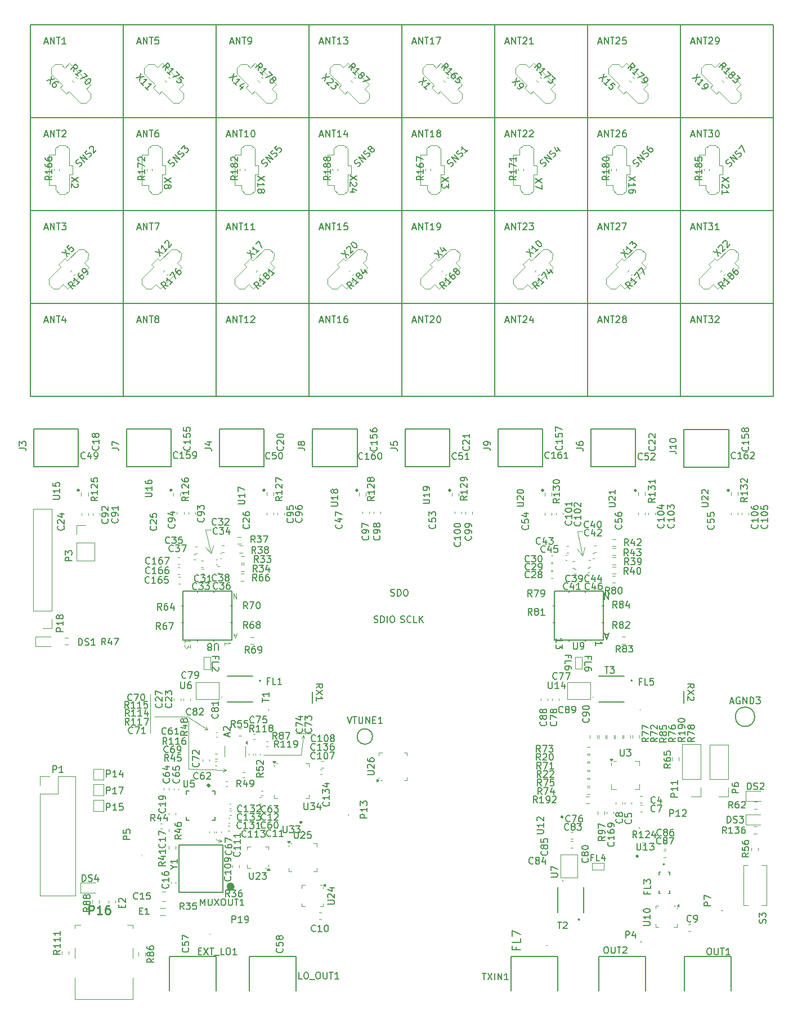
<source format=gbr>
%TF.GenerationSoftware,KiCad,Pcbnew,9.0.1*%
%TF.CreationDate,2025-06-02T14:00:06-06:00*%
%TF.ProjectId,PABA-DP,50414241-2d44-4502-9e6b-696361645f70,rev?*%
%TF.SameCoordinates,Original*%
%TF.FileFunction,Legend,Top*%
%TF.FilePolarity,Positive*%
%FSLAX46Y46*%
G04 Gerber Fmt 4.6, Leading zero omitted, Abs format (unit mm)*
G04 Created by KiCad (PCBNEW 9.0.1) date 2025-06-02 14:00:06*
%MOMM*%
%LPD*%
G01*
G04 APERTURE LIST*
%ADD10C,0.100000*%
%ADD11C,0.150000*%
%ADD12C,0.120000*%
%ADD13C,0.254000*%
%ADD14C,0.180000*%
%ADD15C,0.200000*%
%ADD16C,0.152400*%
%ADD17C,0.250000*%
%ADD18C,0.050000*%
%ADD19C,0.127000*%
%ADD20C,0.297351*%
%ADD21C,0.619243*%
G04 APERTURE END LIST*
D10*
X69146455Y-127143570D02*
X69146455Y-132973542D01*
X91039825Y-133090219D02*
X93391893Y-133090219D01*
D11*
X102789160Y-116322200D02*
X102932017Y-116369819D01*
X102932017Y-116369819D02*
X103170112Y-116369819D01*
X103170112Y-116369819D02*
X103265350Y-116322200D01*
X103265350Y-116322200D02*
X103312969Y-116274580D01*
X103312969Y-116274580D02*
X103360588Y-116179342D01*
X103360588Y-116179342D02*
X103360588Y-116084104D01*
X103360588Y-116084104D02*
X103312969Y-115988866D01*
X103312969Y-115988866D02*
X103265350Y-115941247D01*
X103265350Y-115941247D02*
X103170112Y-115893628D01*
X103170112Y-115893628D02*
X102979636Y-115846009D01*
X102979636Y-115846009D02*
X102884398Y-115798390D01*
X102884398Y-115798390D02*
X102836779Y-115750771D01*
X102836779Y-115750771D02*
X102789160Y-115655533D01*
X102789160Y-115655533D02*
X102789160Y-115560295D01*
X102789160Y-115560295D02*
X102836779Y-115465057D01*
X102836779Y-115465057D02*
X102884398Y-115417438D01*
X102884398Y-115417438D02*
X102979636Y-115369819D01*
X102979636Y-115369819D02*
X103217731Y-115369819D01*
X103217731Y-115369819D02*
X103360588Y-115417438D01*
X103789160Y-116369819D02*
X103789160Y-115369819D01*
X103789160Y-115369819D02*
X104027255Y-115369819D01*
X104027255Y-115369819D02*
X104170112Y-115417438D01*
X104170112Y-115417438D02*
X104265350Y-115512676D01*
X104265350Y-115512676D02*
X104312969Y-115607914D01*
X104312969Y-115607914D02*
X104360588Y-115798390D01*
X104360588Y-115798390D02*
X104360588Y-115941247D01*
X104360588Y-115941247D02*
X104312969Y-116131723D01*
X104312969Y-116131723D02*
X104265350Y-116226961D01*
X104265350Y-116226961D02*
X104170112Y-116322200D01*
X104170112Y-116322200D02*
X104027255Y-116369819D01*
X104027255Y-116369819D02*
X103789160Y-116369819D01*
X104789160Y-116369819D02*
X104789160Y-115369819D01*
X105455826Y-115369819D02*
X105646302Y-115369819D01*
X105646302Y-115369819D02*
X105741540Y-115417438D01*
X105741540Y-115417438D02*
X105836778Y-115512676D01*
X105836778Y-115512676D02*
X105884397Y-115703152D01*
X105884397Y-115703152D02*
X105884397Y-116036485D01*
X105884397Y-116036485D02*
X105836778Y-116226961D01*
X105836778Y-116226961D02*
X105741540Y-116322200D01*
X105741540Y-116322200D02*
X105646302Y-116369819D01*
X105646302Y-116369819D02*
X105455826Y-116369819D01*
X105455826Y-116369819D02*
X105360588Y-116322200D01*
X105360588Y-116322200D02*
X105265350Y-116226961D01*
X105265350Y-116226961D02*
X105217731Y-116036485D01*
X105217731Y-116036485D02*
X105217731Y-115703152D01*
X105217731Y-115703152D02*
X105265350Y-115512676D01*
X105265350Y-115512676D02*
X105360588Y-115417438D01*
X105360588Y-115417438D02*
X105455826Y-115369819D01*
X105289160Y-112322200D02*
X105432017Y-112369819D01*
X105432017Y-112369819D02*
X105670112Y-112369819D01*
X105670112Y-112369819D02*
X105765350Y-112322200D01*
X105765350Y-112322200D02*
X105812969Y-112274580D01*
X105812969Y-112274580D02*
X105860588Y-112179342D01*
X105860588Y-112179342D02*
X105860588Y-112084104D01*
X105860588Y-112084104D02*
X105812969Y-111988866D01*
X105812969Y-111988866D02*
X105765350Y-111941247D01*
X105765350Y-111941247D02*
X105670112Y-111893628D01*
X105670112Y-111893628D02*
X105479636Y-111846009D01*
X105479636Y-111846009D02*
X105384398Y-111798390D01*
X105384398Y-111798390D02*
X105336779Y-111750771D01*
X105336779Y-111750771D02*
X105289160Y-111655533D01*
X105289160Y-111655533D02*
X105289160Y-111560295D01*
X105289160Y-111560295D02*
X105336779Y-111465057D01*
X105336779Y-111465057D02*
X105384398Y-111417438D01*
X105384398Y-111417438D02*
X105479636Y-111369819D01*
X105479636Y-111369819D02*
X105717731Y-111369819D01*
X105717731Y-111369819D02*
X105860588Y-111417438D01*
X106289160Y-112369819D02*
X106289160Y-111369819D01*
X106289160Y-111369819D02*
X106527255Y-111369819D01*
X106527255Y-111369819D02*
X106670112Y-111417438D01*
X106670112Y-111417438D02*
X106765350Y-111512676D01*
X106765350Y-111512676D02*
X106812969Y-111607914D01*
X106812969Y-111607914D02*
X106860588Y-111798390D01*
X106860588Y-111798390D02*
X106860588Y-111941247D01*
X106860588Y-111941247D02*
X106812969Y-112131723D01*
X106812969Y-112131723D02*
X106765350Y-112226961D01*
X106765350Y-112226961D02*
X106670112Y-112322200D01*
X106670112Y-112322200D02*
X106527255Y-112369819D01*
X106527255Y-112369819D02*
X106289160Y-112369819D01*
X107479636Y-111369819D02*
X107670112Y-111369819D01*
X107670112Y-111369819D02*
X107765350Y-111417438D01*
X107765350Y-111417438D02*
X107860588Y-111512676D01*
X107860588Y-111512676D02*
X107908207Y-111703152D01*
X107908207Y-111703152D02*
X107908207Y-112036485D01*
X107908207Y-112036485D02*
X107860588Y-112226961D01*
X107860588Y-112226961D02*
X107765350Y-112322200D01*
X107765350Y-112322200D02*
X107670112Y-112369819D01*
X107670112Y-112369819D02*
X107479636Y-112369819D01*
X107479636Y-112369819D02*
X107384398Y-112322200D01*
X107384398Y-112322200D02*
X107289160Y-112226961D01*
X107289160Y-112226961D02*
X107241541Y-112036485D01*
X107241541Y-112036485D02*
X107241541Y-111703152D01*
X107241541Y-111703152D02*
X107289160Y-111512676D01*
X107289160Y-111512676D02*
X107384398Y-111417438D01*
X107384398Y-111417438D02*
X107479636Y-111369819D01*
X106789160Y-116322200D02*
X106932017Y-116369819D01*
X106932017Y-116369819D02*
X107170112Y-116369819D01*
X107170112Y-116369819D02*
X107265350Y-116322200D01*
X107265350Y-116322200D02*
X107312969Y-116274580D01*
X107312969Y-116274580D02*
X107360588Y-116179342D01*
X107360588Y-116179342D02*
X107360588Y-116084104D01*
X107360588Y-116084104D02*
X107312969Y-115988866D01*
X107312969Y-115988866D02*
X107265350Y-115941247D01*
X107265350Y-115941247D02*
X107170112Y-115893628D01*
X107170112Y-115893628D02*
X106979636Y-115846009D01*
X106979636Y-115846009D02*
X106884398Y-115798390D01*
X106884398Y-115798390D02*
X106836779Y-115750771D01*
X106836779Y-115750771D02*
X106789160Y-115655533D01*
X106789160Y-115655533D02*
X106789160Y-115560295D01*
X106789160Y-115560295D02*
X106836779Y-115465057D01*
X106836779Y-115465057D02*
X106884398Y-115417438D01*
X106884398Y-115417438D02*
X106979636Y-115369819D01*
X106979636Y-115369819D02*
X107217731Y-115369819D01*
X107217731Y-115369819D02*
X107360588Y-115417438D01*
X108360588Y-116274580D02*
X108312969Y-116322200D01*
X108312969Y-116322200D02*
X108170112Y-116369819D01*
X108170112Y-116369819D02*
X108074874Y-116369819D01*
X108074874Y-116369819D02*
X107932017Y-116322200D01*
X107932017Y-116322200D02*
X107836779Y-116226961D01*
X107836779Y-116226961D02*
X107789160Y-116131723D01*
X107789160Y-116131723D02*
X107741541Y-115941247D01*
X107741541Y-115941247D02*
X107741541Y-115798390D01*
X107741541Y-115798390D02*
X107789160Y-115607914D01*
X107789160Y-115607914D02*
X107836779Y-115512676D01*
X107836779Y-115512676D02*
X107932017Y-115417438D01*
X107932017Y-115417438D02*
X108074874Y-115369819D01*
X108074874Y-115369819D02*
X108170112Y-115369819D01*
X108170112Y-115369819D02*
X108312969Y-115417438D01*
X108312969Y-115417438D02*
X108360588Y-115465057D01*
X109265350Y-116369819D02*
X108789160Y-116369819D01*
X108789160Y-116369819D02*
X108789160Y-115369819D01*
X109598684Y-116369819D02*
X109598684Y-115369819D01*
X110170112Y-116369819D02*
X109741541Y-115798390D01*
X110170112Y-115369819D02*
X109598684Y-115941247D01*
D10*
X92182741Y-133351785D02*
X91824645Y-136245631D01*
X92182741Y-133351785D02*
X92357402Y-133820286D01*
X92182741Y-133351785D02*
X91899149Y-133763580D01*
X91824645Y-136245631D02*
X86125500Y-136245631D01*
X80544005Y-138593356D02*
X74919628Y-138369435D01*
X80544005Y-138593356D02*
X80091666Y-138806404D01*
X80544005Y-138593356D02*
X80110035Y-138345021D01*
X74919628Y-138369435D02*
X74919628Y-131125500D01*
X77793152Y-132477849D02*
X74679232Y-130481990D01*
X77793152Y-132477849D02*
X77295177Y-132432900D01*
X77793152Y-132477849D02*
X77544345Y-132044150D01*
X74679232Y-130481990D02*
X69800076Y-130481990D01*
X78265406Y-105986794D02*
X77465977Y-102404091D01*
X78265406Y-105986794D02*
X77447731Y-105015039D01*
X78265406Y-105986794D02*
X78592421Y-104759618D01*
X77465977Y-102404091D02*
X78275000Y-102404091D01*
X79868690Y-149217949D02*
X79234716Y-149139810D01*
X79868690Y-149217949D02*
X79400273Y-149392837D01*
X79868690Y-149217949D02*
X79456757Y-148934556D01*
X79234716Y-149139810D02*
X79000031Y-148905125D01*
X134150865Y-106280926D02*
X133351436Y-102698223D01*
X134150865Y-106280926D02*
X133333190Y-105309171D01*
X134150865Y-106280926D02*
X134477880Y-105053750D01*
X133351436Y-102698223D02*
X134160459Y-102698223D01*
D11*
X63391667Y-90124672D02*
X64105952Y-90124672D01*
X64105952Y-90124672D02*
X64248809Y-90172291D01*
X64248809Y-90172291D02*
X64344048Y-90267529D01*
X64344048Y-90267529D02*
X64391667Y-90410386D01*
X64391667Y-90410386D02*
X64391667Y-90505624D01*
X63391667Y-89743719D02*
X63391667Y-89077053D01*
X63391667Y-89077053D02*
X64391667Y-89505624D01*
X119290536Y-90126710D02*
X120004821Y-90126710D01*
X120004821Y-90126710D02*
X120147678Y-90174329D01*
X120147678Y-90174329D02*
X120242917Y-90269567D01*
X120242917Y-90269567D02*
X120290536Y-90412424D01*
X120290536Y-90412424D02*
X120290536Y-90507662D01*
X120290536Y-89602900D02*
X120290536Y-89412424D01*
X120290536Y-89412424D02*
X120242917Y-89317186D01*
X120242917Y-89317186D02*
X120195297Y-89269567D01*
X120195297Y-89269567D02*
X120052440Y-89174329D01*
X120052440Y-89174329D02*
X119861964Y-89126710D01*
X119861964Y-89126710D02*
X119481012Y-89126710D01*
X119481012Y-89126710D02*
X119385774Y-89174329D01*
X119385774Y-89174329D02*
X119338155Y-89221948D01*
X119338155Y-89221948D02*
X119290536Y-89317186D01*
X119290536Y-89317186D02*
X119290536Y-89507662D01*
X119290536Y-89507662D02*
X119338155Y-89602900D01*
X119338155Y-89602900D02*
X119385774Y-89650519D01*
X119385774Y-89650519D02*
X119481012Y-89698138D01*
X119481012Y-89698138D02*
X119719107Y-89698138D01*
X119719107Y-89698138D02*
X119814345Y-89650519D01*
X119814345Y-89650519D02*
X119861964Y-89602900D01*
X119861964Y-89602900D02*
X119909583Y-89507662D01*
X119909583Y-89507662D02*
X119909583Y-89317186D01*
X119909583Y-89317186D02*
X119861964Y-89221948D01*
X119861964Y-89221948D02*
X119814345Y-89174329D01*
X119814345Y-89174329D02*
X119719107Y-89126710D01*
X49438547Y-90130946D02*
X50152832Y-90130946D01*
X50152832Y-90130946D02*
X50295689Y-90178565D01*
X50295689Y-90178565D02*
X50390928Y-90273803D01*
X50390928Y-90273803D02*
X50438547Y-90416660D01*
X50438547Y-90416660D02*
X50438547Y-90511898D01*
X49438547Y-89749993D02*
X49438547Y-89130946D01*
X49438547Y-89130946D02*
X49819499Y-89464279D01*
X49819499Y-89464279D02*
X49819499Y-89321422D01*
X49819499Y-89321422D02*
X49867118Y-89226184D01*
X49867118Y-89226184D02*
X49914737Y-89178565D01*
X49914737Y-89178565D02*
X50009975Y-89130946D01*
X50009975Y-89130946D02*
X50248070Y-89130946D01*
X50248070Y-89130946D02*
X50343308Y-89178565D01*
X50343308Y-89178565D02*
X50390928Y-89226184D01*
X50390928Y-89226184D02*
X50438547Y-89321422D01*
X50438547Y-89321422D02*
X50438547Y-89607136D01*
X50438547Y-89607136D02*
X50390928Y-89702374D01*
X50390928Y-89702374D02*
X50343308Y-89749993D01*
X105311205Y-90134861D02*
X106025490Y-90134861D01*
X106025490Y-90134861D02*
X106168347Y-90182480D01*
X106168347Y-90182480D02*
X106263586Y-90277718D01*
X106263586Y-90277718D02*
X106311205Y-90420575D01*
X106311205Y-90420575D02*
X106311205Y-90515813D01*
X105311205Y-89182480D02*
X105311205Y-89658670D01*
X105311205Y-89658670D02*
X105787395Y-89706289D01*
X105787395Y-89706289D02*
X105739776Y-89658670D01*
X105739776Y-89658670D02*
X105692157Y-89563432D01*
X105692157Y-89563432D02*
X105692157Y-89325337D01*
X105692157Y-89325337D02*
X105739776Y-89230099D01*
X105739776Y-89230099D02*
X105787395Y-89182480D01*
X105787395Y-89182480D02*
X105882633Y-89134861D01*
X105882633Y-89134861D02*
X106120728Y-89134861D01*
X106120728Y-89134861D02*
X106215966Y-89182480D01*
X106215966Y-89182480D02*
X106263586Y-89230099D01*
X106263586Y-89230099D02*
X106311205Y-89325337D01*
X106311205Y-89325337D02*
X106311205Y-89563432D01*
X106311205Y-89563432D02*
X106263586Y-89658670D01*
X106263586Y-89658670D02*
X106215966Y-89706289D01*
X77370318Y-90135540D02*
X78084603Y-90135540D01*
X78084603Y-90135540D02*
X78227460Y-90183159D01*
X78227460Y-90183159D02*
X78322699Y-90278397D01*
X78322699Y-90278397D02*
X78370318Y-90421254D01*
X78370318Y-90421254D02*
X78370318Y-90516492D01*
X77703651Y-89230778D02*
X78370318Y-89230778D01*
X77322699Y-89468873D02*
X78036984Y-89706968D01*
X78036984Y-89706968D02*
X78036984Y-89087921D01*
X91368215Y-90128747D02*
X92082500Y-90128747D01*
X92082500Y-90128747D02*
X92225357Y-90176366D01*
X92225357Y-90176366D02*
X92320596Y-90271604D01*
X92320596Y-90271604D02*
X92368215Y-90414461D01*
X92368215Y-90414461D02*
X92368215Y-90509699D01*
X91796786Y-89509699D02*
X91749167Y-89604937D01*
X91749167Y-89604937D02*
X91701548Y-89652556D01*
X91701548Y-89652556D02*
X91606310Y-89700175D01*
X91606310Y-89700175D02*
X91558691Y-89700175D01*
X91558691Y-89700175D02*
X91463453Y-89652556D01*
X91463453Y-89652556D02*
X91415834Y-89604937D01*
X91415834Y-89604937D02*
X91368215Y-89509699D01*
X91368215Y-89509699D02*
X91368215Y-89319223D01*
X91368215Y-89319223D02*
X91415834Y-89223985D01*
X91415834Y-89223985D02*
X91463453Y-89176366D01*
X91463453Y-89176366D02*
X91558691Y-89128747D01*
X91558691Y-89128747D02*
X91606310Y-89128747D01*
X91606310Y-89128747D02*
X91701548Y-89176366D01*
X91701548Y-89176366D02*
X91749167Y-89223985D01*
X91749167Y-89223985D02*
X91796786Y-89319223D01*
X91796786Y-89319223D02*
X91796786Y-89509699D01*
X91796786Y-89509699D02*
X91844405Y-89604937D01*
X91844405Y-89604937D02*
X91892024Y-89652556D01*
X91892024Y-89652556D02*
X91987262Y-89700175D01*
X91987262Y-89700175D02*
X92177738Y-89700175D01*
X92177738Y-89700175D02*
X92272976Y-89652556D01*
X92272976Y-89652556D02*
X92320596Y-89604937D01*
X92320596Y-89604937D02*
X92368215Y-89509699D01*
X92368215Y-89509699D02*
X92368215Y-89319223D01*
X92368215Y-89319223D02*
X92320596Y-89223985D01*
X92320596Y-89223985D02*
X92272976Y-89176366D01*
X92272976Y-89176366D02*
X92177738Y-89128747D01*
X92177738Y-89128747D02*
X91987262Y-89128747D01*
X91987262Y-89128747D02*
X91892024Y-89176366D01*
X91892024Y-89176366D02*
X91844405Y-89223985D01*
X91844405Y-89223985D02*
X91796786Y-89319223D01*
X133256281Y-90141653D02*
X133970566Y-90141653D01*
X133970566Y-90141653D02*
X134113423Y-90189272D01*
X134113423Y-90189272D02*
X134208662Y-90284510D01*
X134208662Y-90284510D02*
X134256281Y-90427367D01*
X134256281Y-90427367D02*
X134256281Y-90522605D01*
X133256281Y-89236891D02*
X133256281Y-89427367D01*
X133256281Y-89427367D02*
X133303900Y-89522605D01*
X133303900Y-89522605D02*
X133351519Y-89570224D01*
X133351519Y-89570224D02*
X133494376Y-89665462D01*
X133494376Y-89665462D02*
X133684852Y-89713081D01*
X133684852Y-89713081D02*
X134065804Y-89713081D01*
X134065804Y-89713081D02*
X134161042Y-89665462D01*
X134161042Y-89665462D02*
X134208662Y-89617843D01*
X134208662Y-89617843D02*
X134256281Y-89522605D01*
X134256281Y-89522605D02*
X134256281Y-89332129D01*
X134256281Y-89332129D02*
X134208662Y-89236891D01*
X134208662Y-89236891D02*
X134161042Y-89189272D01*
X134161042Y-89189272D02*
X134065804Y-89141653D01*
X134065804Y-89141653D02*
X133827709Y-89141653D01*
X133827709Y-89141653D02*
X133732471Y-89189272D01*
X133732471Y-89189272D02*
X133684852Y-89236891D01*
X133684852Y-89236891D02*
X133637233Y-89332129D01*
X133637233Y-89332129D02*
X133637233Y-89522605D01*
X133637233Y-89522605D02*
X133684852Y-89617843D01*
X133684852Y-89617843D02*
X133732471Y-89665462D01*
X133732471Y-89665462D02*
X133827709Y-89713081D01*
X147244604Y-90629278D02*
X147958889Y-90629278D01*
X147958889Y-90629278D02*
X148101746Y-90676897D01*
X148101746Y-90676897D02*
X148196985Y-90772135D01*
X148196985Y-90772135D02*
X148244604Y-90914992D01*
X148244604Y-90914992D02*
X148244604Y-91010230D01*
X148244604Y-89629278D02*
X148244604Y-90200706D01*
X148244604Y-89914992D02*
X147244604Y-89914992D01*
X147244604Y-89914992D02*
X147387461Y-90010230D01*
X147387461Y-90010230D02*
X147482699Y-90105468D01*
X147482699Y-90105468D02*
X147530318Y-90200706D01*
X147244604Y-89010230D02*
X147244604Y-88914992D01*
X147244604Y-88914992D02*
X147292223Y-88819754D01*
X147292223Y-88819754D02*
X147339842Y-88772135D01*
X147339842Y-88772135D02*
X147435080Y-88724516D01*
X147435080Y-88724516D02*
X147625556Y-88676897D01*
X147625556Y-88676897D02*
X147863651Y-88676897D01*
X147863651Y-88676897D02*
X148054127Y-88724516D01*
X148054127Y-88724516D02*
X148149365Y-88772135D01*
X148149365Y-88772135D02*
X148196985Y-88819754D01*
X148196985Y-88819754D02*
X148244604Y-88914992D01*
X148244604Y-88914992D02*
X148244604Y-89010230D01*
X148244604Y-89010230D02*
X148196985Y-89105468D01*
X148196985Y-89105468D02*
X148149365Y-89153087D01*
X148149365Y-89153087D02*
X148054127Y-89200706D01*
X148054127Y-89200706D02*
X147863651Y-89248325D01*
X147863651Y-89248325D02*
X147625556Y-89248325D01*
X147625556Y-89248325D02*
X147435080Y-89200706D01*
X147435080Y-89200706D02*
X147339842Y-89153087D01*
X147339842Y-89153087D02*
X147292223Y-89105468D01*
X147292223Y-89105468D02*
X147244604Y-89010230D01*
X132789744Y-119363953D02*
X132789744Y-120173476D01*
X132789744Y-120173476D02*
X132837363Y-120268714D01*
X132837363Y-120268714D02*
X132884982Y-120316334D01*
X132884982Y-120316334D02*
X132980220Y-120363953D01*
X132980220Y-120363953D02*
X133170696Y-120363953D01*
X133170696Y-120363953D02*
X133265934Y-120316334D01*
X133265934Y-120316334D02*
X133313553Y-120268714D01*
X133313553Y-120268714D02*
X133361172Y-120173476D01*
X133361172Y-120173476D02*
X133361172Y-119363953D01*
X133884982Y-120363953D02*
X134075458Y-120363953D01*
X134075458Y-120363953D02*
X134170696Y-120316334D01*
X134170696Y-120316334D02*
X134218315Y-120268714D01*
X134218315Y-120268714D02*
X134313553Y-120125857D01*
X134313553Y-120125857D02*
X134361172Y-119935381D01*
X134361172Y-119935381D02*
X134361172Y-119554429D01*
X134361172Y-119554429D02*
X134313553Y-119459191D01*
X134313553Y-119459191D02*
X134265934Y-119411572D01*
X134265934Y-119411572D02*
X134170696Y-119363953D01*
X134170696Y-119363953D02*
X133980220Y-119363953D01*
X133980220Y-119363953D02*
X133884982Y-119411572D01*
X133884982Y-119411572D02*
X133837363Y-119459191D01*
X133837363Y-119459191D02*
X133789744Y-119554429D01*
X133789744Y-119554429D02*
X133789744Y-119792524D01*
X133789744Y-119792524D02*
X133837363Y-119887762D01*
X133837363Y-119887762D02*
X133884982Y-119935381D01*
X133884982Y-119935381D02*
X133980220Y-119983000D01*
X133980220Y-119983000D02*
X134170696Y-119983000D01*
X134170696Y-119983000D02*
X134265934Y-119935381D01*
X134265934Y-119935381D02*
X134313553Y-119887762D01*
X134313553Y-119887762D02*
X134361172Y-119792524D01*
X138066240Y-111893599D02*
X138066240Y-112893599D01*
X138066240Y-112893599D02*
X137494812Y-111893599D01*
X137494812Y-111893599D02*
X137494812Y-112893599D01*
X130134707Y-119348942D02*
X130134707Y-118777514D01*
X130134707Y-119063228D02*
X131134707Y-119063228D01*
X131134707Y-119063228D02*
X130991850Y-118967990D01*
X130991850Y-118967990D02*
X130896612Y-118872752D01*
X130896612Y-118872752D02*
X130848993Y-118777514D01*
X131134707Y-119682276D02*
X131134707Y-120301323D01*
X131134707Y-120301323D02*
X130753755Y-119967990D01*
X130753755Y-119967990D02*
X130753755Y-120110847D01*
X130753755Y-120110847D02*
X130706136Y-120206085D01*
X130706136Y-120206085D02*
X130658517Y-120253704D01*
X130658517Y-120253704D02*
X130563279Y-120301323D01*
X130563279Y-120301323D02*
X130325184Y-120301323D01*
X130325184Y-120301323D02*
X130229946Y-120253704D01*
X130229946Y-120253704D02*
X130182327Y-120206085D01*
X130182327Y-120206085D02*
X130134707Y-120110847D01*
X130134707Y-120110847D02*
X130134707Y-119825133D01*
X130134707Y-119825133D02*
X130182327Y-119729895D01*
X130182327Y-119729895D02*
X130229946Y-119682276D01*
X136134707Y-119825133D02*
X136134707Y-119253705D01*
X136134707Y-119539419D02*
X137134707Y-119539419D01*
X137134707Y-119539419D02*
X136991850Y-119444181D01*
X136991850Y-119444181D02*
X136896612Y-119348943D01*
X136896612Y-119348943D02*
X136848993Y-119253705D01*
X138018621Y-118179314D02*
X137542431Y-118179314D01*
X138113859Y-117893599D02*
X137780526Y-118893599D01*
X137780526Y-118893599D02*
X137447193Y-117893599D01*
X79345164Y-120537496D02*
X79345164Y-119727973D01*
X79345164Y-119727973D02*
X79297545Y-119632735D01*
X79297545Y-119632735D02*
X79249926Y-119585116D01*
X79249926Y-119585116D02*
X79154688Y-119537496D01*
X79154688Y-119537496D02*
X78964212Y-119537496D01*
X78964212Y-119537496D02*
X78868974Y-119585116D01*
X78868974Y-119585116D02*
X78821355Y-119632735D01*
X78821355Y-119632735D02*
X78773736Y-119727973D01*
X78773736Y-119727973D02*
X78773736Y-120537496D01*
X78154688Y-120108925D02*
X78249926Y-120156544D01*
X78249926Y-120156544D02*
X78297545Y-120204163D01*
X78297545Y-120204163D02*
X78345164Y-120299401D01*
X78345164Y-120299401D02*
X78345164Y-120347020D01*
X78345164Y-120347020D02*
X78297545Y-120442258D01*
X78297545Y-120442258D02*
X78249926Y-120489877D01*
X78249926Y-120489877D02*
X78154688Y-120537496D01*
X78154688Y-120537496D02*
X77964212Y-120537496D01*
X77964212Y-120537496D02*
X77868974Y-120489877D01*
X77868974Y-120489877D02*
X77821355Y-120442258D01*
X77821355Y-120442258D02*
X77773736Y-120347020D01*
X77773736Y-120347020D02*
X77773736Y-120299401D01*
X77773736Y-120299401D02*
X77821355Y-120204163D01*
X77821355Y-120204163D02*
X77868974Y-120156544D01*
X77868974Y-120156544D02*
X77964212Y-120108925D01*
X77964212Y-120108925D02*
X78154688Y-120108925D01*
X78154688Y-120108925D02*
X78249926Y-120061306D01*
X78249926Y-120061306D02*
X78297545Y-120013687D01*
X78297545Y-120013687D02*
X78345164Y-119918449D01*
X78345164Y-119918449D02*
X78345164Y-119727973D01*
X78345164Y-119727973D02*
X78297545Y-119632735D01*
X78297545Y-119632735D02*
X78249926Y-119585116D01*
X78249926Y-119585116D02*
X78154688Y-119537496D01*
X78154688Y-119537496D02*
X77964212Y-119537496D01*
X77964212Y-119537496D02*
X77868974Y-119585116D01*
X77868974Y-119585116D02*
X77821355Y-119632735D01*
X77821355Y-119632735D02*
X77773736Y-119727973D01*
X77773736Y-119727973D02*
X77773736Y-119918449D01*
X77773736Y-119918449D02*
X77821355Y-120013687D01*
X77821355Y-120013687D02*
X77868974Y-120061306D01*
X77868974Y-120061306D02*
X77964212Y-120108925D01*
D12*
X82118427Y-111984563D02*
X82118427Y-112784563D01*
X82118427Y-112784563D02*
X81661284Y-111984563D01*
X81661284Y-111984563D02*
X81661284Y-112784563D01*
X74335001Y-119387037D02*
X74335001Y-118929894D01*
X74335001Y-119158466D02*
X75135001Y-119158466D01*
X75135001Y-119158466D02*
X75020716Y-119082275D01*
X75020716Y-119082275D02*
X74944525Y-119006085D01*
X74944525Y-119006085D02*
X74906430Y-118929894D01*
X75135001Y-119653704D02*
X75135001Y-120148942D01*
X75135001Y-120148942D02*
X74830239Y-119882276D01*
X74830239Y-119882276D02*
X74830239Y-119996561D01*
X74830239Y-119996561D02*
X74792144Y-120072752D01*
X74792144Y-120072752D02*
X74754049Y-120110847D01*
X74754049Y-120110847D02*
X74677858Y-120148942D01*
X74677858Y-120148942D02*
X74487382Y-120148942D01*
X74487382Y-120148942D02*
X74411192Y-120110847D01*
X74411192Y-120110847D02*
X74373097Y-120072752D01*
X74373097Y-120072752D02*
X74335001Y-119996561D01*
X74335001Y-119996561D02*
X74335001Y-119767990D01*
X74335001Y-119767990D02*
X74373097Y-119691799D01*
X74373097Y-119691799D02*
X74411192Y-119653704D01*
X80335001Y-119767990D02*
X80335001Y-119310847D01*
X80335001Y-119539419D02*
X81135001Y-119539419D01*
X81135001Y-119539419D02*
X81020716Y-119463228D01*
X81020716Y-119463228D02*
X80944525Y-119387038D01*
X80944525Y-119387038D02*
X80906430Y-119310847D01*
X82080333Y-118213135D02*
X81699380Y-118213135D01*
X82156523Y-117984563D02*
X81889856Y-118784563D01*
X81889856Y-118784563D02*
X81623190Y-117984563D01*
D11*
X94074918Y-126203901D02*
X94551109Y-125870568D01*
X94074918Y-125632473D02*
X95074918Y-125632473D01*
X95074918Y-125632473D02*
X95074918Y-126013425D01*
X95074918Y-126013425D02*
X95027299Y-126108663D01*
X95027299Y-126108663D02*
X94979680Y-126156282D01*
X94979680Y-126156282D02*
X94884442Y-126203901D01*
X94884442Y-126203901D02*
X94741585Y-126203901D01*
X94741585Y-126203901D02*
X94646347Y-126156282D01*
X94646347Y-126156282D02*
X94598728Y-126108663D01*
X94598728Y-126108663D02*
X94551109Y-126013425D01*
X94551109Y-126013425D02*
X94551109Y-125632473D01*
X95074918Y-126537235D02*
X94074918Y-127203901D01*
X95074918Y-127203901D02*
X94074918Y-126537235D01*
X94074918Y-128108663D02*
X94074918Y-127537235D01*
X94074918Y-127822949D02*
X95074918Y-127822949D01*
X95074918Y-127822949D02*
X94932061Y-127727711D01*
X94932061Y-127727711D02*
X94836823Y-127632473D01*
X94836823Y-127632473D02*
X94789204Y-127537235D01*
X149954918Y-126178501D02*
X150431109Y-125845168D01*
X149954918Y-125607073D02*
X150954918Y-125607073D01*
X150954918Y-125607073D02*
X150954918Y-125988025D01*
X150954918Y-125988025D02*
X150907299Y-126083263D01*
X150907299Y-126083263D02*
X150859680Y-126130882D01*
X150859680Y-126130882D02*
X150764442Y-126178501D01*
X150764442Y-126178501D02*
X150621585Y-126178501D01*
X150621585Y-126178501D02*
X150526347Y-126130882D01*
X150526347Y-126130882D02*
X150478728Y-126083263D01*
X150478728Y-126083263D02*
X150431109Y-125988025D01*
X150431109Y-125988025D02*
X150431109Y-125607073D01*
X150954918Y-126511835D02*
X149954918Y-127178501D01*
X150954918Y-127178501D02*
X149954918Y-126511835D01*
X150859680Y-127511835D02*
X150907299Y-127559454D01*
X150907299Y-127559454D02*
X150954918Y-127654692D01*
X150954918Y-127654692D02*
X150954918Y-127892787D01*
X150954918Y-127892787D02*
X150907299Y-127988025D01*
X150907299Y-127988025D02*
X150859680Y-128035644D01*
X150859680Y-128035644D02*
X150764442Y-128083263D01*
X150764442Y-128083263D02*
X150669204Y-128083263D01*
X150669204Y-128083263D02*
X150526347Y-128035644D01*
X150526347Y-128035644D02*
X149954918Y-127464216D01*
X149954918Y-127464216D02*
X149954918Y-128083263D01*
X127280011Y-148122608D02*
X128089534Y-148122608D01*
X128089534Y-148122608D02*
X128184772Y-148074989D01*
X128184772Y-148074989D02*
X128232392Y-148027370D01*
X128232392Y-148027370D02*
X128280011Y-147932132D01*
X128280011Y-147932132D02*
X128280011Y-147741656D01*
X128280011Y-147741656D02*
X128232392Y-147646418D01*
X128232392Y-147646418D02*
X128184772Y-147598799D01*
X128184772Y-147598799D02*
X128089534Y-147551180D01*
X128089534Y-147551180D02*
X127280011Y-147551180D01*
X128280011Y-146551180D02*
X128280011Y-147122608D01*
X128280011Y-146836894D02*
X127280011Y-146836894D01*
X127280011Y-146836894D02*
X127422868Y-146932132D01*
X127422868Y-146932132D02*
X127518106Y-147027370D01*
X127518106Y-147027370D02*
X127565725Y-147122608D01*
X127375249Y-146170227D02*
X127327630Y-146122608D01*
X127327630Y-146122608D02*
X127280011Y-146027370D01*
X127280011Y-146027370D02*
X127280011Y-145789275D01*
X127280011Y-145789275D02*
X127327630Y-145694037D01*
X127327630Y-145694037D02*
X127375249Y-145646418D01*
X127375249Y-145646418D02*
X127470487Y-145598799D01*
X127470487Y-145598799D02*
X127565725Y-145598799D01*
X127565725Y-145598799D02*
X127708582Y-145646418D01*
X127708582Y-145646418D02*
X128280011Y-146217846D01*
X128280011Y-146217846D02*
X128280011Y-145598799D01*
X161694593Y-161554297D02*
X161742212Y-161411440D01*
X161742212Y-161411440D02*
X161742212Y-161173345D01*
X161742212Y-161173345D02*
X161694593Y-161078107D01*
X161694593Y-161078107D02*
X161646973Y-161030488D01*
X161646973Y-161030488D02*
X161551735Y-160982869D01*
X161551735Y-160982869D02*
X161456497Y-160982869D01*
X161456497Y-160982869D02*
X161361259Y-161030488D01*
X161361259Y-161030488D02*
X161313640Y-161078107D01*
X161313640Y-161078107D02*
X161266021Y-161173345D01*
X161266021Y-161173345D02*
X161218402Y-161363821D01*
X161218402Y-161363821D02*
X161170783Y-161459059D01*
X161170783Y-161459059D02*
X161123164Y-161506678D01*
X161123164Y-161506678D02*
X161027926Y-161554297D01*
X161027926Y-161554297D02*
X160932688Y-161554297D01*
X160932688Y-161554297D02*
X160837450Y-161506678D01*
X160837450Y-161506678D02*
X160789831Y-161459059D01*
X160789831Y-161459059D02*
X160742212Y-161363821D01*
X160742212Y-161363821D02*
X160742212Y-161125726D01*
X160742212Y-161125726D02*
X160789831Y-160982869D01*
X160742212Y-160649535D02*
X160742212Y-160030488D01*
X160742212Y-160030488D02*
X161123164Y-160363821D01*
X161123164Y-160363821D02*
X161123164Y-160220964D01*
X161123164Y-160220964D02*
X161170783Y-160125726D01*
X161170783Y-160125726D02*
X161218402Y-160078107D01*
X161218402Y-160078107D02*
X161313640Y-160030488D01*
X161313640Y-160030488D02*
X161551735Y-160030488D01*
X161551735Y-160030488D02*
X161646973Y-160078107D01*
X161646973Y-160078107D02*
X161694593Y-160125726D01*
X161694593Y-160125726D02*
X161742212Y-160220964D01*
X161742212Y-160220964D02*
X161742212Y-160506678D01*
X161742212Y-160506678D02*
X161694593Y-160601916D01*
X161694593Y-160601916D02*
X161646973Y-160649535D01*
X54479755Y-97819987D02*
X55289278Y-97819987D01*
X55289278Y-97819987D02*
X55384516Y-97772368D01*
X55384516Y-97772368D02*
X55432136Y-97724749D01*
X55432136Y-97724749D02*
X55479755Y-97629511D01*
X55479755Y-97629511D02*
X55479755Y-97439035D01*
X55479755Y-97439035D02*
X55432136Y-97343797D01*
X55432136Y-97343797D02*
X55384516Y-97296178D01*
X55384516Y-97296178D02*
X55289278Y-97248559D01*
X55289278Y-97248559D02*
X54479755Y-97248559D01*
X55479755Y-96248559D02*
X55479755Y-96819987D01*
X55479755Y-96534273D02*
X54479755Y-96534273D01*
X54479755Y-96534273D02*
X54622612Y-96629511D01*
X54622612Y-96629511D02*
X54717850Y-96724749D01*
X54717850Y-96724749D02*
X54765469Y-96819987D01*
X54479755Y-95343797D02*
X54479755Y-95819987D01*
X54479755Y-95819987D02*
X54955945Y-95867606D01*
X54955945Y-95867606D02*
X54908326Y-95819987D01*
X54908326Y-95819987D02*
X54860707Y-95724749D01*
X54860707Y-95724749D02*
X54860707Y-95486654D01*
X54860707Y-95486654D02*
X54908326Y-95391416D01*
X54908326Y-95391416D02*
X54955945Y-95343797D01*
X54955945Y-95343797D02*
X55051183Y-95296178D01*
X55051183Y-95296178D02*
X55289278Y-95296178D01*
X55289278Y-95296178D02*
X55384516Y-95343797D01*
X55384516Y-95343797D02*
X55432136Y-95391416D01*
X55432136Y-95391416D02*
X55479755Y-95486654D01*
X55479755Y-95486654D02*
X55479755Y-95724749D01*
X55479755Y-95724749D02*
X55432136Y-95819987D01*
X55432136Y-95819987D02*
X55384516Y-95867606D01*
X68382411Y-97446202D02*
X69191934Y-97446202D01*
X69191934Y-97446202D02*
X69287172Y-97398583D01*
X69287172Y-97398583D02*
X69334792Y-97350964D01*
X69334792Y-97350964D02*
X69382411Y-97255726D01*
X69382411Y-97255726D02*
X69382411Y-97065250D01*
X69382411Y-97065250D02*
X69334792Y-96970012D01*
X69334792Y-96970012D02*
X69287172Y-96922393D01*
X69287172Y-96922393D02*
X69191934Y-96874774D01*
X69191934Y-96874774D02*
X68382411Y-96874774D01*
X69382411Y-95874774D02*
X69382411Y-96446202D01*
X69382411Y-96160488D02*
X68382411Y-96160488D01*
X68382411Y-96160488D02*
X68525268Y-96255726D01*
X68525268Y-96255726D02*
X68620506Y-96350964D01*
X68620506Y-96350964D02*
X68668125Y-96446202D01*
X68382411Y-95017631D02*
X68382411Y-95208107D01*
X68382411Y-95208107D02*
X68430030Y-95303345D01*
X68430030Y-95303345D02*
X68477649Y-95350964D01*
X68477649Y-95350964D02*
X68620506Y-95446202D01*
X68620506Y-95446202D02*
X68810982Y-95493821D01*
X68810982Y-95493821D02*
X69191934Y-95493821D01*
X69191934Y-95493821D02*
X69287172Y-95446202D01*
X69287172Y-95446202D02*
X69334792Y-95398583D01*
X69334792Y-95398583D02*
X69382411Y-95303345D01*
X69382411Y-95303345D02*
X69382411Y-95112869D01*
X69382411Y-95112869D02*
X69334792Y-95017631D01*
X69334792Y-95017631D02*
X69287172Y-94970012D01*
X69287172Y-94970012D02*
X69191934Y-94922393D01*
X69191934Y-94922393D02*
X68953839Y-94922393D01*
X68953839Y-94922393D02*
X68858601Y-94970012D01*
X68858601Y-94970012D02*
X68810982Y-95017631D01*
X68810982Y-95017631D02*
X68763363Y-95112869D01*
X68763363Y-95112869D02*
X68763363Y-95303345D01*
X68763363Y-95303345D02*
X68810982Y-95398583D01*
X68810982Y-95398583D02*
X68858601Y-95446202D01*
X68858601Y-95446202D02*
X68953839Y-95493821D01*
X124290070Y-98882325D02*
X125099593Y-98882325D01*
X125099593Y-98882325D02*
X125194831Y-98834706D01*
X125194831Y-98834706D02*
X125242451Y-98787087D01*
X125242451Y-98787087D02*
X125290070Y-98691849D01*
X125290070Y-98691849D02*
X125290070Y-98501373D01*
X125290070Y-98501373D02*
X125242451Y-98406135D01*
X125242451Y-98406135D02*
X125194831Y-98358516D01*
X125194831Y-98358516D02*
X125099593Y-98310897D01*
X125099593Y-98310897D02*
X124290070Y-98310897D01*
X124385308Y-97882325D02*
X124337689Y-97834706D01*
X124337689Y-97834706D02*
X124290070Y-97739468D01*
X124290070Y-97739468D02*
X124290070Y-97501373D01*
X124290070Y-97501373D02*
X124337689Y-97406135D01*
X124337689Y-97406135D02*
X124385308Y-97358516D01*
X124385308Y-97358516D02*
X124480546Y-97310897D01*
X124480546Y-97310897D02*
X124575784Y-97310897D01*
X124575784Y-97310897D02*
X124718641Y-97358516D01*
X124718641Y-97358516D02*
X125290070Y-97929944D01*
X125290070Y-97929944D02*
X125290070Y-97310897D01*
X124290070Y-96691849D02*
X124290070Y-96596611D01*
X124290070Y-96596611D02*
X124337689Y-96501373D01*
X124337689Y-96501373D02*
X124385308Y-96453754D01*
X124385308Y-96453754D02*
X124480546Y-96406135D01*
X124480546Y-96406135D02*
X124671022Y-96358516D01*
X124671022Y-96358516D02*
X124909117Y-96358516D01*
X124909117Y-96358516D02*
X125099593Y-96406135D01*
X125099593Y-96406135D02*
X125194831Y-96453754D01*
X125194831Y-96453754D02*
X125242451Y-96501373D01*
X125242451Y-96501373D02*
X125290070Y-96596611D01*
X125290070Y-96596611D02*
X125290070Y-96691849D01*
X125290070Y-96691849D02*
X125242451Y-96787087D01*
X125242451Y-96787087D02*
X125194831Y-96834706D01*
X125194831Y-96834706D02*
X125099593Y-96882325D01*
X125099593Y-96882325D02*
X124909117Y-96929944D01*
X124909117Y-96929944D02*
X124671022Y-96929944D01*
X124671022Y-96929944D02*
X124480546Y-96882325D01*
X124480546Y-96882325D02*
X124385308Y-96834706D01*
X124385308Y-96834706D02*
X124337689Y-96787087D01*
X124337689Y-96787087D02*
X124290070Y-96691849D01*
X110165115Y-98452965D02*
X110974638Y-98452965D01*
X110974638Y-98452965D02*
X111069876Y-98405346D01*
X111069876Y-98405346D02*
X111117496Y-98357727D01*
X111117496Y-98357727D02*
X111165115Y-98262489D01*
X111165115Y-98262489D02*
X111165115Y-98072013D01*
X111165115Y-98072013D02*
X111117496Y-97976775D01*
X111117496Y-97976775D02*
X111069876Y-97929156D01*
X111069876Y-97929156D02*
X110974638Y-97881537D01*
X110974638Y-97881537D02*
X110165115Y-97881537D01*
X111165115Y-96881537D02*
X111165115Y-97452965D01*
X111165115Y-97167251D02*
X110165115Y-97167251D01*
X110165115Y-97167251D02*
X110307972Y-97262489D01*
X110307972Y-97262489D02*
X110403210Y-97357727D01*
X110403210Y-97357727D02*
X110450829Y-97452965D01*
X111165115Y-96405346D02*
X111165115Y-96214870D01*
X111165115Y-96214870D02*
X111117496Y-96119632D01*
X111117496Y-96119632D02*
X111069876Y-96072013D01*
X111069876Y-96072013D02*
X110927019Y-95976775D01*
X110927019Y-95976775D02*
X110736543Y-95929156D01*
X110736543Y-95929156D02*
X110355591Y-95929156D01*
X110355591Y-95929156D02*
X110260353Y-95976775D01*
X110260353Y-95976775D02*
X110212734Y-96024394D01*
X110212734Y-96024394D02*
X110165115Y-96119632D01*
X110165115Y-96119632D02*
X110165115Y-96310108D01*
X110165115Y-96310108D02*
X110212734Y-96405346D01*
X110212734Y-96405346D02*
X110260353Y-96452965D01*
X110260353Y-96452965D02*
X110355591Y-96500584D01*
X110355591Y-96500584D02*
X110593686Y-96500584D01*
X110593686Y-96500584D02*
X110688924Y-96452965D01*
X110688924Y-96452965D02*
X110736543Y-96405346D01*
X110736543Y-96405346D02*
X110784162Y-96310108D01*
X110784162Y-96310108D02*
X110784162Y-96119632D01*
X110784162Y-96119632D02*
X110736543Y-96024394D01*
X110736543Y-96024394D02*
X110688924Y-95976775D01*
X110688924Y-95976775D02*
X110593686Y-95929156D01*
X142342951Y-149581145D02*
X142342951Y-150390668D01*
X142342951Y-150390668D02*
X142390570Y-150485906D01*
X142390570Y-150485906D02*
X142438189Y-150533526D01*
X142438189Y-150533526D02*
X142533427Y-150581145D01*
X142533427Y-150581145D02*
X142723903Y-150581145D01*
X142723903Y-150581145D02*
X142819141Y-150533526D01*
X142819141Y-150533526D02*
X142866760Y-150485906D01*
X142866760Y-150485906D02*
X142914379Y-150390668D01*
X142914379Y-150390668D02*
X142914379Y-149581145D01*
X143914379Y-150581145D02*
X143342951Y-150581145D01*
X143628665Y-150581145D02*
X143628665Y-149581145D01*
X143628665Y-149581145D02*
X143533427Y-149724002D01*
X143533427Y-149724002D02*
X143438189Y-149819240D01*
X143438189Y-149819240D02*
X143342951Y-149866859D01*
X144247713Y-149581145D02*
X144866760Y-149581145D01*
X144866760Y-149581145D02*
X144533427Y-149962097D01*
X144533427Y-149962097D02*
X144676284Y-149962097D01*
X144676284Y-149962097D02*
X144771522Y-150009716D01*
X144771522Y-150009716D02*
X144819141Y-150057335D01*
X144819141Y-150057335D02*
X144866760Y-150152573D01*
X144866760Y-150152573D02*
X144866760Y-150390668D01*
X144866760Y-150390668D02*
X144819141Y-150485906D01*
X144819141Y-150485906D02*
X144771522Y-150533526D01*
X144771522Y-150533526D02*
X144676284Y-150581145D01*
X144676284Y-150581145D02*
X144390570Y-150581145D01*
X144390570Y-150581145D02*
X144295332Y-150533526D01*
X144295332Y-150533526D02*
X144247713Y-150485906D01*
X96335513Y-98831680D02*
X97145036Y-98831680D01*
X97145036Y-98831680D02*
X97240274Y-98784061D01*
X97240274Y-98784061D02*
X97287894Y-98736442D01*
X97287894Y-98736442D02*
X97335513Y-98641204D01*
X97335513Y-98641204D02*
X97335513Y-98450728D01*
X97335513Y-98450728D02*
X97287894Y-98355490D01*
X97287894Y-98355490D02*
X97240274Y-98307871D01*
X97240274Y-98307871D02*
X97145036Y-98260252D01*
X97145036Y-98260252D02*
X96335513Y-98260252D01*
X97335513Y-97260252D02*
X97335513Y-97831680D01*
X97335513Y-97545966D02*
X96335513Y-97545966D01*
X96335513Y-97545966D02*
X96478370Y-97641204D01*
X96478370Y-97641204D02*
X96573608Y-97736442D01*
X96573608Y-97736442D02*
X96621227Y-97831680D01*
X96764084Y-96688823D02*
X96716465Y-96784061D01*
X96716465Y-96784061D02*
X96668846Y-96831680D01*
X96668846Y-96831680D02*
X96573608Y-96879299D01*
X96573608Y-96879299D02*
X96525989Y-96879299D01*
X96525989Y-96879299D02*
X96430751Y-96831680D01*
X96430751Y-96831680D02*
X96383132Y-96784061D01*
X96383132Y-96784061D02*
X96335513Y-96688823D01*
X96335513Y-96688823D02*
X96335513Y-96498347D01*
X96335513Y-96498347D02*
X96383132Y-96403109D01*
X96383132Y-96403109D02*
X96430751Y-96355490D01*
X96430751Y-96355490D02*
X96525989Y-96307871D01*
X96525989Y-96307871D02*
X96573608Y-96307871D01*
X96573608Y-96307871D02*
X96668846Y-96355490D01*
X96668846Y-96355490D02*
X96716465Y-96403109D01*
X96716465Y-96403109D02*
X96764084Y-96498347D01*
X96764084Y-96498347D02*
X96764084Y-96688823D01*
X96764084Y-96688823D02*
X96811703Y-96784061D01*
X96811703Y-96784061D02*
X96859322Y-96831680D01*
X96859322Y-96831680D02*
X96954560Y-96879299D01*
X96954560Y-96879299D02*
X97145036Y-96879299D01*
X97145036Y-96879299D02*
X97240274Y-96831680D01*
X97240274Y-96831680D02*
X97287894Y-96784061D01*
X97287894Y-96784061D02*
X97335513Y-96688823D01*
X97335513Y-96688823D02*
X97335513Y-96498347D01*
X97335513Y-96498347D02*
X97287894Y-96403109D01*
X97287894Y-96403109D02*
X97240274Y-96355490D01*
X97240274Y-96355490D02*
X97145036Y-96307871D01*
X97145036Y-96307871D02*
X96954560Y-96307871D01*
X96954560Y-96307871D02*
X96859322Y-96355490D01*
X96859322Y-96355490D02*
X96811703Y-96403109D01*
X96811703Y-96403109D02*
X96764084Y-96498347D01*
X152073868Y-98914594D02*
X152883391Y-98914594D01*
X152883391Y-98914594D02*
X152978629Y-98866975D01*
X152978629Y-98866975D02*
X153026249Y-98819356D01*
X153026249Y-98819356D02*
X153073868Y-98724118D01*
X153073868Y-98724118D02*
X153073868Y-98533642D01*
X153073868Y-98533642D02*
X153026249Y-98438404D01*
X153026249Y-98438404D02*
X152978629Y-98390785D01*
X152978629Y-98390785D02*
X152883391Y-98343166D01*
X152883391Y-98343166D02*
X152073868Y-98343166D01*
X152169106Y-97914594D02*
X152121487Y-97866975D01*
X152121487Y-97866975D02*
X152073868Y-97771737D01*
X152073868Y-97771737D02*
X152073868Y-97533642D01*
X152073868Y-97533642D02*
X152121487Y-97438404D01*
X152121487Y-97438404D02*
X152169106Y-97390785D01*
X152169106Y-97390785D02*
X152264344Y-97343166D01*
X152264344Y-97343166D02*
X152359582Y-97343166D01*
X152359582Y-97343166D02*
X152502439Y-97390785D01*
X152502439Y-97390785D02*
X153073868Y-97962213D01*
X153073868Y-97962213D02*
X153073868Y-97343166D01*
X152169106Y-96962213D02*
X152121487Y-96914594D01*
X152121487Y-96914594D02*
X152073868Y-96819356D01*
X152073868Y-96819356D02*
X152073868Y-96581261D01*
X152073868Y-96581261D02*
X152121487Y-96486023D01*
X152121487Y-96486023D02*
X152169106Y-96438404D01*
X152169106Y-96438404D02*
X152264344Y-96390785D01*
X152264344Y-96390785D02*
X152359582Y-96390785D01*
X152359582Y-96390785D02*
X152502439Y-96438404D01*
X152502439Y-96438404D02*
X153073868Y-97009832D01*
X153073868Y-97009832D02*
X153073868Y-96390785D01*
X82336049Y-98537672D02*
X83145572Y-98537672D01*
X83145572Y-98537672D02*
X83240810Y-98490053D01*
X83240810Y-98490053D02*
X83288430Y-98442434D01*
X83288430Y-98442434D02*
X83336049Y-98347196D01*
X83336049Y-98347196D02*
X83336049Y-98156720D01*
X83336049Y-98156720D02*
X83288430Y-98061482D01*
X83288430Y-98061482D02*
X83240810Y-98013863D01*
X83240810Y-98013863D02*
X83145572Y-97966244D01*
X83145572Y-97966244D02*
X82336049Y-97966244D01*
X83336049Y-96966244D02*
X83336049Y-97537672D01*
X83336049Y-97251958D02*
X82336049Y-97251958D01*
X82336049Y-97251958D02*
X82478906Y-97347196D01*
X82478906Y-97347196D02*
X82574144Y-97442434D01*
X82574144Y-97442434D02*
X82621763Y-97537672D01*
X82336049Y-96632910D02*
X82336049Y-95966244D01*
X82336049Y-95966244D02*
X83336049Y-96394815D01*
X138101296Y-98946864D02*
X138910819Y-98946864D01*
X138910819Y-98946864D02*
X139006057Y-98899245D01*
X139006057Y-98899245D02*
X139053677Y-98851626D01*
X139053677Y-98851626D02*
X139101296Y-98756388D01*
X139101296Y-98756388D02*
X139101296Y-98565912D01*
X139101296Y-98565912D02*
X139053677Y-98470674D01*
X139053677Y-98470674D02*
X139006057Y-98423055D01*
X139006057Y-98423055D02*
X138910819Y-98375436D01*
X138910819Y-98375436D02*
X138101296Y-98375436D01*
X138196534Y-97946864D02*
X138148915Y-97899245D01*
X138148915Y-97899245D02*
X138101296Y-97804007D01*
X138101296Y-97804007D02*
X138101296Y-97565912D01*
X138101296Y-97565912D02*
X138148915Y-97470674D01*
X138148915Y-97470674D02*
X138196534Y-97423055D01*
X138196534Y-97423055D02*
X138291772Y-97375436D01*
X138291772Y-97375436D02*
X138387010Y-97375436D01*
X138387010Y-97375436D02*
X138529867Y-97423055D01*
X138529867Y-97423055D02*
X139101296Y-97994483D01*
X139101296Y-97994483D02*
X139101296Y-97375436D01*
X139101296Y-96423055D02*
X139101296Y-96994483D01*
X139101296Y-96708769D02*
X138101296Y-96708769D01*
X138101296Y-96708769D02*
X138244153Y-96804007D01*
X138244153Y-96804007D02*
X138339391Y-96899245D01*
X138339391Y-96899245D02*
X138387010Y-96994483D01*
X143873696Y-156878342D02*
X143873696Y-157211675D01*
X144397506Y-157211675D02*
X143397506Y-157211675D01*
X143397506Y-157211675D02*
X143397506Y-156735485D01*
X144397506Y-155878342D02*
X144397506Y-156354532D01*
X144397506Y-156354532D02*
X143397506Y-156354532D01*
X143397506Y-155640246D02*
X143397506Y-155021199D01*
X143397506Y-155021199D02*
X143778458Y-155354532D01*
X143778458Y-155354532D02*
X143778458Y-155211675D01*
X143778458Y-155211675D02*
X143826077Y-155116437D01*
X143826077Y-155116437D02*
X143873696Y-155068818D01*
X143873696Y-155068818D02*
X143968934Y-155021199D01*
X143968934Y-155021199D02*
X144207029Y-155021199D01*
X144207029Y-155021199D02*
X144302267Y-155068818D01*
X144302267Y-155068818D02*
X144349887Y-155116437D01*
X144349887Y-155116437D02*
X144397506Y-155211675D01*
X144397506Y-155211675D02*
X144397506Y-155497389D01*
X144397506Y-155497389D02*
X144349887Y-155592627D01*
X144349887Y-155592627D02*
X144302267Y-155640246D01*
X135097845Y-103237973D02*
X135050226Y-103285593D01*
X135050226Y-103285593D02*
X134907369Y-103333212D01*
X134907369Y-103333212D02*
X134812131Y-103333212D01*
X134812131Y-103333212D02*
X134669274Y-103285593D01*
X134669274Y-103285593D02*
X134574036Y-103190354D01*
X134574036Y-103190354D02*
X134526417Y-103095116D01*
X134526417Y-103095116D02*
X134478798Y-102904640D01*
X134478798Y-102904640D02*
X134478798Y-102761783D01*
X134478798Y-102761783D02*
X134526417Y-102571307D01*
X134526417Y-102571307D02*
X134574036Y-102476069D01*
X134574036Y-102476069D02*
X134669274Y-102380831D01*
X134669274Y-102380831D02*
X134812131Y-102333212D01*
X134812131Y-102333212D02*
X134907369Y-102333212D01*
X134907369Y-102333212D02*
X135050226Y-102380831D01*
X135050226Y-102380831D02*
X135097845Y-102428450D01*
X135954988Y-102666545D02*
X135954988Y-103333212D01*
X135716893Y-102285593D02*
X135478798Y-102999878D01*
X135478798Y-102999878D02*
X136097845Y-102999878D01*
X136431179Y-102428450D02*
X136478798Y-102380831D01*
X136478798Y-102380831D02*
X136574036Y-102333212D01*
X136574036Y-102333212D02*
X136812131Y-102333212D01*
X136812131Y-102333212D02*
X136907369Y-102380831D01*
X136907369Y-102380831D02*
X136954988Y-102428450D01*
X136954988Y-102428450D02*
X137002607Y-102523688D01*
X137002607Y-102523688D02*
X137002607Y-102618926D01*
X137002607Y-102618926D02*
X136954988Y-102761783D01*
X136954988Y-102761783D02*
X136383560Y-103333212D01*
X136383560Y-103333212D02*
X137002607Y-103333212D01*
X150510994Y-29071237D02*
X150987184Y-29071237D01*
X150415756Y-29356952D02*
X150749089Y-28356952D01*
X150749089Y-28356952D02*
X151082422Y-29356952D01*
X151415756Y-29356952D02*
X151415756Y-28356952D01*
X151415756Y-28356952D02*
X151987184Y-29356952D01*
X151987184Y-29356952D02*
X151987184Y-28356952D01*
X152320518Y-28356952D02*
X152891946Y-28356952D01*
X152606232Y-29356952D02*
X152606232Y-28356952D01*
X153177661Y-28452190D02*
X153225280Y-28404571D01*
X153225280Y-28404571D02*
X153320518Y-28356952D01*
X153320518Y-28356952D02*
X153558613Y-28356952D01*
X153558613Y-28356952D02*
X153653851Y-28404571D01*
X153653851Y-28404571D02*
X153701470Y-28452190D01*
X153701470Y-28452190D02*
X153749089Y-28547428D01*
X153749089Y-28547428D02*
X153749089Y-28642666D01*
X153749089Y-28642666D02*
X153701470Y-28785523D01*
X153701470Y-28785523D02*
X153130042Y-29356952D01*
X153130042Y-29356952D02*
X153749089Y-29356952D01*
X154225280Y-29356952D02*
X154415756Y-29356952D01*
X154415756Y-29356952D02*
X154510994Y-29309333D01*
X154510994Y-29309333D02*
X154558613Y-29261713D01*
X154558613Y-29261713D02*
X154653851Y-29118856D01*
X154653851Y-29118856D02*
X154701470Y-28928380D01*
X154701470Y-28928380D02*
X154701470Y-28547428D01*
X154701470Y-28547428D02*
X154653851Y-28452190D01*
X154653851Y-28452190D02*
X154606232Y-28404571D01*
X154606232Y-28404571D02*
X154510994Y-28356952D01*
X154510994Y-28356952D02*
X154320518Y-28356952D01*
X154320518Y-28356952D02*
X154225280Y-28404571D01*
X154225280Y-28404571D02*
X154177661Y-28452190D01*
X154177661Y-28452190D02*
X154130042Y-28547428D01*
X154130042Y-28547428D02*
X154130042Y-28785523D01*
X154130042Y-28785523D02*
X154177661Y-28880761D01*
X154177661Y-28880761D02*
X154225280Y-28928380D01*
X154225280Y-28928380D02*
X154320518Y-28975999D01*
X154320518Y-28975999D02*
X154510994Y-28975999D01*
X154510994Y-28975999D02*
X154606232Y-28928380D01*
X154606232Y-28928380D02*
X154653851Y-28880761D01*
X154653851Y-28880761D02*
X154701470Y-28785523D01*
X65943423Y-131750644D02*
X65610090Y-131274453D01*
X65371995Y-131750644D02*
X65371995Y-130750644D01*
X65371995Y-130750644D02*
X65752947Y-130750644D01*
X65752947Y-130750644D02*
X65848185Y-130798263D01*
X65848185Y-130798263D02*
X65895804Y-130845882D01*
X65895804Y-130845882D02*
X65943423Y-130941120D01*
X65943423Y-130941120D02*
X65943423Y-131083977D01*
X65943423Y-131083977D02*
X65895804Y-131179215D01*
X65895804Y-131179215D02*
X65848185Y-131226834D01*
X65848185Y-131226834D02*
X65752947Y-131274453D01*
X65752947Y-131274453D02*
X65371995Y-131274453D01*
X66895804Y-131750644D02*
X66324376Y-131750644D01*
X66610090Y-131750644D02*
X66610090Y-130750644D01*
X66610090Y-130750644D02*
X66514852Y-130893501D01*
X66514852Y-130893501D02*
X66419614Y-130988739D01*
X66419614Y-130988739D02*
X66324376Y-131036358D01*
X67848185Y-131750644D02*
X67276757Y-131750644D01*
X67562471Y-131750644D02*
X67562471Y-130750644D01*
X67562471Y-130750644D02*
X67467233Y-130893501D01*
X67467233Y-130893501D02*
X67371995Y-130988739D01*
X67371995Y-130988739D02*
X67276757Y-131036358D01*
X68181519Y-130750644D02*
X68848185Y-130750644D01*
X68848185Y-130750644D02*
X68419614Y-131750644D01*
X61304125Y-89820309D02*
X61351745Y-89867928D01*
X61351745Y-89867928D02*
X61399364Y-90010785D01*
X61399364Y-90010785D02*
X61399364Y-90106023D01*
X61399364Y-90106023D02*
X61351745Y-90248880D01*
X61351745Y-90248880D02*
X61256506Y-90344118D01*
X61256506Y-90344118D02*
X61161268Y-90391737D01*
X61161268Y-90391737D02*
X60970792Y-90439356D01*
X60970792Y-90439356D02*
X60827935Y-90439356D01*
X60827935Y-90439356D02*
X60637459Y-90391737D01*
X60637459Y-90391737D02*
X60542221Y-90344118D01*
X60542221Y-90344118D02*
X60446983Y-90248880D01*
X60446983Y-90248880D02*
X60399364Y-90106023D01*
X60399364Y-90106023D02*
X60399364Y-90010785D01*
X60399364Y-90010785D02*
X60446983Y-89867928D01*
X60446983Y-89867928D02*
X60494602Y-89820309D01*
X61399364Y-88867928D02*
X61399364Y-89439356D01*
X61399364Y-89153642D02*
X60399364Y-89153642D01*
X60399364Y-89153642D02*
X60542221Y-89248880D01*
X60542221Y-89248880D02*
X60637459Y-89344118D01*
X60637459Y-89344118D02*
X60685078Y-89439356D01*
X60827935Y-88296499D02*
X60780316Y-88391737D01*
X60780316Y-88391737D02*
X60732697Y-88439356D01*
X60732697Y-88439356D02*
X60637459Y-88486975D01*
X60637459Y-88486975D02*
X60589840Y-88486975D01*
X60589840Y-88486975D02*
X60494602Y-88439356D01*
X60494602Y-88439356D02*
X60446983Y-88391737D01*
X60446983Y-88391737D02*
X60399364Y-88296499D01*
X60399364Y-88296499D02*
X60399364Y-88106023D01*
X60399364Y-88106023D02*
X60446983Y-88010785D01*
X60446983Y-88010785D02*
X60494602Y-87963166D01*
X60494602Y-87963166D02*
X60589840Y-87915547D01*
X60589840Y-87915547D02*
X60637459Y-87915547D01*
X60637459Y-87915547D02*
X60732697Y-87963166D01*
X60732697Y-87963166D02*
X60780316Y-88010785D01*
X60780316Y-88010785D02*
X60827935Y-88106023D01*
X60827935Y-88106023D02*
X60827935Y-88296499D01*
X60827935Y-88296499D02*
X60875554Y-88391737D01*
X60875554Y-88391737D02*
X60923173Y-88439356D01*
X60923173Y-88439356D02*
X61018411Y-88486975D01*
X61018411Y-88486975D02*
X61208887Y-88486975D01*
X61208887Y-88486975D02*
X61304125Y-88439356D01*
X61304125Y-88439356D02*
X61351745Y-88391737D01*
X61351745Y-88391737D02*
X61399364Y-88296499D01*
X61399364Y-88296499D02*
X61399364Y-88106023D01*
X61399364Y-88106023D02*
X61351745Y-88010785D01*
X61351745Y-88010785D02*
X61304125Y-87963166D01*
X61304125Y-87963166D02*
X61208887Y-87915547D01*
X61208887Y-87915547D02*
X61018411Y-87915547D01*
X61018411Y-87915547D02*
X60923173Y-87963166D01*
X60923173Y-87963166D02*
X60875554Y-88010785D01*
X60875554Y-88010785D02*
X60827935Y-88106023D01*
X115167878Y-91729994D02*
X115120259Y-91777614D01*
X115120259Y-91777614D02*
X114977402Y-91825233D01*
X114977402Y-91825233D02*
X114882164Y-91825233D01*
X114882164Y-91825233D02*
X114739307Y-91777614D01*
X114739307Y-91777614D02*
X114644069Y-91682375D01*
X114644069Y-91682375D02*
X114596450Y-91587137D01*
X114596450Y-91587137D02*
X114548831Y-91396661D01*
X114548831Y-91396661D02*
X114548831Y-91253804D01*
X114548831Y-91253804D02*
X114596450Y-91063328D01*
X114596450Y-91063328D02*
X114644069Y-90968090D01*
X114644069Y-90968090D02*
X114739307Y-90872852D01*
X114739307Y-90872852D02*
X114882164Y-90825233D01*
X114882164Y-90825233D02*
X114977402Y-90825233D01*
X114977402Y-90825233D02*
X115120259Y-90872852D01*
X115120259Y-90872852D02*
X115167878Y-90920471D01*
X116072640Y-90825233D02*
X115596450Y-90825233D01*
X115596450Y-90825233D02*
X115548831Y-91301423D01*
X115548831Y-91301423D02*
X115596450Y-91253804D01*
X115596450Y-91253804D02*
X115691688Y-91206185D01*
X115691688Y-91206185D02*
X115929783Y-91206185D01*
X115929783Y-91206185D02*
X116025021Y-91253804D01*
X116025021Y-91253804D02*
X116072640Y-91301423D01*
X116072640Y-91301423D02*
X116120259Y-91396661D01*
X116120259Y-91396661D02*
X116120259Y-91634756D01*
X116120259Y-91634756D02*
X116072640Y-91729994D01*
X116072640Y-91729994D02*
X116025021Y-91777614D01*
X116025021Y-91777614D02*
X115929783Y-91825233D01*
X115929783Y-91825233D02*
X115691688Y-91825233D01*
X115691688Y-91825233D02*
X115596450Y-91777614D01*
X115596450Y-91777614D02*
X115548831Y-91729994D01*
X117072640Y-91825233D02*
X116501212Y-91825233D01*
X116786926Y-91825233D02*
X116786926Y-90825233D01*
X116786926Y-90825233D02*
X116691688Y-90968090D01*
X116691688Y-90968090D02*
X116596450Y-91063328D01*
X116596450Y-91063328D02*
X116501212Y-91110947D01*
X65964537Y-130453899D02*
X65631204Y-129977708D01*
X65393109Y-130453899D02*
X65393109Y-129453899D01*
X65393109Y-129453899D02*
X65774061Y-129453899D01*
X65774061Y-129453899D02*
X65869299Y-129501518D01*
X65869299Y-129501518D02*
X65916918Y-129549137D01*
X65916918Y-129549137D02*
X65964537Y-129644375D01*
X65964537Y-129644375D02*
X65964537Y-129787232D01*
X65964537Y-129787232D02*
X65916918Y-129882470D01*
X65916918Y-129882470D02*
X65869299Y-129930089D01*
X65869299Y-129930089D02*
X65774061Y-129977708D01*
X65774061Y-129977708D02*
X65393109Y-129977708D01*
X66916918Y-130453899D02*
X66345490Y-130453899D01*
X66631204Y-130453899D02*
X66631204Y-129453899D01*
X66631204Y-129453899D02*
X66535966Y-129596756D01*
X66535966Y-129596756D02*
X66440728Y-129691994D01*
X66440728Y-129691994D02*
X66345490Y-129739613D01*
X67869299Y-130453899D02*
X67297871Y-130453899D01*
X67583585Y-130453899D02*
X67583585Y-129453899D01*
X67583585Y-129453899D02*
X67488347Y-129596756D01*
X67488347Y-129596756D02*
X67393109Y-129691994D01*
X67393109Y-129691994D02*
X67297871Y-129739613D01*
X68726442Y-129787232D02*
X68726442Y-130453899D01*
X68488347Y-129406280D02*
X68250252Y-130120565D01*
X68250252Y-130120565D02*
X68869299Y-130120565D01*
X86105287Y-138995549D02*
X85629096Y-139328882D01*
X86105287Y-139566977D02*
X85105287Y-139566977D01*
X85105287Y-139566977D02*
X85105287Y-139186025D01*
X85105287Y-139186025D02*
X85152906Y-139090787D01*
X85152906Y-139090787D02*
X85200525Y-139043168D01*
X85200525Y-139043168D02*
X85295763Y-138995549D01*
X85295763Y-138995549D02*
X85438620Y-138995549D01*
X85438620Y-138995549D02*
X85533858Y-139043168D01*
X85533858Y-139043168D02*
X85581477Y-139090787D01*
X85581477Y-139090787D02*
X85629096Y-139186025D01*
X85629096Y-139186025D02*
X85629096Y-139566977D01*
X85105287Y-138090787D02*
X85105287Y-138566977D01*
X85105287Y-138566977D02*
X85581477Y-138614596D01*
X85581477Y-138614596D02*
X85533858Y-138566977D01*
X85533858Y-138566977D02*
X85486239Y-138471739D01*
X85486239Y-138471739D02*
X85486239Y-138233644D01*
X85486239Y-138233644D02*
X85533858Y-138138406D01*
X85533858Y-138138406D02*
X85581477Y-138090787D01*
X85581477Y-138090787D02*
X85676715Y-138043168D01*
X85676715Y-138043168D02*
X85914810Y-138043168D01*
X85914810Y-138043168D02*
X86010048Y-138090787D01*
X86010048Y-138090787D02*
X86057668Y-138138406D01*
X86057668Y-138138406D02*
X86105287Y-138233644D01*
X86105287Y-138233644D02*
X86105287Y-138471739D01*
X86105287Y-138471739D02*
X86057668Y-138566977D01*
X86057668Y-138566977D02*
X86010048Y-138614596D01*
X85200525Y-137662215D02*
X85152906Y-137614596D01*
X85152906Y-137614596D02*
X85105287Y-137519358D01*
X85105287Y-137519358D02*
X85105287Y-137281263D01*
X85105287Y-137281263D02*
X85152906Y-137186025D01*
X85152906Y-137186025D02*
X85200525Y-137138406D01*
X85200525Y-137138406D02*
X85295763Y-137090787D01*
X85295763Y-137090787D02*
X85391001Y-137090787D01*
X85391001Y-137090787D02*
X85533858Y-137138406D01*
X85533858Y-137138406D02*
X86105287Y-137709834D01*
X86105287Y-137709834D02*
X86105287Y-137090787D01*
X122570994Y-57011237D02*
X123047184Y-57011237D01*
X122475756Y-57296952D02*
X122809089Y-56296952D01*
X122809089Y-56296952D02*
X123142422Y-57296952D01*
X123475756Y-57296952D02*
X123475756Y-56296952D01*
X123475756Y-56296952D02*
X124047184Y-57296952D01*
X124047184Y-57296952D02*
X124047184Y-56296952D01*
X124380518Y-56296952D02*
X124951946Y-56296952D01*
X124666232Y-57296952D02*
X124666232Y-56296952D01*
X125237661Y-56392190D02*
X125285280Y-56344571D01*
X125285280Y-56344571D02*
X125380518Y-56296952D01*
X125380518Y-56296952D02*
X125618613Y-56296952D01*
X125618613Y-56296952D02*
X125713851Y-56344571D01*
X125713851Y-56344571D02*
X125761470Y-56392190D01*
X125761470Y-56392190D02*
X125809089Y-56487428D01*
X125809089Y-56487428D02*
X125809089Y-56582666D01*
X125809089Y-56582666D02*
X125761470Y-56725523D01*
X125761470Y-56725523D02*
X125190042Y-57296952D01*
X125190042Y-57296952D02*
X125809089Y-57296952D01*
X126142423Y-56296952D02*
X126761470Y-56296952D01*
X126761470Y-56296952D02*
X126428137Y-56677904D01*
X126428137Y-56677904D02*
X126570994Y-56677904D01*
X126570994Y-56677904D02*
X126666232Y-56725523D01*
X126666232Y-56725523D02*
X126713851Y-56773142D01*
X126713851Y-56773142D02*
X126761470Y-56868380D01*
X126761470Y-56868380D02*
X126761470Y-57106475D01*
X126761470Y-57106475D02*
X126713851Y-57201713D01*
X126713851Y-57201713D02*
X126666232Y-57249333D01*
X126666232Y-57249333D02*
X126570994Y-57296952D01*
X126570994Y-57296952D02*
X126285280Y-57296952D01*
X126285280Y-57296952D02*
X126190042Y-57249333D01*
X126190042Y-57249333D02*
X126142423Y-57201713D01*
X72033342Y-104379339D02*
X71985723Y-104426959D01*
X71985723Y-104426959D02*
X71842866Y-104474578D01*
X71842866Y-104474578D02*
X71747628Y-104474578D01*
X71747628Y-104474578D02*
X71604771Y-104426959D01*
X71604771Y-104426959D02*
X71509533Y-104331720D01*
X71509533Y-104331720D02*
X71461914Y-104236482D01*
X71461914Y-104236482D02*
X71414295Y-104046006D01*
X71414295Y-104046006D02*
X71414295Y-103903149D01*
X71414295Y-103903149D02*
X71461914Y-103712673D01*
X71461914Y-103712673D02*
X71509533Y-103617435D01*
X71509533Y-103617435D02*
X71604771Y-103522197D01*
X71604771Y-103522197D02*
X71747628Y-103474578D01*
X71747628Y-103474578D02*
X71842866Y-103474578D01*
X71842866Y-103474578D02*
X71985723Y-103522197D01*
X71985723Y-103522197D02*
X72033342Y-103569816D01*
X72366676Y-103474578D02*
X72985723Y-103474578D01*
X72985723Y-103474578D02*
X72652390Y-103855530D01*
X72652390Y-103855530D02*
X72795247Y-103855530D01*
X72795247Y-103855530D02*
X72890485Y-103903149D01*
X72890485Y-103903149D02*
X72938104Y-103950768D01*
X72938104Y-103950768D02*
X72985723Y-104046006D01*
X72985723Y-104046006D02*
X72985723Y-104284101D01*
X72985723Y-104284101D02*
X72938104Y-104379339D01*
X72938104Y-104379339D02*
X72890485Y-104426959D01*
X72890485Y-104426959D02*
X72795247Y-104474578D01*
X72795247Y-104474578D02*
X72509533Y-104474578D01*
X72509533Y-104474578D02*
X72414295Y-104426959D01*
X72414295Y-104426959D02*
X72366676Y-104379339D01*
X73890485Y-103474578D02*
X73414295Y-103474578D01*
X73414295Y-103474578D02*
X73366676Y-103950768D01*
X73366676Y-103950768D02*
X73414295Y-103903149D01*
X73414295Y-103903149D02*
X73509533Y-103855530D01*
X73509533Y-103855530D02*
X73747628Y-103855530D01*
X73747628Y-103855530D02*
X73842866Y-103903149D01*
X73842866Y-103903149D02*
X73890485Y-103950768D01*
X73890485Y-103950768D02*
X73938104Y-104046006D01*
X73938104Y-104046006D02*
X73938104Y-104284101D01*
X73938104Y-104284101D02*
X73890485Y-104379339D01*
X73890485Y-104379339D02*
X73842866Y-104426959D01*
X73842866Y-104426959D02*
X73747628Y-104474578D01*
X73747628Y-104474578D02*
X73509533Y-104474578D01*
X73509533Y-104474578D02*
X73414295Y-104426959D01*
X73414295Y-104426959D02*
X73366676Y-104379339D01*
X108600994Y-43041237D02*
X109077184Y-43041237D01*
X108505756Y-43326952D02*
X108839089Y-42326952D01*
X108839089Y-42326952D02*
X109172422Y-43326952D01*
X109505756Y-43326952D02*
X109505756Y-42326952D01*
X109505756Y-42326952D02*
X110077184Y-43326952D01*
X110077184Y-43326952D02*
X110077184Y-42326952D01*
X110410518Y-42326952D02*
X110981946Y-42326952D01*
X110696232Y-43326952D02*
X110696232Y-42326952D01*
X111839089Y-43326952D02*
X111267661Y-43326952D01*
X111553375Y-43326952D02*
X111553375Y-42326952D01*
X111553375Y-42326952D02*
X111458137Y-42469809D01*
X111458137Y-42469809D02*
X111362899Y-42565047D01*
X111362899Y-42565047D02*
X111267661Y-42612666D01*
X112410518Y-42755523D02*
X112315280Y-42707904D01*
X112315280Y-42707904D02*
X112267661Y-42660285D01*
X112267661Y-42660285D02*
X112220042Y-42565047D01*
X112220042Y-42565047D02*
X112220042Y-42517428D01*
X112220042Y-42517428D02*
X112267661Y-42422190D01*
X112267661Y-42422190D02*
X112315280Y-42374571D01*
X112315280Y-42374571D02*
X112410518Y-42326952D01*
X112410518Y-42326952D02*
X112600994Y-42326952D01*
X112600994Y-42326952D02*
X112696232Y-42374571D01*
X112696232Y-42374571D02*
X112743851Y-42422190D01*
X112743851Y-42422190D02*
X112791470Y-42517428D01*
X112791470Y-42517428D02*
X112791470Y-42565047D01*
X112791470Y-42565047D02*
X112743851Y-42660285D01*
X112743851Y-42660285D02*
X112696232Y-42707904D01*
X112696232Y-42707904D02*
X112600994Y-42755523D01*
X112600994Y-42755523D02*
X112410518Y-42755523D01*
X112410518Y-42755523D02*
X112315280Y-42803142D01*
X112315280Y-42803142D02*
X112267661Y-42850761D01*
X112267661Y-42850761D02*
X112220042Y-42945999D01*
X112220042Y-42945999D02*
X112220042Y-43136475D01*
X112220042Y-43136475D02*
X112267661Y-43231713D01*
X112267661Y-43231713D02*
X112315280Y-43279333D01*
X112315280Y-43279333D02*
X112410518Y-43326952D01*
X112410518Y-43326952D02*
X112600994Y-43326952D01*
X112600994Y-43326952D02*
X112696232Y-43279333D01*
X112696232Y-43279333D02*
X112743851Y-43231713D01*
X112743851Y-43231713D02*
X112791470Y-43136475D01*
X112791470Y-43136475D02*
X112791470Y-42945999D01*
X112791470Y-42945999D02*
X112743851Y-42850761D01*
X112743851Y-42850761D02*
X112696232Y-42803142D01*
X112696232Y-42803142D02*
X112600994Y-42755523D01*
X103128173Y-89972462D02*
X103175793Y-90020081D01*
X103175793Y-90020081D02*
X103223412Y-90162938D01*
X103223412Y-90162938D02*
X103223412Y-90258176D01*
X103223412Y-90258176D02*
X103175793Y-90401033D01*
X103175793Y-90401033D02*
X103080554Y-90496271D01*
X103080554Y-90496271D02*
X102985316Y-90543890D01*
X102985316Y-90543890D02*
X102794840Y-90591509D01*
X102794840Y-90591509D02*
X102651983Y-90591509D01*
X102651983Y-90591509D02*
X102461507Y-90543890D01*
X102461507Y-90543890D02*
X102366269Y-90496271D01*
X102366269Y-90496271D02*
X102271031Y-90401033D01*
X102271031Y-90401033D02*
X102223412Y-90258176D01*
X102223412Y-90258176D02*
X102223412Y-90162938D01*
X102223412Y-90162938D02*
X102271031Y-90020081D01*
X102271031Y-90020081D02*
X102318650Y-89972462D01*
X103223412Y-89020081D02*
X103223412Y-89591509D01*
X103223412Y-89305795D02*
X102223412Y-89305795D01*
X102223412Y-89305795D02*
X102366269Y-89401033D01*
X102366269Y-89401033D02*
X102461507Y-89496271D01*
X102461507Y-89496271D02*
X102509126Y-89591509D01*
X102223412Y-88115319D02*
X102223412Y-88591509D01*
X102223412Y-88591509D02*
X102699602Y-88639128D01*
X102699602Y-88639128D02*
X102651983Y-88591509D01*
X102651983Y-88591509D02*
X102604364Y-88496271D01*
X102604364Y-88496271D02*
X102604364Y-88258176D01*
X102604364Y-88258176D02*
X102651983Y-88162938D01*
X102651983Y-88162938D02*
X102699602Y-88115319D01*
X102699602Y-88115319D02*
X102794840Y-88067700D01*
X102794840Y-88067700D02*
X103032935Y-88067700D01*
X103032935Y-88067700D02*
X103128173Y-88115319D01*
X103128173Y-88115319D02*
X103175793Y-88162938D01*
X103175793Y-88162938D02*
X103223412Y-88258176D01*
X103223412Y-88258176D02*
X103223412Y-88496271D01*
X103223412Y-88496271D02*
X103175793Y-88591509D01*
X103175793Y-88591509D02*
X103128173Y-88639128D01*
X102223412Y-87210557D02*
X102223412Y-87401033D01*
X102223412Y-87401033D02*
X102271031Y-87496271D01*
X102271031Y-87496271D02*
X102318650Y-87543890D01*
X102318650Y-87543890D02*
X102461507Y-87639128D01*
X102461507Y-87639128D02*
X102651983Y-87686747D01*
X102651983Y-87686747D02*
X103032935Y-87686747D01*
X103032935Y-87686747D02*
X103128173Y-87639128D01*
X103128173Y-87639128D02*
X103175793Y-87591509D01*
X103175793Y-87591509D02*
X103223412Y-87496271D01*
X103223412Y-87496271D02*
X103223412Y-87305795D01*
X103223412Y-87305795D02*
X103175793Y-87210557D01*
X103175793Y-87210557D02*
X103128173Y-87162938D01*
X103128173Y-87162938D02*
X103032935Y-87115319D01*
X103032935Y-87115319D02*
X102794840Y-87115319D01*
X102794840Y-87115319D02*
X102699602Y-87162938D01*
X102699602Y-87162938D02*
X102651983Y-87210557D01*
X102651983Y-87210557D02*
X102604364Y-87305795D01*
X102604364Y-87305795D02*
X102604364Y-87496271D01*
X102604364Y-87496271D02*
X102651983Y-87591509D01*
X102651983Y-87591509D02*
X102699602Y-87639128D01*
X102699602Y-87639128D02*
X102794840Y-87686747D01*
X99378077Y-33300817D02*
X99479092Y-32728398D01*
X98974016Y-32896756D02*
X99681123Y-32189649D01*
X99681123Y-32189649D02*
X99950497Y-32459023D01*
X99950497Y-32459023D02*
X99984169Y-32560039D01*
X99984169Y-32560039D02*
X99984169Y-32627382D01*
X99984169Y-32627382D02*
X99950497Y-32728398D01*
X99950497Y-32728398D02*
X99849482Y-32829413D01*
X99849482Y-32829413D02*
X99748466Y-32863085D01*
X99748466Y-32863085D02*
X99681123Y-32863085D01*
X99681123Y-32863085D02*
X99580108Y-32829413D01*
X99580108Y-32829413D02*
X99310734Y-32560039D01*
X100051512Y-33974252D02*
X99647451Y-33570191D01*
X99849482Y-33772222D02*
X100556588Y-33065115D01*
X100556588Y-33065115D02*
X100388230Y-33098787D01*
X100388230Y-33098787D02*
X100253543Y-33098787D01*
X100253543Y-33098787D02*
X100152527Y-33065115D01*
X100859634Y-33974252D02*
X100825962Y-33873237D01*
X100825962Y-33873237D02*
X100825962Y-33805894D01*
X100825962Y-33805894D02*
X100859634Y-33704878D01*
X100859634Y-33704878D02*
X100893306Y-33671207D01*
X100893306Y-33671207D02*
X100994321Y-33637535D01*
X100994321Y-33637535D02*
X101061665Y-33637535D01*
X101061665Y-33637535D02*
X101162680Y-33671207D01*
X101162680Y-33671207D02*
X101297367Y-33805894D01*
X101297367Y-33805894D02*
X101331039Y-33906909D01*
X101331039Y-33906909D02*
X101331039Y-33974252D01*
X101331039Y-33974252D02*
X101297367Y-34075268D01*
X101297367Y-34075268D02*
X101263695Y-34108939D01*
X101263695Y-34108939D02*
X101162680Y-34142611D01*
X101162680Y-34142611D02*
X101095336Y-34142611D01*
X101095336Y-34142611D02*
X100994321Y-34108939D01*
X100994321Y-34108939D02*
X100859634Y-33974252D01*
X100859634Y-33974252D02*
X100758619Y-33940581D01*
X100758619Y-33940581D02*
X100691275Y-33940581D01*
X100691275Y-33940581D02*
X100590260Y-33974252D01*
X100590260Y-33974252D02*
X100455573Y-34108939D01*
X100455573Y-34108939D02*
X100421901Y-34209955D01*
X100421901Y-34209955D02*
X100421901Y-34277298D01*
X100421901Y-34277298D02*
X100455573Y-34378313D01*
X100455573Y-34378313D02*
X100590260Y-34513000D01*
X100590260Y-34513000D02*
X100691275Y-34546672D01*
X100691275Y-34546672D02*
X100758619Y-34546672D01*
X100758619Y-34546672D02*
X100859634Y-34513000D01*
X100859634Y-34513000D02*
X100994321Y-34378313D01*
X100994321Y-34378313D02*
X101027993Y-34277298D01*
X101027993Y-34277298D02*
X101027993Y-34209955D01*
X101027993Y-34209955D02*
X100994321Y-34108939D01*
X101667756Y-34176283D02*
X102139161Y-34647687D01*
X102139161Y-34647687D02*
X101129008Y-35051748D01*
X139877463Y-60719293D02*
X141055975Y-60954996D01*
X140348868Y-60247889D02*
X140584570Y-61426400D01*
X141695738Y-60315232D02*
X141291677Y-60719293D01*
X141493707Y-60517263D02*
X140786601Y-59810156D01*
X140786601Y-59810156D02*
X140820272Y-59978515D01*
X140820272Y-59978515D02*
X140820272Y-60113202D01*
X140820272Y-60113202D02*
X140786601Y-60214217D01*
X141224333Y-59372423D02*
X141662066Y-58934690D01*
X141662066Y-58934690D02*
X141695738Y-59439767D01*
X141695738Y-59439767D02*
X141796753Y-59338751D01*
X141796753Y-59338751D02*
X141897769Y-59305080D01*
X141897769Y-59305080D02*
X141965112Y-59305080D01*
X141965112Y-59305080D02*
X142066127Y-59338751D01*
X142066127Y-59338751D02*
X142234486Y-59507110D01*
X142234486Y-59507110D02*
X142268158Y-59608125D01*
X142268158Y-59608125D02*
X142268158Y-59675469D01*
X142268158Y-59675469D02*
X142234486Y-59776484D01*
X142234486Y-59776484D02*
X142032456Y-59978515D01*
X142032456Y-59978515D02*
X141931440Y-60012186D01*
X141931440Y-60012186D02*
X141864097Y-60012186D01*
X61202164Y-97464299D02*
X60725973Y-97797632D01*
X61202164Y-98035727D02*
X60202164Y-98035727D01*
X60202164Y-98035727D02*
X60202164Y-97654775D01*
X60202164Y-97654775D02*
X60249783Y-97559537D01*
X60249783Y-97559537D02*
X60297402Y-97511918D01*
X60297402Y-97511918D02*
X60392640Y-97464299D01*
X60392640Y-97464299D02*
X60535497Y-97464299D01*
X60535497Y-97464299D02*
X60630735Y-97511918D01*
X60630735Y-97511918D02*
X60678354Y-97559537D01*
X60678354Y-97559537D02*
X60725973Y-97654775D01*
X60725973Y-97654775D02*
X60725973Y-98035727D01*
X61202164Y-96511918D02*
X61202164Y-97083346D01*
X61202164Y-96797632D02*
X60202164Y-96797632D01*
X60202164Y-96797632D02*
X60345021Y-96892870D01*
X60345021Y-96892870D02*
X60440259Y-96988108D01*
X60440259Y-96988108D02*
X60487878Y-97083346D01*
X60297402Y-96130965D02*
X60249783Y-96083346D01*
X60249783Y-96083346D02*
X60202164Y-95988108D01*
X60202164Y-95988108D02*
X60202164Y-95750013D01*
X60202164Y-95750013D02*
X60249783Y-95654775D01*
X60249783Y-95654775D02*
X60297402Y-95607156D01*
X60297402Y-95607156D02*
X60392640Y-95559537D01*
X60392640Y-95559537D02*
X60487878Y-95559537D01*
X60487878Y-95559537D02*
X60630735Y-95607156D01*
X60630735Y-95607156D02*
X61202164Y-96178584D01*
X61202164Y-96178584D02*
X61202164Y-95559537D01*
X60202164Y-94654775D02*
X60202164Y-95130965D01*
X60202164Y-95130965D02*
X60678354Y-95178584D01*
X60678354Y-95178584D02*
X60630735Y-95130965D01*
X60630735Y-95130965D02*
X60583116Y-95035727D01*
X60583116Y-95035727D02*
X60583116Y-94797632D01*
X60583116Y-94797632D02*
X60630735Y-94702394D01*
X60630735Y-94702394D02*
X60678354Y-94654775D01*
X60678354Y-94654775D02*
X60773592Y-94607156D01*
X60773592Y-94607156D02*
X61011687Y-94607156D01*
X61011687Y-94607156D02*
X61106925Y-94654775D01*
X61106925Y-94654775D02*
X61154545Y-94702394D01*
X61154545Y-94702394D02*
X61202164Y-94797632D01*
X61202164Y-94797632D02*
X61202164Y-95035727D01*
X61202164Y-95035727D02*
X61154545Y-95130965D01*
X61154545Y-95130965D02*
X61106925Y-95178584D01*
X58490852Y-47776592D02*
X58625539Y-47709249D01*
X58625539Y-47709249D02*
X58793897Y-47540890D01*
X58793897Y-47540890D02*
X58827569Y-47439875D01*
X58827569Y-47439875D02*
X58827569Y-47372531D01*
X58827569Y-47372531D02*
X58793897Y-47271516D01*
X58793897Y-47271516D02*
X58726554Y-47204172D01*
X58726554Y-47204172D02*
X58625539Y-47170501D01*
X58625539Y-47170501D02*
X58558195Y-47170501D01*
X58558195Y-47170501D02*
X58457180Y-47204172D01*
X58457180Y-47204172D02*
X58288821Y-47305188D01*
X58288821Y-47305188D02*
X58187806Y-47338859D01*
X58187806Y-47338859D02*
X58120462Y-47338859D01*
X58120462Y-47338859D02*
X58019447Y-47305188D01*
X58019447Y-47305188D02*
X57952104Y-47237844D01*
X57952104Y-47237844D02*
X57918432Y-47136829D01*
X57918432Y-47136829D02*
X57918432Y-47069485D01*
X57918432Y-47069485D02*
X57952104Y-46968470D01*
X57952104Y-46968470D02*
X58120462Y-46800111D01*
X58120462Y-46800111D02*
X58255149Y-46732768D01*
X59231630Y-47103157D02*
X58524523Y-46396050D01*
X58524523Y-46396050D02*
X59635691Y-46699096D01*
X59635691Y-46699096D02*
X58928584Y-45991989D01*
X59905065Y-46362379D02*
X60039752Y-46295035D01*
X60039752Y-46295035D02*
X60208111Y-46126676D01*
X60208111Y-46126676D02*
X60241783Y-46025661D01*
X60241783Y-46025661D02*
X60241783Y-45958318D01*
X60241783Y-45958318D02*
X60208111Y-45857302D01*
X60208111Y-45857302D02*
X60140767Y-45789959D01*
X60140767Y-45789959D02*
X60039752Y-45756287D01*
X60039752Y-45756287D02*
X59972409Y-45756287D01*
X59972409Y-45756287D02*
X59871393Y-45789959D01*
X59871393Y-45789959D02*
X59703035Y-45890974D01*
X59703035Y-45890974D02*
X59602019Y-45924646D01*
X59602019Y-45924646D02*
X59534676Y-45924646D01*
X59534676Y-45924646D02*
X59433661Y-45890974D01*
X59433661Y-45890974D02*
X59366317Y-45823631D01*
X59366317Y-45823631D02*
X59332645Y-45722615D01*
X59332645Y-45722615D02*
X59332645Y-45655272D01*
X59332645Y-45655272D02*
X59366317Y-45554257D01*
X59366317Y-45554257D02*
X59534676Y-45385898D01*
X59534676Y-45385898D02*
X59669363Y-45318554D01*
X59972409Y-45082852D02*
X59972409Y-45015509D01*
X59972409Y-45015509D02*
X60006080Y-44914493D01*
X60006080Y-44914493D02*
X60174439Y-44746135D01*
X60174439Y-44746135D02*
X60275454Y-44712463D01*
X60275454Y-44712463D02*
X60342798Y-44712463D01*
X60342798Y-44712463D02*
X60443813Y-44746135D01*
X60443813Y-44746135D02*
X60511157Y-44813478D01*
X60511157Y-44813478D02*
X60578500Y-44948165D01*
X60578500Y-44948165D02*
X60578500Y-45756287D01*
X60578500Y-45756287D02*
X61016233Y-45318554D01*
X93960307Y-134171873D02*
X93912688Y-134219493D01*
X93912688Y-134219493D02*
X93769831Y-134267112D01*
X93769831Y-134267112D02*
X93674593Y-134267112D01*
X93674593Y-134267112D02*
X93531736Y-134219493D01*
X93531736Y-134219493D02*
X93436498Y-134124254D01*
X93436498Y-134124254D02*
X93388879Y-134029016D01*
X93388879Y-134029016D02*
X93341260Y-133838540D01*
X93341260Y-133838540D02*
X93341260Y-133695683D01*
X93341260Y-133695683D02*
X93388879Y-133505207D01*
X93388879Y-133505207D02*
X93436498Y-133409969D01*
X93436498Y-133409969D02*
X93531736Y-133314731D01*
X93531736Y-133314731D02*
X93674593Y-133267112D01*
X93674593Y-133267112D02*
X93769831Y-133267112D01*
X93769831Y-133267112D02*
X93912688Y-133314731D01*
X93912688Y-133314731D02*
X93960307Y-133362350D01*
X94912688Y-134267112D02*
X94341260Y-134267112D01*
X94626974Y-134267112D02*
X94626974Y-133267112D01*
X94626974Y-133267112D02*
X94531736Y-133409969D01*
X94531736Y-133409969D02*
X94436498Y-133505207D01*
X94436498Y-133505207D02*
X94341260Y-133552826D01*
X95531736Y-133267112D02*
X95626974Y-133267112D01*
X95626974Y-133267112D02*
X95722212Y-133314731D01*
X95722212Y-133314731D02*
X95769831Y-133362350D01*
X95769831Y-133362350D02*
X95817450Y-133457588D01*
X95817450Y-133457588D02*
X95865069Y-133648064D01*
X95865069Y-133648064D02*
X95865069Y-133886159D01*
X95865069Y-133886159D02*
X95817450Y-134076635D01*
X95817450Y-134076635D02*
X95769831Y-134171873D01*
X95769831Y-134171873D02*
X95722212Y-134219493D01*
X95722212Y-134219493D02*
X95626974Y-134267112D01*
X95626974Y-134267112D02*
X95531736Y-134267112D01*
X95531736Y-134267112D02*
X95436498Y-134219493D01*
X95436498Y-134219493D02*
X95388879Y-134171873D01*
X95388879Y-134171873D02*
X95341260Y-134076635D01*
X95341260Y-134076635D02*
X95293641Y-133886159D01*
X95293641Y-133886159D02*
X95293641Y-133648064D01*
X95293641Y-133648064D02*
X95341260Y-133457588D01*
X95341260Y-133457588D02*
X95388879Y-133362350D01*
X95388879Y-133362350D02*
X95436498Y-133314731D01*
X95436498Y-133314731D02*
X95531736Y-133267112D01*
X96436498Y-133695683D02*
X96341260Y-133648064D01*
X96341260Y-133648064D02*
X96293641Y-133600445D01*
X96293641Y-133600445D02*
X96246022Y-133505207D01*
X96246022Y-133505207D02*
X96246022Y-133457588D01*
X96246022Y-133457588D02*
X96293641Y-133362350D01*
X96293641Y-133362350D02*
X96341260Y-133314731D01*
X96341260Y-133314731D02*
X96436498Y-133267112D01*
X96436498Y-133267112D02*
X96626974Y-133267112D01*
X96626974Y-133267112D02*
X96722212Y-133314731D01*
X96722212Y-133314731D02*
X96769831Y-133362350D01*
X96769831Y-133362350D02*
X96817450Y-133457588D01*
X96817450Y-133457588D02*
X96817450Y-133505207D01*
X96817450Y-133505207D02*
X96769831Y-133600445D01*
X96769831Y-133600445D02*
X96722212Y-133648064D01*
X96722212Y-133648064D02*
X96626974Y-133695683D01*
X96626974Y-133695683D02*
X96436498Y-133695683D01*
X96436498Y-133695683D02*
X96341260Y-133743302D01*
X96341260Y-133743302D02*
X96293641Y-133790921D01*
X96293641Y-133790921D02*
X96246022Y-133886159D01*
X96246022Y-133886159D02*
X96246022Y-134076635D01*
X96246022Y-134076635D02*
X96293641Y-134171873D01*
X96293641Y-134171873D02*
X96341260Y-134219493D01*
X96341260Y-134219493D02*
X96436498Y-134267112D01*
X96436498Y-134267112D02*
X96626974Y-134267112D01*
X96626974Y-134267112D02*
X96722212Y-134219493D01*
X96722212Y-134219493D02*
X96769831Y-134171873D01*
X96769831Y-134171873D02*
X96817450Y-134076635D01*
X96817450Y-134076635D02*
X96817450Y-133886159D01*
X96817450Y-133886159D02*
X96769831Y-133790921D01*
X96769831Y-133790921D02*
X96722212Y-133743302D01*
X96722212Y-133743302D02*
X96626974Y-133695683D01*
X72236272Y-49506374D02*
X71236272Y-50173040D01*
X72236272Y-50173040D02*
X71236272Y-49506374D01*
X71807701Y-50696850D02*
X71855320Y-50601612D01*
X71855320Y-50601612D02*
X71902939Y-50553993D01*
X71902939Y-50553993D02*
X71998177Y-50506374D01*
X71998177Y-50506374D02*
X72045796Y-50506374D01*
X72045796Y-50506374D02*
X72141034Y-50553993D01*
X72141034Y-50553993D02*
X72188653Y-50601612D01*
X72188653Y-50601612D02*
X72236272Y-50696850D01*
X72236272Y-50696850D02*
X72236272Y-50887326D01*
X72236272Y-50887326D02*
X72188653Y-50982564D01*
X72188653Y-50982564D02*
X72141034Y-51030183D01*
X72141034Y-51030183D02*
X72045796Y-51077802D01*
X72045796Y-51077802D02*
X71998177Y-51077802D01*
X71998177Y-51077802D02*
X71902939Y-51030183D01*
X71902939Y-51030183D02*
X71855320Y-50982564D01*
X71855320Y-50982564D02*
X71807701Y-50887326D01*
X71807701Y-50887326D02*
X71807701Y-50696850D01*
X71807701Y-50696850D02*
X71760082Y-50601612D01*
X71760082Y-50601612D02*
X71712463Y-50553993D01*
X71712463Y-50553993D02*
X71617225Y-50506374D01*
X71617225Y-50506374D02*
X71426749Y-50506374D01*
X71426749Y-50506374D02*
X71331511Y-50553993D01*
X71331511Y-50553993D02*
X71283892Y-50601612D01*
X71283892Y-50601612D02*
X71236272Y-50696850D01*
X71236272Y-50696850D02*
X71236272Y-50887326D01*
X71236272Y-50887326D02*
X71283892Y-50982564D01*
X71283892Y-50982564D02*
X71331511Y-51030183D01*
X71331511Y-51030183D02*
X71426749Y-51077802D01*
X71426749Y-51077802D02*
X71617225Y-51077802D01*
X71617225Y-51077802D02*
X71712463Y-51030183D01*
X71712463Y-51030183D02*
X71760082Y-50982564D01*
X71760082Y-50982564D02*
X71807701Y-50887326D01*
X132058572Y-147487906D02*
X132010953Y-147535526D01*
X132010953Y-147535526D02*
X131868096Y-147583145D01*
X131868096Y-147583145D02*
X131772858Y-147583145D01*
X131772858Y-147583145D02*
X131630001Y-147535526D01*
X131630001Y-147535526D02*
X131534763Y-147440287D01*
X131534763Y-147440287D02*
X131487144Y-147345049D01*
X131487144Y-147345049D02*
X131439525Y-147154573D01*
X131439525Y-147154573D02*
X131439525Y-147011716D01*
X131439525Y-147011716D02*
X131487144Y-146821240D01*
X131487144Y-146821240D02*
X131534763Y-146726002D01*
X131534763Y-146726002D02*
X131630001Y-146630764D01*
X131630001Y-146630764D02*
X131772858Y-146583145D01*
X131772858Y-146583145D02*
X131868096Y-146583145D01*
X131868096Y-146583145D02*
X132010953Y-146630764D01*
X132010953Y-146630764D02*
X132058572Y-146678383D01*
X132630001Y-147011716D02*
X132534763Y-146964097D01*
X132534763Y-146964097D02*
X132487144Y-146916478D01*
X132487144Y-146916478D02*
X132439525Y-146821240D01*
X132439525Y-146821240D02*
X132439525Y-146773621D01*
X132439525Y-146773621D02*
X132487144Y-146678383D01*
X132487144Y-146678383D02*
X132534763Y-146630764D01*
X132534763Y-146630764D02*
X132630001Y-146583145D01*
X132630001Y-146583145D02*
X132820477Y-146583145D01*
X132820477Y-146583145D02*
X132915715Y-146630764D01*
X132915715Y-146630764D02*
X132963334Y-146678383D01*
X132963334Y-146678383D02*
X133010953Y-146773621D01*
X133010953Y-146773621D02*
X133010953Y-146821240D01*
X133010953Y-146821240D02*
X132963334Y-146916478D01*
X132963334Y-146916478D02*
X132915715Y-146964097D01*
X132915715Y-146964097D02*
X132820477Y-147011716D01*
X132820477Y-147011716D02*
X132630001Y-147011716D01*
X132630001Y-147011716D02*
X132534763Y-147059335D01*
X132534763Y-147059335D02*
X132487144Y-147106954D01*
X132487144Y-147106954D02*
X132439525Y-147202192D01*
X132439525Y-147202192D02*
X132439525Y-147392668D01*
X132439525Y-147392668D02*
X132487144Y-147487906D01*
X132487144Y-147487906D02*
X132534763Y-147535526D01*
X132534763Y-147535526D02*
X132630001Y-147583145D01*
X132630001Y-147583145D02*
X132820477Y-147583145D01*
X132820477Y-147583145D02*
X132915715Y-147535526D01*
X132915715Y-147535526D02*
X132963334Y-147487906D01*
X132963334Y-147487906D02*
X133010953Y-147392668D01*
X133010953Y-147392668D02*
X133010953Y-147202192D01*
X133010953Y-147202192D02*
X132963334Y-147106954D01*
X132963334Y-147106954D02*
X132915715Y-147059335D01*
X132915715Y-147059335D02*
X132820477Y-147011716D01*
X133344287Y-146583145D02*
X133963334Y-146583145D01*
X133963334Y-146583145D02*
X133630001Y-146964097D01*
X133630001Y-146964097D02*
X133772858Y-146964097D01*
X133772858Y-146964097D02*
X133868096Y-147011716D01*
X133868096Y-147011716D02*
X133915715Y-147059335D01*
X133915715Y-147059335D02*
X133963334Y-147154573D01*
X133963334Y-147154573D02*
X133963334Y-147392668D01*
X133963334Y-147392668D02*
X133915715Y-147487906D01*
X133915715Y-147487906D02*
X133868096Y-147535526D01*
X133868096Y-147535526D02*
X133772858Y-147583145D01*
X133772858Y-147583145D02*
X133487144Y-147583145D01*
X133487144Y-147583145D02*
X133391906Y-147535526D01*
X133391906Y-147535526D02*
X133344287Y-147487906D01*
X81412284Y-161497855D02*
X81412284Y-160497855D01*
X81412284Y-160497855D02*
X81793236Y-160497855D01*
X81793236Y-160497855D02*
X81888474Y-160545474D01*
X81888474Y-160545474D02*
X81936093Y-160593093D01*
X81936093Y-160593093D02*
X81983712Y-160688331D01*
X81983712Y-160688331D02*
X81983712Y-160831188D01*
X81983712Y-160831188D02*
X81936093Y-160926426D01*
X81936093Y-160926426D02*
X81888474Y-160974045D01*
X81888474Y-160974045D02*
X81793236Y-161021664D01*
X81793236Y-161021664D02*
X81412284Y-161021664D01*
X82936093Y-161497855D02*
X82364665Y-161497855D01*
X82650379Y-161497855D02*
X82650379Y-160497855D01*
X82650379Y-160497855D02*
X82555141Y-160640712D01*
X82555141Y-160640712D02*
X82459903Y-160735950D01*
X82459903Y-160735950D02*
X82364665Y-160783569D01*
X83412284Y-161497855D02*
X83602760Y-161497855D01*
X83602760Y-161497855D02*
X83697998Y-161450236D01*
X83697998Y-161450236D02*
X83745617Y-161402616D01*
X83745617Y-161402616D02*
X83840855Y-161259759D01*
X83840855Y-161259759D02*
X83888474Y-161069283D01*
X83888474Y-161069283D02*
X83888474Y-160688331D01*
X83888474Y-160688331D02*
X83840855Y-160593093D01*
X83840855Y-160593093D02*
X83793236Y-160545474D01*
X83793236Y-160545474D02*
X83697998Y-160497855D01*
X83697998Y-160497855D02*
X83507522Y-160497855D01*
X83507522Y-160497855D02*
X83412284Y-160545474D01*
X83412284Y-160545474D02*
X83364665Y-160593093D01*
X83364665Y-160593093D02*
X83317046Y-160688331D01*
X83317046Y-160688331D02*
X83317046Y-160926426D01*
X83317046Y-160926426D02*
X83364665Y-161021664D01*
X83364665Y-161021664D02*
X83412284Y-161069283D01*
X83412284Y-161069283D02*
X83507522Y-161116902D01*
X83507522Y-161116902D02*
X83697998Y-161116902D01*
X83697998Y-161116902D02*
X83793236Y-161069283D01*
X83793236Y-161069283D02*
X83840855Y-161021664D01*
X83840855Y-161021664D02*
X83888474Y-160926426D01*
X141699592Y-65739014D02*
X141127173Y-65637999D01*
X141295531Y-66143075D02*
X140588424Y-65435968D01*
X140588424Y-65435968D02*
X140857798Y-65166594D01*
X140857798Y-65166594D02*
X140958814Y-65132922D01*
X140958814Y-65132922D02*
X141026157Y-65132922D01*
X141026157Y-65132922D02*
X141127173Y-65166594D01*
X141127173Y-65166594D02*
X141228188Y-65267609D01*
X141228188Y-65267609D02*
X141261860Y-65368625D01*
X141261860Y-65368625D02*
X141261860Y-65435968D01*
X141261860Y-65435968D02*
X141228188Y-65536983D01*
X141228188Y-65536983D02*
X140958814Y-65806357D01*
X142373027Y-65065579D02*
X141968966Y-65469640D01*
X142170997Y-65267609D02*
X141463890Y-64560503D01*
X141463890Y-64560503D02*
X141497562Y-64728861D01*
X141497562Y-64728861D02*
X141497562Y-64863548D01*
X141497562Y-64863548D02*
X141463890Y-64964564D01*
X141901623Y-64122770D02*
X142373027Y-63651365D01*
X142373027Y-63651365D02*
X142777088Y-64661518D01*
X142575058Y-63449335D02*
X143046462Y-62977930D01*
X143046462Y-62977930D02*
X143450523Y-63988083D01*
X141083985Y-107682336D02*
X140750652Y-107206145D01*
X140512557Y-107682336D02*
X140512557Y-106682336D01*
X140512557Y-106682336D02*
X140893509Y-106682336D01*
X140893509Y-106682336D02*
X140988747Y-106729955D01*
X140988747Y-106729955D02*
X141036366Y-106777574D01*
X141036366Y-106777574D02*
X141083985Y-106872812D01*
X141083985Y-106872812D02*
X141083985Y-107015669D01*
X141083985Y-107015669D02*
X141036366Y-107110907D01*
X141036366Y-107110907D02*
X140988747Y-107158526D01*
X140988747Y-107158526D02*
X140893509Y-107206145D01*
X140893509Y-107206145D02*
X140512557Y-107206145D01*
X141417319Y-106682336D02*
X142036366Y-106682336D01*
X142036366Y-106682336D02*
X141703033Y-107063288D01*
X141703033Y-107063288D02*
X141845890Y-107063288D01*
X141845890Y-107063288D02*
X141941128Y-107110907D01*
X141941128Y-107110907D02*
X141988747Y-107158526D01*
X141988747Y-107158526D02*
X142036366Y-107253764D01*
X142036366Y-107253764D02*
X142036366Y-107491859D01*
X142036366Y-107491859D02*
X141988747Y-107587097D01*
X141988747Y-107587097D02*
X141941128Y-107634717D01*
X141941128Y-107634717D02*
X141845890Y-107682336D01*
X141845890Y-107682336D02*
X141560176Y-107682336D01*
X141560176Y-107682336D02*
X141464938Y-107634717D01*
X141464938Y-107634717D02*
X141417319Y-107587097D01*
X142512557Y-107682336D02*
X142703033Y-107682336D01*
X142703033Y-107682336D02*
X142798271Y-107634717D01*
X142798271Y-107634717D02*
X142845890Y-107587097D01*
X142845890Y-107587097D02*
X142941128Y-107444240D01*
X142941128Y-107444240D02*
X142988747Y-107253764D01*
X142988747Y-107253764D02*
X142988747Y-106872812D01*
X142988747Y-106872812D02*
X142941128Y-106777574D01*
X142941128Y-106777574D02*
X142893509Y-106729955D01*
X142893509Y-106729955D02*
X142798271Y-106682336D01*
X142798271Y-106682336D02*
X142607795Y-106682336D01*
X142607795Y-106682336D02*
X142512557Y-106729955D01*
X142512557Y-106729955D02*
X142464938Y-106777574D01*
X142464938Y-106777574D02*
X142417319Y-106872812D01*
X142417319Y-106872812D02*
X142417319Y-107110907D01*
X142417319Y-107110907D02*
X142464938Y-107206145D01*
X142464938Y-107206145D02*
X142512557Y-107253764D01*
X142512557Y-107253764D02*
X142607795Y-107301383D01*
X142607795Y-107301383D02*
X142798271Y-107301383D01*
X142798271Y-107301383D02*
X142893509Y-107253764D01*
X142893509Y-107253764D02*
X142941128Y-107206145D01*
X142941128Y-107206145D02*
X142988747Y-107110907D01*
X54483364Y-138919305D02*
X54483364Y-137919305D01*
X54483364Y-137919305D02*
X54864316Y-137919305D01*
X54864316Y-137919305D02*
X54959554Y-137966924D01*
X54959554Y-137966924D02*
X55007173Y-138014543D01*
X55007173Y-138014543D02*
X55054792Y-138109781D01*
X55054792Y-138109781D02*
X55054792Y-138252638D01*
X55054792Y-138252638D02*
X55007173Y-138347876D01*
X55007173Y-138347876D02*
X54959554Y-138395495D01*
X54959554Y-138395495D02*
X54864316Y-138443114D01*
X54864316Y-138443114D02*
X54483364Y-138443114D01*
X56007173Y-138919305D02*
X55435745Y-138919305D01*
X55721459Y-138919305D02*
X55721459Y-137919305D01*
X55721459Y-137919305D02*
X55626221Y-138062162D01*
X55626221Y-138062162D02*
X55530983Y-138157400D01*
X55530983Y-138157400D02*
X55435745Y-138205019D01*
X70827097Y-128534541D02*
X70874717Y-128582160D01*
X70874717Y-128582160D02*
X70922336Y-128725017D01*
X70922336Y-128725017D02*
X70922336Y-128820255D01*
X70922336Y-128820255D02*
X70874717Y-128963112D01*
X70874717Y-128963112D02*
X70779478Y-129058350D01*
X70779478Y-129058350D02*
X70684240Y-129105969D01*
X70684240Y-129105969D02*
X70493764Y-129153588D01*
X70493764Y-129153588D02*
X70350907Y-129153588D01*
X70350907Y-129153588D02*
X70160431Y-129105969D01*
X70160431Y-129105969D02*
X70065193Y-129058350D01*
X70065193Y-129058350D02*
X69969955Y-128963112D01*
X69969955Y-128963112D02*
X69922336Y-128820255D01*
X69922336Y-128820255D02*
X69922336Y-128725017D01*
X69922336Y-128725017D02*
X69969955Y-128582160D01*
X69969955Y-128582160D02*
X70017574Y-128534541D01*
X70017574Y-128153588D02*
X69969955Y-128105969D01*
X69969955Y-128105969D02*
X69922336Y-128010731D01*
X69922336Y-128010731D02*
X69922336Y-127772636D01*
X69922336Y-127772636D02*
X69969955Y-127677398D01*
X69969955Y-127677398D02*
X70017574Y-127629779D01*
X70017574Y-127629779D02*
X70112812Y-127582160D01*
X70112812Y-127582160D02*
X70208050Y-127582160D01*
X70208050Y-127582160D02*
X70350907Y-127629779D01*
X70350907Y-127629779D02*
X70922336Y-128201207D01*
X70922336Y-128201207D02*
X70922336Y-127582160D01*
X69922336Y-127248826D02*
X69922336Y-126582160D01*
X69922336Y-126582160D02*
X70922336Y-127010731D01*
X75201104Y-130184148D02*
X75153485Y-130231768D01*
X75153485Y-130231768D02*
X75010628Y-130279387D01*
X75010628Y-130279387D02*
X74915390Y-130279387D01*
X74915390Y-130279387D02*
X74772533Y-130231768D01*
X74772533Y-130231768D02*
X74677295Y-130136529D01*
X74677295Y-130136529D02*
X74629676Y-130041291D01*
X74629676Y-130041291D02*
X74582057Y-129850815D01*
X74582057Y-129850815D02*
X74582057Y-129707958D01*
X74582057Y-129707958D02*
X74629676Y-129517482D01*
X74629676Y-129517482D02*
X74677295Y-129422244D01*
X74677295Y-129422244D02*
X74772533Y-129327006D01*
X74772533Y-129327006D02*
X74915390Y-129279387D01*
X74915390Y-129279387D02*
X75010628Y-129279387D01*
X75010628Y-129279387D02*
X75153485Y-129327006D01*
X75153485Y-129327006D02*
X75201104Y-129374625D01*
X75772533Y-129707958D02*
X75677295Y-129660339D01*
X75677295Y-129660339D02*
X75629676Y-129612720D01*
X75629676Y-129612720D02*
X75582057Y-129517482D01*
X75582057Y-129517482D02*
X75582057Y-129469863D01*
X75582057Y-129469863D02*
X75629676Y-129374625D01*
X75629676Y-129374625D02*
X75677295Y-129327006D01*
X75677295Y-129327006D02*
X75772533Y-129279387D01*
X75772533Y-129279387D02*
X75963009Y-129279387D01*
X75963009Y-129279387D02*
X76058247Y-129327006D01*
X76058247Y-129327006D02*
X76105866Y-129374625D01*
X76105866Y-129374625D02*
X76153485Y-129469863D01*
X76153485Y-129469863D02*
X76153485Y-129517482D01*
X76153485Y-129517482D02*
X76105866Y-129612720D01*
X76105866Y-129612720D02*
X76058247Y-129660339D01*
X76058247Y-129660339D02*
X75963009Y-129707958D01*
X75963009Y-129707958D02*
X75772533Y-129707958D01*
X75772533Y-129707958D02*
X75677295Y-129755577D01*
X75677295Y-129755577D02*
X75629676Y-129803196D01*
X75629676Y-129803196D02*
X75582057Y-129898434D01*
X75582057Y-129898434D02*
X75582057Y-130088910D01*
X75582057Y-130088910D02*
X75629676Y-130184148D01*
X75629676Y-130184148D02*
X75677295Y-130231768D01*
X75677295Y-130231768D02*
X75772533Y-130279387D01*
X75772533Y-130279387D02*
X75963009Y-130279387D01*
X75963009Y-130279387D02*
X76058247Y-130231768D01*
X76058247Y-130231768D02*
X76105866Y-130184148D01*
X76105866Y-130184148D02*
X76153485Y-130088910D01*
X76153485Y-130088910D02*
X76153485Y-129898434D01*
X76153485Y-129898434D02*
X76105866Y-129803196D01*
X76105866Y-129803196D02*
X76058247Y-129755577D01*
X76058247Y-129755577D02*
X75963009Y-129707958D01*
X76534438Y-129374625D02*
X76582057Y-129327006D01*
X76582057Y-129327006D02*
X76677295Y-129279387D01*
X76677295Y-129279387D02*
X76915390Y-129279387D01*
X76915390Y-129279387D02*
X77010628Y-129327006D01*
X77010628Y-129327006D02*
X77058247Y-129374625D01*
X77058247Y-129374625D02*
X77105866Y-129469863D01*
X77105866Y-129469863D02*
X77105866Y-129565101D01*
X77105866Y-129565101D02*
X77058247Y-129707958D01*
X77058247Y-129707958D02*
X76486819Y-130279387D01*
X76486819Y-130279387D02*
X77105866Y-130279387D01*
X125937919Y-101767682D02*
X125985539Y-101815301D01*
X125985539Y-101815301D02*
X126033158Y-101958158D01*
X126033158Y-101958158D02*
X126033158Y-102053396D01*
X126033158Y-102053396D02*
X125985539Y-102196253D01*
X125985539Y-102196253D02*
X125890300Y-102291491D01*
X125890300Y-102291491D02*
X125795062Y-102339110D01*
X125795062Y-102339110D02*
X125604586Y-102386729D01*
X125604586Y-102386729D02*
X125461729Y-102386729D01*
X125461729Y-102386729D02*
X125271253Y-102339110D01*
X125271253Y-102339110D02*
X125176015Y-102291491D01*
X125176015Y-102291491D02*
X125080777Y-102196253D01*
X125080777Y-102196253D02*
X125033158Y-102053396D01*
X125033158Y-102053396D02*
X125033158Y-101958158D01*
X125033158Y-101958158D02*
X125080777Y-101815301D01*
X125080777Y-101815301D02*
X125128396Y-101767682D01*
X125033158Y-100862920D02*
X125033158Y-101339110D01*
X125033158Y-101339110D02*
X125509348Y-101386729D01*
X125509348Y-101386729D02*
X125461729Y-101339110D01*
X125461729Y-101339110D02*
X125414110Y-101243872D01*
X125414110Y-101243872D02*
X125414110Y-101005777D01*
X125414110Y-101005777D02*
X125461729Y-100910539D01*
X125461729Y-100910539D02*
X125509348Y-100862920D01*
X125509348Y-100862920D02*
X125604586Y-100815301D01*
X125604586Y-100815301D02*
X125842681Y-100815301D01*
X125842681Y-100815301D02*
X125937919Y-100862920D01*
X125937919Y-100862920D02*
X125985539Y-100910539D01*
X125985539Y-100910539D02*
X126033158Y-101005777D01*
X126033158Y-101005777D02*
X126033158Y-101243872D01*
X126033158Y-101243872D02*
X125985539Y-101339110D01*
X125985539Y-101339110D02*
X125937919Y-101386729D01*
X125366491Y-99958158D02*
X126033158Y-99958158D01*
X124985539Y-100196253D02*
X125699824Y-100434348D01*
X125699824Y-100434348D02*
X125699824Y-99815301D01*
X86428582Y-147215314D02*
X86380963Y-147262934D01*
X86380963Y-147262934D02*
X86238106Y-147310553D01*
X86238106Y-147310553D02*
X86142868Y-147310553D01*
X86142868Y-147310553D02*
X86000011Y-147262934D01*
X86000011Y-147262934D02*
X85904773Y-147167695D01*
X85904773Y-147167695D02*
X85857154Y-147072457D01*
X85857154Y-147072457D02*
X85809535Y-146881981D01*
X85809535Y-146881981D02*
X85809535Y-146739124D01*
X85809535Y-146739124D02*
X85857154Y-146548648D01*
X85857154Y-146548648D02*
X85904773Y-146453410D01*
X85904773Y-146453410D02*
X86000011Y-146358172D01*
X86000011Y-146358172D02*
X86142868Y-146310553D01*
X86142868Y-146310553D02*
X86238106Y-146310553D01*
X86238106Y-146310553D02*
X86380963Y-146358172D01*
X86380963Y-146358172D02*
X86428582Y-146405791D01*
X87285725Y-146310553D02*
X87095249Y-146310553D01*
X87095249Y-146310553D02*
X87000011Y-146358172D01*
X87000011Y-146358172D02*
X86952392Y-146405791D01*
X86952392Y-146405791D02*
X86857154Y-146548648D01*
X86857154Y-146548648D02*
X86809535Y-146739124D01*
X86809535Y-146739124D02*
X86809535Y-147120076D01*
X86809535Y-147120076D02*
X86857154Y-147215314D01*
X86857154Y-147215314D02*
X86904773Y-147262934D01*
X86904773Y-147262934D02*
X87000011Y-147310553D01*
X87000011Y-147310553D02*
X87190487Y-147310553D01*
X87190487Y-147310553D02*
X87285725Y-147262934D01*
X87285725Y-147262934D02*
X87333344Y-147215314D01*
X87333344Y-147215314D02*
X87380963Y-147120076D01*
X87380963Y-147120076D02*
X87380963Y-146881981D01*
X87380963Y-146881981D02*
X87333344Y-146786743D01*
X87333344Y-146786743D02*
X87285725Y-146739124D01*
X87285725Y-146739124D02*
X87190487Y-146691505D01*
X87190487Y-146691505D02*
X87000011Y-146691505D01*
X87000011Y-146691505D02*
X86904773Y-146739124D01*
X86904773Y-146739124D02*
X86857154Y-146786743D01*
X86857154Y-146786743D02*
X86809535Y-146881981D01*
X88000011Y-146310553D02*
X88095249Y-146310553D01*
X88095249Y-146310553D02*
X88190487Y-146358172D01*
X88190487Y-146358172D02*
X88238106Y-146405791D01*
X88238106Y-146405791D02*
X88285725Y-146501029D01*
X88285725Y-146501029D02*
X88333344Y-146691505D01*
X88333344Y-146691505D02*
X88333344Y-146929600D01*
X88333344Y-146929600D02*
X88285725Y-147120076D01*
X88285725Y-147120076D02*
X88238106Y-147215314D01*
X88238106Y-147215314D02*
X88190487Y-147262934D01*
X88190487Y-147262934D02*
X88095249Y-147310553D01*
X88095249Y-147310553D02*
X88000011Y-147310553D01*
X88000011Y-147310553D02*
X87904773Y-147262934D01*
X87904773Y-147262934D02*
X87857154Y-147215314D01*
X87857154Y-147215314D02*
X87809535Y-147120076D01*
X87809535Y-147120076D02*
X87761916Y-146929600D01*
X87761916Y-146929600D02*
X87761916Y-146691505D01*
X87761916Y-146691505D02*
X87809535Y-146501029D01*
X87809535Y-146501029D02*
X87857154Y-146405791D01*
X87857154Y-146405791D02*
X87904773Y-146358172D01*
X87904773Y-146358172D02*
X88000011Y-146310553D01*
X126719809Y-152581662D02*
X126672190Y-152629282D01*
X126672190Y-152629282D02*
X126529333Y-152676901D01*
X126529333Y-152676901D02*
X126434095Y-152676901D01*
X126434095Y-152676901D02*
X126291238Y-152629282D01*
X126291238Y-152629282D02*
X126196000Y-152534043D01*
X126196000Y-152534043D02*
X126148381Y-152438805D01*
X126148381Y-152438805D02*
X126100762Y-152248329D01*
X126100762Y-152248329D02*
X126100762Y-152105472D01*
X126100762Y-152105472D02*
X126148381Y-151914996D01*
X126148381Y-151914996D02*
X126196000Y-151819758D01*
X126196000Y-151819758D02*
X126291238Y-151724520D01*
X126291238Y-151724520D02*
X126434095Y-151676901D01*
X126434095Y-151676901D02*
X126529333Y-151676901D01*
X126529333Y-151676901D02*
X126672190Y-151724520D01*
X126672190Y-151724520D02*
X126719809Y-151772139D01*
X127291238Y-152105472D02*
X127196000Y-152057853D01*
X127196000Y-152057853D02*
X127148381Y-152010234D01*
X127148381Y-152010234D02*
X127100762Y-151914996D01*
X127100762Y-151914996D02*
X127100762Y-151867377D01*
X127100762Y-151867377D02*
X127148381Y-151772139D01*
X127148381Y-151772139D02*
X127196000Y-151724520D01*
X127196000Y-151724520D02*
X127291238Y-151676901D01*
X127291238Y-151676901D02*
X127481714Y-151676901D01*
X127481714Y-151676901D02*
X127576952Y-151724520D01*
X127576952Y-151724520D02*
X127624571Y-151772139D01*
X127624571Y-151772139D02*
X127672190Y-151867377D01*
X127672190Y-151867377D02*
X127672190Y-151914996D01*
X127672190Y-151914996D02*
X127624571Y-152010234D01*
X127624571Y-152010234D02*
X127576952Y-152057853D01*
X127576952Y-152057853D02*
X127481714Y-152105472D01*
X127481714Y-152105472D02*
X127291238Y-152105472D01*
X127291238Y-152105472D02*
X127196000Y-152153091D01*
X127196000Y-152153091D02*
X127148381Y-152200710D01*
X127148381Y-152200710D02*
X127100762Y-152295948D01*
X127100762Y-152295948D02*
X127100762Y-152486424D01*
X127100762Y-152486424D02*
X127148381Y-152581662D01*
X127148381Y-152581662D02*
X127196000Y-152629282D01*
X127196000Y-152629282D02*
X127291238Y-152676901D01*
X127291238Y-152676901D02*
X127481714Y-152676901D01*
X127481714Y-152676901D02*
X127576952Y-152629282D01*
X127576952Y-152629282D02*
X127624571Y-152581662D01*
X127624571Y-152581662D02*
X127672190Y-152486424D01*
X127672190Y-152486424D02*
X127672190Y-152295948D01*
X127672190Y-152295948D02*
X127624571Y-152200710D01*
X127624571Y-152200710D02*
X127576952Y-152153091D01*
X127576952Y-152153091D02*
X127481714Y-152105472D01*
X128529333Y-152010234D02*
X128529333Y-152676901D01*
X128291238Y-151629282D02*
X128053143Y-152343567D01*
X128053143Y-152343567D02*
X128672190Y-152343567D01*
X82872789Y-144755682D02*
X82825170Y-144803302D01*
X82825170Y-144803302D02*
X82682313Y-144850921D01*
X82682313Y-144850921D02*
X82587075Y-144850921D01*
X82587075Y-144850921D02*
X82444218Y-144803302D01*
X82444218Y-144803302D02*
X82348980Y-144708063D01*
X82348980Y-144708063D02*
X82301361Y-144612825D01*
X82301361Y-144612825D02*
X82253742Y-144422349D01*
X82253742Y-144422349D02*
X82253742Y-144279492D01*
X82253742Y-144279492D02*
X82301361Y-144089016D01*
X82301361Y-144089016D02*
X82348980Y-143993778D01*
X82348980Y-143993778D02*
X82444218Y-143898540D01*
X82444218Y-143898540D02*
X82587075Y-143850921D01*
X82587075Y-143850921D02*
X82682313Y-143850921D01*
X82682313Y-143850921D02*
X82825170Y-143898540D01*
X82825170Y-143898540D02*
X82872789Y-143946159D01*
X83825170Y-144850921D02*
X83253742Y-144850921D01*
X83539456Y-144850921D02*
X83539456Y-143850921D01*
X83539456Y-143850921D02*
X83444218Y-143993778D01*
X83444218Y-143993778D02*
X83348980Y-144089016D01*
X83348980Y-144089016D02*
X83253742Y-144136635D01*
X84158504Y-143850921D02*
X84777551Y-143850921D01*
X84777551Y-143850921D02*
X84444218Y-144231873D01*
X84444218Y-144231873D02*
X84587075Y-144231873D01*
X84587075Y-144231873D02*
X84682313Y-144279492D01*
X84682313Y-144279492D02*
X84729932Y-144327111D01*
X84729932Y-144327111D02*
X84777551Y-144422349D01*
X84777551Y-144422349D02*
X84777551Y-144660444D01*
X84777551Y-144660444D02*
X84729932Y-144755682D01*
X84729932Y-144755682D02*
X84682313Y-144803302D01*
X84682313Y-144803302D02*
X84587075Y-144850921D01*
X84587075Y-144850921D02*
X84301361Y-144850921D01*
X84301361Y-144850921D02*
X84206123Y-144803302D01*
X84206123Y-144803302D02*
X84158504Y-144755682D01*
X85158504Y-143946159D02*
X85206123Y-143898540D01*
X85206123Y-143898540D02*
X85301361Y-143850921D01*
X85301361Y-143850921D02*
X85539456Y-143850921D01*
X85539456Y-143850921D02*
X85634694Y-143898540D01*
X85634694Y-143898540D02*
X85682313Y-143946159D01*
X85682313Y-143946159D02*
X85729932Y-144041397D01*
X85729932Y-144041397D02*
X85729932Y-144136635D01*
X85729932Y-144136635D02*
X85682313Y-144279492D01*
X85682313Y-144279492D02*
X85110885Y-144850921D01*
X85110885Y-144850921D02*
X85729932Y-144850921D01*
X97885658Y-101613955D02*
X97933278Y-101661574D01*
X97933278Y-101661574D02*
X97980897Y-101804431D01*
X97980897Y-101804431D02*
X97980897Y-101899669D01*
X97980897Y-101899669D02*
X97933278Y-102042526D01*
X97933278Y-102042526D02*
X97838039Y-102137764D01*
X97838039Y-102137764D02*
X97742801Y-102185383D01*
X97742801Y-102185383D02*
X97552325Y-102233002D01*
X97552325Y-102233002D02*
X97409468Y-102233002D01*
X97409468Y-102233002D02*
X97218992Y-102185383D01*
X97218992Y-102185383D02*
X97123754Y-102137764D01*
X97123754Y-102137764D02*
X97028516Y-102042526D01*
X97028516Y-102042526D02*
X96980897Y-101899669D01*
X96980897Y-101899669D02*
X96980897Y-101804431D01*
X96980897Y-101804431D02*
X97028516Y-101661574D01*
X97028516Y-101661574D02*
X97076135Y-101613955D01*
X97314230Y-100756812D02*
X97980897Y-100756812D01*
X96933278Y-100994907D02*
X97647563Y-101233002D01*
X97647563Y-101233002D02*
X97647563Y-100613955D01*
X96980897Y-100328240D02*
X96980897Y-99661574D01*
X96980897Y-99661574D02*
X97980897Y-100090145D01*
X71850816Y-65737562D02*
X71278397Y-65636547D01*
X71446755Y-66141623D02*
X70739648Y-65434516D01*
X70739648Y-65434516D02*
X71009022Y-65165142D01*
X71009022Y-65165142D02*
X71110038Y-65131470D01*
X71110038Y-65131470D02*
X71177381Y-65131470D01*
X71177381Y-65131470D02*
X71278397Y-65165142D01*
X71278397Y-65165142D02*
X71379412Y-65266157D01*
X71379412Y-65266157D02*
X71413084Y-65367173D01*
X71413084Y-65367173D02*
X71413084Y-65434516D01*
X71413084Y-65434516D02*
X71379412Y-65535531D01*
X71379412Y-65535531D02*
X71110038Y-65804905D01*
X72524251Y-65064127D02*
X72120190Y-65468188D01*
X72322221Y-65266157D02*
X71615114Y-64559051D01*
X71615114Y-64559051D02*
X71648786Y-64727409D01*
X71648786Y-64727409D02*
X71648786Y-64862096D01*
X71648786Y-64862096D02*
X71615114Y-64963112D01*
X72052847Y-64121318D02*
X72524251Y-63649913D01*
X72524251Y-63649913D02*
X72928312Y-64660066D01*
X73096671Y-63077494D02*
X72961984Y-63212181D01*
X72961984Y-63212181D02*
X72928312Y-63313196D01*
X72928312Y-63313196D02*
X72928312Y-63380539D01*
X72928312Y-63380539D02*
X72961984Y-63548898D01*
X72961984Y-63548898D02*
X73062999Y-63717257D01*
X73062999Y-63717257D02*
X73332373Y-63986631D01*
X73332373Y-63986631D02*
X73433389Y-64020303D01*
X73433389Y-64020303D02*
X73500732Y-64020303D01*
X73500732Y-64020303D02*
X73601747Y-63986631D01*
X73601747Y-63986631D02*
X73736434Y-63851944D01*
X73736434Y-63851944D02*
X73770106Y-63750929D01*
X73770106Y-63750929D02*
X73770106Y-63683585D01*
X73770106Y-63683585D02*
X73736434Y-63582570D01*
X73736434Y-63582570D02*
X73568076Y-63414211D01*
X73568076Y-63414211D02*
X73467060Y-63380539D01*
X73467060Y-63380539D02*
X73399717Y-63380539D01*
X73399717Y-63380539D02*
X73298702Y-63414211D01*
X73298702Y-63414211D02*
X73164015Y-63548898D01*
X73164015Y-63548898D02*
X73130343Y-63649913D01*
X73130343Y-63649913D02*
X73130343Y-63717257D01*
X73130343Y-63717257D02*
X73164015Y-63818272D01*
X145061410Y-144742178D02*
X145013791Y-144789798D01*
X145013791Y-144789798D02*
X144870934Y-144837417D01*
X144870934Y-144837417D02*
X144775696Y-144837417D01*
X144775696Y-144837417D02*
X144632839Y-144789798D01*
X144632839Y-144789798D02*
X144537601Y-144694559D01*
X144537601Y-144694559D02*
X144489982Y-144599321D01*
X144489982Y-144599321D02*
X144442363Y-144408845D01*
X144442363Y-144408845D02*
X144442363Y-144265988D01*
X144442363Y-144265988D02*
X144489982Y-144075512D01*
X144489982Y-144075512D02*
X144537601Y-143980274D01*
X144537601Y-143980274D02*
X144632839Y-143885036D01*
X144632839Y-143885036D02*
X144775696Y-143837417D01*
X144775696Y-143837417D02*
X144870934Y-143837417D01*
X144870934Y-143837417D02*
X145013791Y-143885036D01*
X145013791Y-143885036D02*
X145061410Y-143932655D01*
X145394744Y-143837417D02*
X146061410Y-143837417D01*
X146061410Y-143837417D02*
X145632839Y-144837417D01*
X137501050Y-122978105D02*
X138072478Y-122978105D01*
X137786764Y-123978105D02*
X137786764Y-122978105D01*
X138310574Y-122978105D02*
X138929621Y-122978105D01*
X138929621Y-122978105D02*
X138596288Y-123359057D01*
X138596288Y-123359057D02*
X138739145Y-123359057D01*
X138739145Y-123359057D02*
X138834383Y-123406676D01*
X138834383Y-123406676D02*
X138882002Y-123454295D01*
X138882002Y-123454295D02*
X138929621Y-123549533D01*
X138929621Y-123549533D02*
X138929621Y-123787628D01*
X138929621Y-123787628D02*
X138882002Y-123882866D01*
X138882002Y-123882866D02*
X138834383Y-123930486D01*
X138834383Y-123930486D02*
X138739145Y-123978105D01*
X138739145Y-123978105D02*
X138453431Y-123978105D01*
X138453431Y-123978105D02*
X138358193Y-123930486D01*
X138358193Y-123930486D02*
X138310574Y-123882866D01*
X74821257Y-165303971D02*
X74868877Y-165351590D01*
X74868877Y-165351590D02*
X74916496Y-165494447D01*
X74916496Y-165494447D02*
X74916496Y-165589685D01*
X74916496Y-165589685D02*
X74868877Y-165732542D01*
X74868877Y-165732542D02*
X74773638Y-165827780D01*
X74773638Y-165827780D02*
X74678400Y-165875399D01*
X74678400Y-165875399D02*
X74487924Y-165923018D01*
X74487924Y-165923018D02*
X74345067Y-165923018D01*
X74345067Y-165923018D02*
X74154591Y-165875399D01*
X74154591Y-165875399D02*
X74059353Y-165827780D01*
X74059353Y-165827780D02*
X73964115Y-165732542D01*
X73964115Y-165732542D02*
X73916496Y-165589685D01*
X73916496Y-165589685D02*
X73916496Y-165494447D01*
X73916496Y-165494447D02*
X73964115Y-165351590D01*
X73964115Y-165351590D02*
X74011734Y-165303971D01*
X73916496Y-164399209D02*
X73916496Y-164875399D01*
X73916496Y-164875399D02*
X74392686Y-164923018D01*
X74392686Y-164923018D02*
X74345067Y-164875399D01*
X74345067Y-164875399D02*
X74297448Y-164780161D01*
X74297448Y-164780161D02*
X74297448Y-164542066D01*
X74297448Y-164542066D02*
X74345067Y-164446828D01*
X74345067Y-164446828D02*
X74392686Y-164399209D01*
X74392686Y-164399209D02*
X74487924Y-164351590D01*
X74487924Y-164351590D02*
X74726019Y-164351590D01*
X74726019Y-164351590D02*
X74821257Y-164399209D01*
X74821257Y-164399209D02*
X74868877Y-164446828D01*
X74868877Y-164446828D02*
X74916496Y-164542066D01*
X74916496Y-164542066D02*
X74916496Y-164780161D01*
X74916496Y-164780161D02*
X74868877Y-164875399D01*
X74868877Y-164875399D02*
X74821257Y-164923018D01*
X73916496Y-164018256D02*
X73916496Y-163351590D01*
X73916496Y-163351590D02*
X74916496Y-163780161D01*
X86305652Y-49223800D02*
X85305652Y-49890466D01*
X86305652Y-49890466D02*
X85305652Y-49223800D01*
X85305652Y-50795228D02*
X85305652Y-50223800D01*
X85305652Y-50509514D02*
X86305652Y-50509514D01*
X86305652Y-50509514D02*
X86162795Y-50414276D01*
X86162795Y-50414276D02*
X86067557Y-50319038D01*
X86067557Y-50319038D02*
X86019938Y-50223800D01*
X85877081Y-51366657D02*
X85924700Y-51271419D01*
X85924700Y-51271419D02*
X85972319Y-51223800D01*
X85972319Y-51223800D02*
X86067557Y-51176181D01*
X86067557Y-51176181D02*
X86115176Y-51176181D01*
X86115176Y-51176181D02*
X86210414Y-51223800D01*
X86210414Y-51223800D02*
X86258033Y-51271419D01*
X86258033Y-51271419D02*
X86305652Y-51366657D01*
X86305652Y-51366657D02*
X86305652Y-51557133D01*
X86305652Y-51557133D02*
X86258033Y-51652371D01*
X86258033Y-51652371D02*
X86210414Y-51699990D01*
X86210414Y-51699990D02*
X86115176Y-51747609D01*
X86115176Y-51747609D02*
X86067557Y-51747609D01*
X86067557Y-51747609D02*
X85972319Y-51699990D01*
X85972319Y-51699990D02*
X85924700Y-51652371D01*
X85924700Y-51652371D02*
X85877081Y-51557133D01*
X85877081Y-51557133D02*
X85877081Y-51366657D01*
X85877081Y-51366657D02*
X85829462Y-51271419D01*
X85829462Y-51271419D02*
X85781843Y-51223800D01*
X85781843Y-51223800D02*
X85686605Y-51176181D01*
X85686605Y-51176181D02*
X85496129Y-51176181D01*
X85496129Y-51176181D02*
X85400891Y-51223800D01*
X85400891Y-51223800D02*
X85353272Y-51271419D01*
X85353272Y-51271419D02*
X85305652Y-51366657D01*
X85305652Y-51366657D02*
X85305652Y-51557133D01*
X85305652Y-51557133D02*
X85353272Y-51652371D01*
X85353272Y-51652371D02*
X85400891Y-51699990D01*
X85400891Y-51699990D02*
X85496129Y-51747609D01*
X85496129Y-51747609D02*
X85686605Y-51747609D01*
X85686605Y-51747609D02*
X85781843Y-51699990D01*
X85781843Y-51699990D02*
X85829462Y-51652371D01*
X85829462Y-51652371D02*
X85877081Y-51557133D01*
X160450798Y-101620000D02*
X160498418Y-101667619D01*
X160498418Y-101667619D02*
X160546037Y-101810476D01*
X160546037Y-101810476D02*
X160546037Y-101905714D01*
X160546037Y-101905714D02*
X160498418Y-102048571D01*
X160498418Y-102048571D02*
X160403179Y-102143809D01*
X160403179Y-102143809D02*
X160307941Y-102191428D01*
X160307941Y-102191428D02*
X160117465Y-102239047D01*
X160117465Y-102239047D02*
X159974608Y-102239047D01*
X159974608Y-102239047D02*
X159784132Y-102191428D01*
X159784132Y-102191428D02*
X159688894Y-102143809D01*
X159688894Y-102143809D02*
X159593656Y-102048571D01*
X159593656Y-102048571D02*
X159546037Y-101905714D01*
X159546037Y-101905714D02*
X159546037Y-101810476D01*
X159546037Y-101810476D02*
X159593656Y-101667619D01*
X159593656Y-101667619D02*
X159641275Y-101620000D01*
X160546037Y-100667619D02*
X160546037Y-101239047D01*
X160546037Y-100953333D02*
X159546037Y-100953333D01*
X159546037Y-100953333D02*
X159688894Y-101048571D01*
X159688894Y-101048571D02*
X159784132Y-101143809D01*
X159784132Y-101143809D02*
X159831751Y-101239047D01*
X159546037Y-100048571D02*
X159546037Y-99953333D01*
X159546037Y-99953333D02*
X159593656Y-99858095D01*
X159593656Y-99858095D02*
X159641275Y-99810476D01*
X159641275Y-99810476D02*
X159736513Y-99762857D01*
X159736513Y-99762857D02*
X159926989Y-99715238D01*
X159926989Y-99715238D02*
X160165084Y-99715238D01*
X160165084Y-99715238D02*
X160355560Y-99762857D01*
X160355560Y-99762857D02*
X160450798Y-99810476D01*
X160450798Y-99810476D02*
X160498418Y-99858095D01*
X160498418Y-99858095D02*
X160546037Y-99953333D01*
X160546037Y-99953333D02*
X160546037Y-100048571D01*
X160546037Y-100048571D02*
X160498418Y-100143809D01*
X160498418Y-100143809D02*
X160450798Y-100191428D01*
X160450798Y-100191428D02*
X160355560Y-100239047D01*
X160355560Y-100239047D02*
X160165084Y-100286666D01*
X160165084Y-100286666D02*
X159926989Y-100286666D01*
X159926989Y-100286666D02*
X159736513Y-100239047D01*
X159736513Y-100239047D02*
X159641275Y-100191428D01*
X159641275Y-100191428D02*
X159593656Y-100143809D01*
X159593656Y-100143809D02*
X159546037Y-100048571D01*
X159546037Y-98858095D02*
X159546037Y-99048571D01*
X159546037Y-99048571D02*
X159593656Y-99143809D01*
X159593656Y-99143809D02*
X159641275Y-99191428D01*
X159641275Y-99191428D02*
X159784132Y-99286666D01*
X159784132Y-99286666D02*
X159974608Y-99334285D01*
X159974608Y-99334285D02*
X160355560Y-99334285D01*
X160355560Y-99334285D02*
X160450798Y-99286666D01*
X160450798Y-99286666D02*
X160498418Y-99239047D01*
X160498418Y-99239047D02*
X160546037Y-99143809D01*
X160546037Y-99143809D02*
X160546037Y-98953333D01*
X160546037Y-98953333D02*
X160498418Y-98858095D01*
X160498418Y-98858095D02*
X160450798Y-98810476D01*
X160450798Y-98810476D02*
X160355560Y-98762857D01*
X160355560Y-98762857D02*
X160117465Y-98762857D01*
X160117465Y-98762857D02*
X160022227Y-98810476D01*
X160022227Y-98810476D02*
X159974608Y-98858095D01*
X159974608Y-98858095D02*
X159926989Y-98953333D01*
X159926989Y-98953333D02*
X159926989Y-99143809D01*
X159926989Y-99143809D02*
X159974608Y-99239047D01*
X159974608Y-99239047D02*
X160022227Y-99286666D01*
X160022227Y-99286666D02*
X160117465Y-99334285D01*
X91961927Y-132324186D02*
X92009547Y-132371805D01*
X92009547Y-132371805D02*
X92057166Y-132514662D01*
X92057166Y-132514662D02*
X92057166Y-132609900D01*
X92057166Y-132609900D02*
X92009547Y-132752757D01*
X92009547Y-132752757D02*
X91914308Y-132847995D01*
X91914308Y-132847995D02*
X91819070Y-132895614D01*
X91819070Y-132895614D02*
X91628594Y-132943233D01*
X91628594Y-132943233D02*
X91485737Y-132943233D01*
X91485737Y-132943233D02*
X91295261Y-132895614D01*
X91295261Y-132895614D02*
X91200023Y-132847995D01*
X91200023Y-132847995D02*
X91104785Y-132752757D01*
X91104785Y-132752757D02*
X91057166Y-132609900D01*
X91057166Y-132609900D02*
X91057166Y-132514662D01*
X91057166Y-132514662D02*
X91104785Y-132371805D01*
X91104785Y-132371805D02*
X91152404Y-132324186D01*
X91057166Y-131990852D02*
X91057166Y-131324186D01*
X91057166Y-131324186D02*
X92057166Y-131752757D01*
X91390499Y-130514662D02*
X92057166Y-130514662D01*
X91009547Y-130752757D02*
X91723832Y-130990852D01*
X91723832Y-130990852D02*
X91723832Y-130371805D01*
X128536437Y-105711947D02*
X128488818Y-105759567D01*
X128488818Y-105759567D02*
X128345961Y-105807186D01*
X128345961Y-105807186D02*
X128250723Y-105807186D01*
X128250723Y-105807186D02*
X128107866Y-105759567D01*
X128107866Y-105759567D02*
X128012628Y-105664328D01*
X128012628Y-105664328D02*
X127965009Y-105569090D01*
X127965009Y-105569090D02*
X127917390Y-105378614D01*
X127917390Y-105378614D02*
X127917390Y-105235757D01*
X127917390Y-105235757D02*
X127965009Y-105045281D01*
X127965009Y-105045281D02*
X128012628Y-104950043D01*
X128012628Y-104950043D02*
X128107866Y-104854805D01*
X128107866Y-104854805D02*
X128250723Y-104807186D01*
X128250723Y-104807186D02*
X128345961Y-104807186D01*
X128345961Y-104807186D02*
X128488818Y-104854805D01*
X128488818Y-104854805D02*
X128536437Y-104902424D01*
X129393580Y-105140519D02*
X129393580Y-105807186D01*
X129155485Y-104759567D02*
X128917390Y-105473852D01*
X128917390Y-105473852D02*
X129536437Y-105473852D01*
X130393580Y-104807186D02*
X129917390Y-104807186D01*
X129917390Y-104807186D02*
X129869771Y-105283376D01*
X129869771Y-105283376D02*
X129917390Y-105235757D01*
X129917390Y-105235757D02*
X130012628Y-105188138D01*
X130012628Y-105188138D02*
X130250723Y-105188138D01*
X130250723Y-105188138D02*
X130345961Y-105235757D01*
X130345961Y-105235757D02*
X130393580Y-105283376D01*
X130393580Y-105283376D02*
X130441199Y-105378614D01*
X130441199Y-105378614D02*
X130441199Y-105616709D01*
X130441199Y-105616709D02*
X130393580Y-105711947D01*
X130393580Y-105711947D02*
X130345961Y-105759567D01*
X130345961Y-105759567D02*
X130250723Y-105807186D01*
X130250723Y-105807186D02*
X130012628Y-105807186D01*
X130012628Y-105807186D02*
X129917390Y-105759567D01*
X129917390Y-105759567D02*
X129869771Y-105711947D01*
X127900240Y-138354889D02*
X127566907Y-137878698D01*
X127328812Y-138354889D02*
X127328812Y-137354889D01*
X127328812Y-137354889D02*
X127709764Y-137354889D01*
X127709764Y-137354889D02*
X127805002Y-137402508D01*
X127805002Y-137402508D02*
X127852621Y-137450127D01*
X127852621Y-137450127D02*
X127900240Y-137545365D01*
X127900240Y-137545365D02*
X127900240Y-137688222D01*
X127900240Y-137688222D02*
X127852621Y-137783460D01*
X127852621Y-137783460D02*
X127805002Y-137831079D01*
X127805002Y-137831079D02*
X127709764Y-137878698D01*
X127709764Y-137878698D02*
X127328812Y-137878698D01*
X128233574Y-137354889D02*
X128900240Y-137354889D01*
X128900240Y-137354889D02*
X128471669Y-138354889D01*
X129805002Y-138354889D02*
X129233574Y-138354889D01*
X129519288Y-138354889D02*
X129519288Y-137354889D01*
X129519288Y-137354889D02*
X129424050Y-137497746D01*
X129424050Y-137497746D02*
X129328812Y-137592984D01*
X129328812Y-137592984D02*
X129233574Y-137640603D01*
X72571162Y-105608448D02*
X72523543Y-105656068D01*
X72523543Y-105656068D02*
X72380686Y-105703687D01*
X72380686Y-105703687D02*
X72285448Y-105703687D01*
X72285448Y-105703687D02*
X72142591Y-105656068D01*
X72142591Y-105656068D02*
X72047353Y-105560829D01*
X72047353Y-105560829D02*
X71999734Y-105465591D01*
X71999734Y-105465591D02*
X71952115Y-105275115D01*
X71952115Y-105275115D02*
X71952115Y-105132258D01*
X71952115Y-105132258D02*
X71999734Y-104941782D01*
X71999734Y-104941782D02*
X72047353Y-104846544D01*
X72047353Y-104846544D02*
X72142591Y-104751306D01*
X72142591Y-104751306D02*
X72285448Y-104703687D01*
X72285448Y-104703687D02*
X72380686Y-104703687D01*
X72380686Y-104703687D02*
X72523543Y-104751306D01*
X72523543Y-104751306D02*
X72571162Y-104798925D01*
X72904496Y-104703687D02*
X73523543Y-104703687D01*
X73523543Y-104703687D02*
X73190210Y-105084639D01*
X73190210Y-105084639D02*
X73333067Y-105084639D01*
X73333067Y-105084639D02*
X73428305Y-105132258D01*
X73428305Y-105132258D02*
X73475924Y-105179877D01*
X73475924Y-105179877D02*
X73523543Y-105275115D01*
X73523543Y-105275115D02*
X73523543Y-105513210D01*
X73523543Y-105513210D02*
X73475924Y-105608448D01*
X73475924Y-105608448D02*
X73428305Y-105656068D01*
X73428305Y-105656068D02*
X73333067Y-105703687D01*
X73333067Y-105703687D02*
X73047353Y-105703687D01*
X73047353Y-105703687D02*
X72952115Y-105656068D01*
X72952115Y-105656068D02*
X72904496Y-105608448D01*
X73856877Y-104703687D02*
X74523543Y-104703687D01*
X74523543Y-104703687D02*
X74094972Y-105703687D01*
X140080377Y-145904572D02*
X140127997Y-145952191D01*
X140127997Y-145952191D02*
X140175616Y-146095048D01*
X140175616Y-146095048D02*
X140175616Y-146190286D01*
X140175616Y-146190286D02*
X140127997Y-146333143D01*
X140127997Y-146333143D02*
X140032758Y-146428381D01*
X140032758Y-146428381D02*
X139937520Y-146476000D01*
X139937520Y-146476000D02*
X139747044Y-146523619D01*
X139747044Y-146523619D02*
X139604187Y-146523619D01*
X139604187Y-146523619D02*
X139413711Y-146476000D01*
X139413711Y-146476000D02*
X139318473Y-146428381D01*
X139318473Y-146428381D02*
X139223235Y-146333143D01*
X139223235Y-146333143D02*
X139175616Y-146190286D01*
X139175616Y-146190286D02*
X139175616Y-146095048D01*
X139175616Y-146095048D02*
X139223235Y-145952191D01*
X139223235Y-145952191D02*
X139270854Y-145904572D01*
X139604187Y-145333143D02*
X139556568Y-145428381D01*
X139556568Y-145428381D02*
X139508949Y-145476000D01*
X139508949Y-145476000D02*
X139413711Y-145523619D01*
X139413711Y-145523619D02*
X139366092Y-145523619D01*
X139366092Y-145523619D02*
X139270854Y-145476000D01*
X139270854Y-145476000D02*
X139223235Y-145428381D01*
X139223235Y-145428381D02*
X139175616Y-145333143D01*
X139175616Y-145333143D02*
X139175616Y-145142667D01*
X139175616Y-145142667D02*
X139223235Y-145047429D01*
X139223235Y-145047429D02*
X139270854Y-144999810D01*
X139270854Y-144999810D02*
X139366092Y-144952191D01*
X139366092Y-144952191D02*
X139413711Y-144952191D01*
X139413711Y-144952191D02*
X139508949Y-144999810D01*
X139508949Y-144999810D02*
X139556568Y-145047429D01*
X139556568Y-145047429D02*
X139604187Y-145142667D01*
X139604187Y-145142667D02*
X139604187Y-145333143D01*
X139604187Y-145333143D02*
X139651806Y-145428381D01*
X139651806Y-145428381D02*
X139699425Y-145476000D01*
X139699425Y-145476000D02*
X139794663Y-145523619D01*
X139794663Y-145523619D02*
X139985139Y-145523619D01*
X139985139Y-145523619D02*
X140080377Y-145476000D01*
X140080377Y-145476000D02*
X140127997Y-145428381D01*
X140127997Y-145428381D02*
X140175616Y-145333143D01*
X140175616Y-145333143D02*
X140175616Y-145142667D01*
X140175616Y-145142667D02*
X140127997Y-145047429D01*
X140127997Y-145047429D02*
X140080377Y-144999810D01*
X140080377Y-144999810D02*
X139985139Y-144952191D01*
X139985139Y-144952191D02*
X139794663Y-144952191D01*
X139794663Y-144952191D02*
X139699425Y-144999810D01*
X139699425Y-144999810D02*
X139651806Y-145047429D01*
X139651806Y-145047429D02*
X139604187Y-145142667D01*
X69997095Y-101863451D02*
X70044715Y-101911070D01*
X70044715Y-101911070D02*
X70092334Y-102053927D01*
X70092334Y-102053927D02*
X70092334Y-102149165D01*
X70092334Y-102149165D02*
X70044715Y-102292022D01*
X70044715Y-102292022D02*
X69949476Y-102387260D01*
X69949476Y-102387260D02*
X69854238Y-102434879D01*
X69854238Y-102434879D02*
X69663762Y-102482498D01*
X69663762Y-102482498D02*
X69520905Y-102482498D01*
X69520905Y-102482498D02*
X69330429Y-102434879D01*
X69330429Y-102434879D02*
X69235191Y-102387260D01*
X69235191Y-102387260D02*
X69139953Y-102292022D01*
X69139953Y-102292022D02*
X69092334Y-102149165D01*
X69092334Y-102149165D02*
X69092334Y-102053927D01*
X69092334Y-102053927D02*
X69139953Y-101911070D01*
X69139953Y-101911070D02*
X69187572Y-101863451D01*
X69187572Y-101482498D02*
X69139953Y-101434879D01*
X69139953Y-101434879D02*
X69092334Y-101339641D01*
X69092334Y-101339641D02*
X69092334Y-101101546D01*
X69092334Y-101101546D02*
X69139953Y-101006308D01*
X69139953Y-101006308D02*
X69187572Y-100958689D01*
X69187572Y-100958689D02*
X69282810Y-100911070D01*
X69282810Y-100911070D02*
X69378048Y-100911070D01*
X69378048Y-100911070D02*
X69520905Y-100958689D01*
X69520905Y-100958689D02*
X70092334Y-101530117D01*
X70092334Y-101530117D02*
X70092334Y-100911070D01*
X69092334Y-100006308D02*
X69092334Y-100482498D01*
X69092334Y-100482498D02*
X69568524Y-100530117D01*
X69568524Y-100530117D02*
X69520905Y-100482498D01*
X69520905Y-100482498D02*
X69473286Y-100387260D01*
X69473286Y-100387260D02*
X69473286Y-100149165D01*
X69473286Y-100149165D02*
X69520905Y-100053927D01*
X69520905Y-100053927D02*
X69568524Y-100006308D01*
X69568524Y-100006308D02*
X69663762Y-99958689D01*
X69663762Y-99958689D02*
X69901857Y-99958689D01*
X69901857Y-99958689D02*
X69997095Y-100006308D01*
X69997095Y-100006308D02*
X70044715Y-100053927D01*
X70044715Y-100053927D02*
X70092334Y-100149165D01*
X70092334Y-100149165D02*
X70092334Y-100387260D01*
X70092334Y-100387260D02*
X70044715Y-100482498D01*
X70044715Y-100482498D02*
X69997095Y-100530117D01*
X137529540Y-148532044D02*
X137053349Y-148865377D01*
X137529540Y-149103472D02*
X136529540Y-149103472D01*
X136529540Y-149103472D02*
X136529540Y-148722520D01*
X136529540Y-148722520D02*
X136577159Y-148627282D01*
X136577159Y-148627282D02*
X136624778Y-148579663D01*
X136624778Y-148579663D02*
X136720016Y-148532044D01*
X136720016Y-148532044D02*
X136862873Y-148532044D01*
X136862873Y-148532044D02*
X136958111Y-148579663D01*
X136958111Y-148579663D02*
X137005730Y-148627282D01*
X137005730Y-148627282D02*
X137053349Y-148722520D01*
X137053349Y-148722520D02*
X137053349Y-149103472D01*
X137529540Y-148055853D02*
X137529540Y-147865377D01*
X137529540Y-147865377D02*
X137481921Y-147770139D01*
X137481921Y-147770139D02*
X137434301Y-147722520D01*
X137434301Y-147722520D02*
X137291444Y-147627282D01*
X137291444Y-147627282D02*
X137100968Y-147579663D01*
X137100968Y-147579663D02*
X136720016Y-147579663D01*
X136720016Y-147579663D02*
X136624778Y-147627282D01*
X136624778Y-147627282D02*
X136577159Y-147674901D01*
X136577159Y-147674901D02*
X136529540Y-147770139D01*
X136529540Y-147770139D02*
X136529540Y-147960615D01*
X136529540Y-147960615D02*
X136577159Y-148055853D01*
X136577159Y-148055853D02*
X136624778Y-148103472D01*
X136624778Y-148103472D02*
X136720016Y-148151091D01*
X136720016Y-148151091D02*
X136958111Y-148151091D01*
X136958111Y-148151091D02*
X137053349Y-148103472D01*
X137053349Y-148103472D02*
X137100968Y-148055853D01*
X137100968Y-148055853D02*
X137148587Y-147960615D01*
X137148587Y-147960615D02*
X137148587Y-147770139D01*
X137148587Y-147770139D02*
X137100968Y-147674901D01*
X137100968Y-147674901D02*
X137053349Y-147627282D01*
X137053349Y-147627282D02*
X136958111Y-147579663D01*
X136529540Y-147246329D02*
X136529540Y-146579663D01*
X136529540Y-146579663D02*
X137529540Y-147008234D01*
X83748862Y-114283714D02*
X83415529Y-113807523D01*
X83177434Y-114283714D02*
X83177434Y-113283714D01*
X83177434Y-113283714D02*
X83558386Y-113283714D01*
X83558386Y-113283714D02*
X83653624Y-113331333D01*
X83653624Y-113331333D02*
X83701243Y-113378952D01*
X83701243Y-113378952D02*
X83748862Y-113474190D01*
X83748862Y-113474190D02*
X83748862Y-113617047D01*
X83748862Y-113617047D02*
X83701243Y-113712285D01*
X83701243Y-113712285D02*
X83653624Y-113759904D01*
X83653624Y-113759904D02*
X83558386Y-113807523D01*
X83558386Y-113807523D02*
X83177434Y-113807523D01*
X84082196Y-113283714D02*
X84748862Y-113283714D01*
X84748862Y-113283714D02*
X84320291Y-114283714D01*
X85320291Y-113283714D02*
X85415529Y-113283714D01*
X85415529Y-113283714D02*
X85510767Y-113331333D01*
X85510767Y-113331333D02*
X85558386Y-113378952D01*
X85558386Y-113378952D02*
X85606005Y-113474190D01*
X85606005Y-113474190D02*
X85653624Y-113664666D01*
X85653624Y-113664666D02*
X85653624Y-113902761D01*
X85653624Y-113902761D02*
X85606005Y-114093237D01*
X85606005Y-114093237D02*
X85558386Y-114188475D01*
X85558386Y-114188475D02*
X85510767Y-114236095D01*
X85510767Y-114236095D02*
X85415529Y-114283714D01*
X85415529Y-114283714D02*
X85320291Y-114283714D01*
X85320291Y-114283714D02*
X85225053Y-114236095D01*
X85225053Y-114236095D02*
X85177434Y-114188475D01*
X85177434Y-114188475D02*
X85129815Y-114093237D01*
X85129815Y-114093237D02*
X85082196Y-113902761D01*
X85082196Y-113902761D02*
X85082196Y-113664666D01*
X85082196Y-113664666D02*
X85129815Y-113474190D01*
X85129815Y-113474190D02*
X85177434Y-113378952D01*
X85177434Y-113378952D02*
X85225053Y-113331333D01*
X85225053Y-113331333D02*
X85320291Y-113283714D01*
X142316462Y-148729991D02*
X141983129Y-148253800D01*
X141745034Y-148729991D02*
X141745034Y-147729991D01*
X141745034Y-147729991D02*
X142125986Y-147729991D01*
X142125986Y-147729991D02*
X142221224Y-147777610D01*
X142221224Y-147777610D02*
X142268843Y-147825229D01*
X142268843Y-147825229D02*
X142316462Y-147920467D01*
X142316462Y-147920467D02*
X142316462Y-148063324D01*
X142316462Y-148063324D02*
X142268843Y-148158562D01*
X142268843Y-148158562D02*
X142221224Y-148206181D01*
X142221224Y-148206181D02*
X142125986Y-148253800D01*
X142125986Y-148253800D02*
X141745034Y-148253800D01*
X143268843Y-148729991D02*
X142697415Y-148729991D01*
X142983129Y-148729991D02*
X142983129Y-147729991D01*
X142983129Y-147729991D02*
X142887891Y-147872848D01*
X142887891Y-147872848D02*
X142792653Y-147968086D01*
X142792653Y-147968086D02*
X142697415Y-148015705D01*
X143649796Y-147825229D02*
X143697415Y-147777610D01*
X143697415Y-147777610D02*
X143792653Y-147729991D01*
X143792653Y-147729991D02*
X144030748Y-147729991D01*
X144030748Y-147729991D02*
X144125986Y-147777610D01*
X144125986Y-147777610D02*
X144173605Y-147825229D01*
X144173605Y-147825229D02*
X144221224Y-147920467D01*
X144221224Y-147920467D02*
X144221224Y-148015705D01*
X144221224Y-148015705D02*
X144173605Y-148158562D01*
X144173605Y-148158562D02*
X143602177Y-148729991D01*
X143602177Y-148729991D02*
X144221224Y-148729991D01*
X145078367Y-148063324D02*
X145078367Y-148729991D01*
X144840272Y-147682372D02*
X144602177Y-148396657D01*
X144602177Y-148396657D02*
X145221224Y-148396657D01*
X71485481Y-133077341D02*
X71437862Y-133124961D01*
X71437862Y-133124961D02*
X71295005Y-133172580D01*
X71295005Y-133172580D02*
X71199767Y-133172580D01*
X71199767Y-133172580D02*
X71056910Y-133124961D01*
X71056910Y-133124961D02*
X70961672Y-133029722D01*
X70961672Y-133029722D02*
X70914053Y-132934484D01*
X70914053Y-132934484D02*
X70866434Y-132744008D01*
X70866434Y-132744008D02*
X70866434Y-132601151D01*
X70866434Y-132601151D02*
X70914053Y-132410675D01*
X70914053Y-132410675D02*
X70961672Y-132315437D01*
X70961672Y-132315437D02*
X71056910Y-132220199D01*
X71056910Y-132220199D02*
X71199767Y-132172580D01*
X71199767Y-132172580D02*
X71295005Y-132172580D01*
X71295005Y-132172580D02*
X71437862Y-132220199D01*
X71437862Y-132220199D02*
X71485481Y-132267818D01*
X72342624Y-132172580D02*
X72152148Y-132172580D01*
X72152148Y-132172580D02*
X72056910Y-132220199D01*
X72056910Y-132220199D02*
X72009291Y-132267818D01*
X72009291Y-132267818D02*
X71914053Y-132410675D01*
X71914053Y-132410675D02*
X71866434Y-132601151D01*
X71866434Y-132601151D02*
X71866434Y-132982103D01*
X71866434Y-132982103D02*
X71914053Y-133077341D01*
X71914053Y-133077341D02*
X71961672Y-133124961D01*
X71961672Y-133124961D02*
X72056910Y-133172580D01*
X72056910Y-133172580D02*
X72247386Y-133172580D01*
X72247386Y-133172580D02*
X72342624Y-133124961D01*
X72342624Y-133124961D02*
X72390243Y-133077341D01*
X72390243Y-133077341D02*
X72437862Y-132982103D01*
X72437862Y-132982103D02*
X72437862Y-132744008D01*
X72437862Y-132744008D02*
X72390243Y-132648770D01*
X72390243Y-132648770D02*
X72342624Y-132601151D01*
X72342624Y-132601151D02*
X72247386Y-132553532D01*
X72247386Y-132553532D02*
X72056910Y-132553532D01*
X72056910Y-132553532D02*
X71961672Y-132601151D01*
X71961672Y-132601151D02*
X71914053Y-132648770D01*
X71914053Y-132648770D02*
X71866434Y-132744008D01*
X73390243Y-133172580D02*
X72818815Y-133172580D01*
X73104529Y-133172580D02*
X73104529Y-132172580D01*
X73104529Y-132172580D02*
X73009291Y-132315437D01*
X73009291Y-132315437D02*
X72914053Y-132410675D01*
X72914053Y-132410675D02*
X72818815Y-132458294D01*
X76692600Y-158916716D02*
X76692600Y-157916716D01*
X76692600Y-157916716D02*
X77025933Y-158631001D01*
X77025933Y-158631001D02*
X77359266Y-157916716D01*
X77359266Y-157916716D02*
X77359266Y-158916716D01*
X77835457Y-157916716D02*
X77835457Y-158726239D01*
X77835457Y-158726239D02*
X77883076Y-158821477D01*
X77883076Y-158821477D02*
X77930695Y-158869097D01*
X77930695Y-158869097D02*
X78025933Y-158916716D01*
X78025933Y-158916716D02*
X78216409Y-158916716D01*
X78216409Y-158916716D02*
X78311647Y-158869097D01*
X78311647Y-158869097D02*
X78359266Y-158821477D01*
X78359266Y-158821477D02*
X78406885Y-158726239D01*
X78406885Y-158726239D02*
X78406885Y-157916716D01*
X78787838Y-157916716D02*
X79454504Y-158916716D01*
X79454504Y-157916716D02*
X78787838Y-158916716D01*
X80025933Y-157916716D02*
X80216409Y-157916716D01*
X80216409Y-157916716D02*
X80311647Y-157964335D01*
X80311647Y-157964335D02*
X80406885Y-158059573D01*
X80406885Y-158059573D02*
X80454504Y-158250049D01*
X80454504Y-158250049D02*
X80454504Y-158583382D01*
X80454504Y-158583382D02*
X80406885Y-158773858D01*
X80406885Y-158773858D02*
X80311647Y-158869097D01*
X80311647Y-158869097D02*
X80216409Y-158916716D01*
X80216409Y-158916716D02*
X80025933Y-158916716D01*
X80025933Y-158916716D02*
X79930695Y-158869097D01*
X79930695Y-158869097D02*
X79835457Y-158773858D01*
X79835457Y-158773858D02*
X79787838Y-158583382D01*
X79787838Y-158583382D02*
X79787838Y-158250049D01*
X79787838Y-158250049D02*
X79835457Y-158059573D01*
X79835457Y-158059573D02*
X79930695Y-157964335D01*
X79930695Y-157964335D02*
X80025933Y-157916716D01*
X80883076Y-157916716D02*
X80883076Y-158726239D01*
X80883076Y-158726239D02*
X80930695Y-158821477D01*
X80930695Y-158821477D02*
X80978314Y-158869097D01*
X80978314Y-158869097D02*
X81073552Y-158916716D01*
X81073552Y-158916716D02*
X81264028Y-158916716D01*
X81264028Y-158916716D02*
X81359266Y-158869097D01*
X81359266Y-158869097D02*
X81406885Y-158821477D01*
X81406885Y-158821477D02*
X81454504Y-158726239D01*
X81454504Y-158726239D02*
X81454504Y-157916716D01*
X81787838Y-157916716D02*
X82359266Y-157916716D01*
X82073552Y-158916716D02*
X82073552Y-157916716D01*
X83216409Y-158916716D02*
X82644981Y-158916716D01*
X82930695Y-158916716D02*
X82930695Y-157916716D01*
X82930695Y-157916716D02*
X82835457Y-158059573D01*
X82835457Y-158059573D02*
X82740219Y-158154811D01*
X82740219Y-158154811D02*
X82644981Y-158202430D01*
X80843020Y-133434108D02*
X80843020Y-132957918D01*
X81128735Y-133529346D02*
X80128735Y-133196013D01*
X80128735Y-133196013D02*
X81128735Y-132862680D01*
X80223973Y-132576965D02*
X80176354Y-132529346D01*
X80176354Y-132529346D02*
X80128735Y-132434108D01*
X80128735Y-132434108D02*
X80128735Y-132196013D01*
X80128735Y-132196013D02*
X80176354Y-132100775D01*
X80176354Y-132100775D02*
X80223973Y-132053156D01*
X80223973Y-132053156D02*
X80319211Y-132005537D01*
X80319211Y-132005537D02*
X80414449Y-132005537D01*
X80414449Y-132005537D02*
X80557306Y-132053156D01*
X80557306Y-132053156D02*
X81128735Y-132624584D01*
X81128735Y-132624584D02*
X81128735Y-132005537D01*
X62546873Y-144589779D02*
X62546873Y-143589779D01*
X62546873Y-143589779D02*
X62927825Y-143589779D01*
X62927825Y-143589779D02*
X63023063Y-143637398D01*
X63023063Y-143637398D02*
X63070682Y-143685017D01*
X63070682Y-143685017D02*
X63118301Y-143780255D01*
X63118301Y-143780255D02*
X63118301Y-143923112D01*
X63118301Y-143923112D02*
X63070682Y-144018350D01*
X63070682Y-144018350D02*
X63023063Y-144065969D01*
X63023063Y-144065969D02*
X62927825Y-144113588D01*
X62927825Y-144113588D02*
X62546873Y-144113588D01*
X64070682Y-144589779D02*
X63499254Y-144589779D01*
X63784968Y-144589779D02*
X63784968Y-143589779D01*
X63784968Y-143589779D02*
X63689730Y-143732636D01*
X63689730Y-143732636D02*
X63594492Y-143827874D01*
X63594492Y-143827874D02*
X63499254Y-143875493D01*
X64975444Y-143589779D02*
X64499254Y-143589779D01*
X64499254Y-143589779D02*
X64451635Y-144065969D01*
X64451635Y-144065969D02*
X64499254Y-144018350D01*
X64499254Y-144018350D02*
X64594492Y-143970731D01*
X64594492Y-143970731D02*
X64832587Y-143970731D01*
X64832587Y-143970731D02*
X64927825Y-144018350D01*
X64927825Y-144018350D02*
X64975444Y-144065969D01*
X64975444Y-144065969D02*
X65023063Y-144161207D01*
X65023063Y-144161207D02*
X65023063Y-144399302D01*
X65023063Y-144399302D02*
X64975444Y-144494540D01*
X64975444Y-144494540D02*
X64927825Y-144542160D01*
X64927825Y-144542160D02*
X64832587Y-144589779D01*
X64832587Y-144589779D02*
X64594492Y-144589779D01*
X64594492Y-144589779D02*
X64499254Y-144542160D01*
X64499254Y-144542160D02*
X64451635Y-144494540D01*
X58252047Y-49384468D02*
X57252047Y-50051134D01*
X58252047Y-50051134D02*
X57252047Y-49384468D01*
X58156809Y-50384468D02*
X58204428Y-50432087D01*
X58204428Y-50432087D02*
X58252047Y-50527325D01*
X58252047Y-50527325D02*
X58252047Y-50765420D01*
X58252047Y-50765420D02*
X58204428Y-50860658D01*
X58204428Y-50860658D02*
X58156809Y-50908277D01*
X58156809Y-50908277D02*
X58061571Y-50955896D01*
X58061571Y-50955896D02*
X57966333Y-50955896D01*
X57966333Y-50955896D02*
X57823476Y-50908277D01*
X57823476Y-50908277D02*
X57252047Y-50336849D01*
X57252047Y-50336849D02*
X57252047Y-50955896D01*
X102799767Y-97421865D02*
X102323576Y-97755198D01*
X102799767Y-97993293D02*
X101799767Y-97993293D01*
X101799767Y-97993293D02*
X101799767Y-97612341D01*
X101799767Y-97612341D02*
X101847386Y-97517103D01*
X101847386Y-97517103D02*
X101895005Y-97469484D01*
X101895005Y-97469484D02*
X101990243Y-97421865D01*
X101990243Y-97421865D02*
X102133100Y-97421865D01*
X102133100Y-97421865D02*
X102228338Y-97469484D01*
X102228338Y-97469484D02*
X102275957Y-97517103D01*
X102275957Y-97517103D02*
X102323576Y-97612341D01*
X102323576Y-97612341D02*
X102323576Y-97993293D01*
X102799767Y-96469484D02*
X102799767Y-97040912D01*
X102799767Y-96755198D02*
X101799767Y-96755198D01*
X101799767Y-96755198D02*
X101942624Y-96850436D01*
X101942624Y-96850436D02*
X102037862Y-96945674D01*
X102037862Y-96945674D02*
X102085481Y-97040912D01*
X101895005Y-96088531D02*
X101847386Y-96040912D01*
X101847386Y-96040912D02*
X101799767Y-95945674D01*
X101799767Y-95945674D02*
X101799767Y-95707579D01*
X101799767Y-95707579D02*
X101847386Y-95612341D01*
X101847386Y-95612341D02*
X101895005Y-95564722D01*
X101895005Y-95564722D02*
X101990243Y-95517103D01*
X101990243Y-95517103D02*
X102085481Y-95517103D01*
X102085481Y-95517103D02*
X102228338Y-95564722D01*
X102228338Y-95564722D02*
X102799767Y-96136150D01*
X102799767Y-96136150D02*
X102799767Y-95517103D01*
X102228338Y-94945674D02*
X102180719Y-95040912D01*
X102180719Y-95040912D02*
X102133100Y-95088531D01*
X102133100Y-95088531D02*
X102037862Y-95136150D01*
X102037862Y-95136150D02*
X101990243Y-95136150D01*
X101990243Y-95136150D02*
X101895005Y-95088531D01*
X101895005Y-95088531D02*
X101847386Y-95040912D01*
X101847386Y-95040912D02*
X101799767Y-94945674D01*
X101799767Y-94945674D02*
X101799767Y-94755198D01*
X101799767Y-94755198D02*
X101847386Y-94659960D01*
X101847386Y-94659960D02*
X101895005Y-94612341D01*
X101895005Y-94612341D02*
X101990243Y-94564722D01*
X101990243Y-94564722D02*
X102037862Y-94564722D01*
X102037862Y-94564722D02*
X102133100Y-94612341D01*
X102133100Y-94612341D02*
X102180719Y-94659960D01*
X102180719Y-94659960D02*
X102228338Y-94755198D01*
X102228338Y-94755198D02*
X102228338Y-94945674D01*
X102228338Y-94945674D02*
X102275957Y-95040912D01*
X102275957Y-95040912D02*
X102323576Y-95088531D01*
X102323576Y-95088531D02*
X102418814Y-95136150D01*
X102418814Y-95136150D02*
X102609290Y-95136150D01*
X102609290Y-95136150D02*
X102704528Y-95088531D01*
X102704528Y-95088531D02*
X102752148Y-95040912D01*
X102752148Y-95040912D02*
X102799767Y-94945674D01*
X102799767Y-94945674D02*
X102799767Y-94755198D01*
X102799767Y-94755198D02*
X102752148Y-94659960D01*
X102752148Y-94659960D02*
X102704528Y-94612341D01*
X102704528Y-94612341D02*
X102609290Y-94564722D01*
X102609290Y-94564722D02*
X102418814Y-94564722D01*
X102418814Y-94564722D02*
X102323576Y-94612341D01*
X102323576Y-94612341D02*
X102275957Y-94659960D01*
X102275957Y-94659960D02*
X102228338Y-94755198D01*
X136540994Y-43041237D02*
X137017184Y-43041237D01*
X136445756Y-43326952D02*
X136779089Y-42326952D01*
X136779089Y-42326952D02*
X137112422Y-43326952D01*
X137445756Y-43326952D02*
X137445756Y-42326952D01*
X137445756Y-42326952D02*
X138017184Y-43326952D01*
X138017184Y-43326952D02*
X138017184Y-42326952D01*
X138350518Y-42326952D02*
X138921946Y-42326952D01*
X138636232Y-43326952D02*
X138636232Y-42326952D01*
X139207661Y-42422190D02*
X139255280Y-42374571D01*
X139255280Y-42374571D02*
X139350518Y-42326952D01*
X139350518Y-42326952D02*
X139588613Y-42326952D01*
X139588613Y-42326952D02*
X139683851Y-42374571D01*
X139683851Y-42374571D02*
X139731470Y-42422190D01*
X139731470Y-42422190D02*
X139779089Y-42517428D01*
X139779089Y-42517428D02*
X139779089Y-42612666D01*
X139779089Y-42612666D02*
X139731470Y-42755523D01*
X139731470Y-42755523D02*
X139160042Y-43326952D01*
X139160042Y-43326952D02*
X139779089Y-43326952D01*
X140636232Y-42326952D02*
X140445756Y-42326952D01*
X140445756Y-42326952D02*
X140350518Y-42374571D01*
X140350518Y-42374571D02*
X140302899Y-42422190D01*
X140302899Y-42422190D02*
X140207661Y-42565047D01*
X140207661Y-42565047D02*
X140160042Y-42755523D01*
X140160042Y-42755523D02*
X140160042Y-43136475D01*
X140160042Y-43136475D02*
X140207661Y-43231713D01*
X140207661Y-43231713D02*
X140255280Y-43279333D01*
X140255280Y-43279333D02*
X140350518Y-43326952D01*
X140350518Y-43326952D02*
X140540994Y-43326952D01*
X140540994Y-43326952D02*
X140636232Y-43279333D01*
X140636232Y-43279333D02*
X140683851Y-43231713D01*
X140683851Y-43231713D02*
X140731470Y-43136475D01*
X140731470Y-43136475D02*
X140731470Y-42898380D01*
X140731470Y-42898380D02*
X140683851Y-42803142D01*
X140683851Y-42803142D02*
X140636232Y-42755523D01*
X140636232Y-42755523D02*
X140540994Y-42707904D01*
X140540994Y-42707904D02*
X140350518Y-42707904D01*
X140350518Y-42707904D02*
X140255280Y-42755523D01*
X140255280Y-42755523D02*
X140207661Y-42803142D01*
X140207661Y-42803142D02*
X140160042Y-42898380D01*
X146320792Y-101532931D02*
X146368412Y-101580550D01*
X146368412Y-101580550D02*
X146416031Y-101723407D01*
X146416031Y-101723407D02*
X146416031Y-101818645D01*
X146416031Y-101818645D02*
X146368412Y-101961502D01*
X146368412Y-101961502D02*
X146273173Y-102056740D01*
X146273173Y-102056740D02*
X146177935Y-102104359D01*
X146177935Y-102104359D02*
X145987459Y-102151978D01*
X145987459Y-102151978D02*
X145844602Y-102151978D01*
X145844602Y-102151978D02*
X145654126Y-102104359D01*
X145654126Y-102104359D02*
X145558888Y-102056740D01*
X145558888Y-102056740D02*
X145463650Y-101961502D01*
X145463650Y-101961502D02*
X145416031Y-101818645D01*
X145416031Y-101818645D02*
X145416031Y-101723407D01*
X145416031Y-101723407D02*
X145463650Y-101580550D01*
X145463650Y-101580550D02*
X145511269Y-101532931D01*
X146416031Y-100580550D02*
X146416031Y-101151978D01*
X146416031Y-100866264D02*
X145416031Y-100866264D01*
X145416031Y-100866264D02*
X145558888Y-100961502D01*
X145558888Y-100961502D02*
X145654126Y-101056740D01*
X145654126Y-101056740D02*
X145701745Y-101151978D01*
X145416031Y-99961502D02*
X145416031Y-99866264D01*
X145416031Y-99866264D02*
X145463650Y-99771026D01*
X145463650Y-99771026D02*
X145511269Y-99723407D01*
X145511269Y-99723407D02*
X145606507Y-99675788D01*
X145606507Y-99675788D02*
X145796983Y-99628169D01*
X145796983Y-99628169D02*
X146035078Y-99628169D01*
X146035078Y-99628169D02*
X146225554Y-99675788D01*
X146225554Y-99675788D02*
X146320792Y-99723407D01*
X146320792Y-99723407D02*
X146368412Y-99771026D01*
X146368412Y-99771026D02*
X146416031Y-99866264D01*
X146416031Y-99866264D02*
X146416031Y-99961502D01*
X146416031Y-99961502D02*
X146368412Y-100056740D01*
X146368412Y-100056740D02*
X146320792Y-100104359D01*
X146320792Y-100104359D02*
X146225554Y-100151978D01*
X146225554Y-100151978D02*
X146035078Y-100199597D01*
X146035078Y-100199597D02*
X145796983Y-100199597D01*
X145796983Y-100199597D02*
X145606507Y-100151978D01*
X145606507Y-100151978D02*
X145511269Y-100104359D01*
X145511269Y-100104359D02*
X145463650Y-100056740D01*
X145463650Y-100056740D02*
X145416031Y-99961502D01*
X145749364Y-98771026D02*
X146416031Y-98771026D01*
X145368412Y-99009121D02*
X146082697Y-99247216D01*
X146082697Y-99247216D02*
X146082697Y-98628169D01*
X76402273Y-110116466D02*
X76354654Y-110164086D01*
X76354654Y-110164086D02*
X76211797Y-110211705D01*
X76211797Y-110211705D02*
X76116559Y-110211705D01*
X76116559Y-110211705D02*
X75973702Y-110164086D01*
X75973702Y-110164086D02*
X75878464Y-110068847D01*
X75878464Y-110068847D02*
X75830845Y-109973609D01*
X75830845Y-109973609D02*
X75783226Y-109783133D01*
X75783226Y-109783133D02*
X75783226Y-109640276D01*
X75783226Y-109640276D02*
X75830845Y-109449800D01*
X75830845Y-109449800D02*
X75878464Y-109354562D01*
X75878464Y-109354562D02*
X75973702Y-109259324D01*
X75973702Y-109259324D02*
X76116559Y-109211705D01*
X76116559Y-109211705D02*
X76211797Y-109211705D01*
X76211797Y-109211705D02*
X76354654Y-109259324D01*
X76354654Y-109259324D02*
X76402273Y-109306943D01*
X76735607Y-109211705D02*
X77354654Y-109211705D01*
X77354654Y-109211705D02*
X77021321Y-109592657D01*
X77021321Y-109592657D02*
X77164178Y-109592657D01*
X77164178Y-109592657D02*
X77259416Y-109640276D01*
X77259416Y-109640276D02*
X77307035Y-109687895D01*
X77307035Y-109687895D02*
X77354654Y-109783133D01*
X77354654Y-109783133D02*
X77354654Y-110021228D01*
X77354654Y-110021228D02*
X77307035Y-110116466D01*
X77307035Y-110116466D02*
X77259416Y-110164086D01*
X77259416Y-110164086D02*
X77164178Y-110211705D01*
X77164178Y-110211705D02*
X76878464Y-110211705D01*
X76878464Y-110211705D02*
X76783226Y-110164086D01*
X76783226Y-110164086D02*
X76735607Y-110116466D01*
X78307035Y-110211705D02*
X77735607Y-110211705D01*
X78021321Y-110211705D02*
X78021321Y-109211705D01*
X78021321Y-109211705D02*
X77926083Y-109354562D01*
X77926083Y-109354562D02*
X77830845Y-109449800D01*
X77830845Y-109449800D02*
X77735607Y-109497419D01*
X71818931Y-135841738D02*
X71771312Y-135889358D01*
X71771312Y-135889358D02*
X71628455Y-135936977D01*
X71628455Y-135936977D02*
X71533217Y-135936977D01*
X71533217Y-135936977D02*
X71390360Y-135889358D01*
X71390360Y-135889358D02*
X71295122Y-135794119D01*
X71295122Y-135794119D02*
X71247503Y-135698881D01*
X71247503Y-135698881D02*
X71199884Y-135508405D01*
X71199884Y-135508405D02*
X71199884Y-135365548D01*
X71199884Y-135365548D02*
X71247503Y-135175072D01*
X71247503Y-135175072D02*
X71295122Y-135079834D01*
X71295122Y-135079834D02*
X71390360Y-134984596D01*
X71390360Y-134984596D02*
X71533217Y-134936977D01*
X71533217Y-134936977D02*
X71628455Y-134936977D01*
X71628455Y-134936977D02*
X71771312Y-134984596D01*
X71771312Y-134984596D02*
X71818931Y-135032215D01*
X72676074Y-134936977D02*
X72485598Y-134936977D01*
X72485598Y-134936977D02*
X72390360Y-134984596D01*
X72390360Y-134984596D02*
X72342741Y-135032215D01*
X72342741Y-135032215D02*
X72247503Y-135175072D01*
X72247503Y-135175072D02*
X72199884Y-135365548D01*
X72199884Y-135365548D02*
X72199884Y-135746500D01*
X72199884Y-135746500D02*
X72247503Y-135841738D01*
X72247503Y-135841738D02*
X72295122Y-135889358D01*
X72295122Y-135889358D02*
X72390360Y-135936977D01*
X72390360Y-135936977D02*
X72580836Y-135936977D01*
X72580836Y-135936977D02*
X72676074Y-135889358D01*
X72676074Y-135889358D02*
X72723693Y-135841738D01*
X72723693Y-135841738D02*
X72771312Y-135746500D01*
X72771312Y-135746500D02*
X72771312Y-135508405D01*
X72771312Y-135508405D02*
X72723693Y-135413167D01*
X72723693Y-135413167D02*
X72676074Y-135365548D01*
X72676074Y-135365548D02*
X72580836Y-135317929D01*
X72580836Y-135317929D02*
X72390360Y-135317929D01*
X72390360Y-135317929D02*
X72295122Y-135365548D01*
X72295122Y-135365548D02*
X72247503Y-135413167D01*
X72247503Y-135413167D02*
X72199884Y-135508405D01*
X73247503Y-135936977D02*
X73437979Y-135936977D01*
X73437979Y-135936977D02*
X73533217Y-135889358D01*
X73533217Y-135889358D02*
X73580836Y-135841738D01*
X73580836Y-135841738D02*
X73676074Y-135698881D01*
X73676074Y-135698881D02*
X73723693Y-135508405D01*
X73723693Y-135508405D02*
X73723693Y-135127453D01*
X73723693Y-135127453D02*
X73676074Y-135032215D01*
X73676074Y-135032215D02*
X73628455Y-134984596D01*
X73628455Y-134984596D02*
X73533217Y-134936977D01*
X73533217Y-134936977D02*
X73342741Y-134936977D01*
X73342741Y-134936977D02*
X73247503Y-134984596D01*
X73247503Y-134984596D02*
X73199884Y-135032215D01*
X73199884Y-135032215D02*
X73152265Y-135127453D01*
X73152265Y-135127453D02*
X73152265Y-135365548D01*
X73152265Y-135365548D02*
X73199884Y-135460786D01*
X73199884Y-135460786D02*
X73247503Y-135508405D01*
X73247503Y-135508405D02*
X73342741Y-135556024D01*
X73342741Y-135556024D02*
X73533217Y-135556024D01*
X73533217Y-135556024D02*
X73628455Y-135508405D01*
X73628455Y-135508405D02*
X73676074Y-135460786D01*
X73676074Y-135460786D02*
X73723693Y-135365548D01*
X57881786Y-65746375D02*
X57309367Y-65645360D01*
X57477725Y-66150436D02*
X56770618Y-65443329D01*
X56770618Y-65443329D02*
X57039992Y-65173955D01*
X57039992Y-65173955D02*
X57141008Y-65140283D01*
X57141008Y-65140283D02*
X57208351Y-65140283D01*
X57208351Y-65140283D02*
X57309367Y-65173955D01*
X57309367Y-65173955D02*
X57410382Y-65274970D01*
X57410382Y-65274970D02*
X57444054Y-65375986D01*
X57444054Y-65375986D02*
X57444054Y-65443329D01*
X57444054Y-65443329D02*
X57410382Y-65544344D01*
X57410382Y-65544344D02*
X57141008Y-65813718D01*
X58555221Y-65072940D02*
X58151160Y-65477001D01*
X58353191Y-65274970D02*
X57646084Y-64567864D01*
X57646084Y-64567864D02*
X57679756Y-64736222D01*
X57679756Y-64736222D02*
X57679756Y-64870909D01*
X57679756Y-64870909D02*
X57646084Y-64971925D01*
X58454206Y-63759742D02*
X58319519Y-63894429D01*
X58319519Y-63894429D02*
X58285847Y-63995444D01*
X58285847Y-63995444D02*
X58285847Y-64062787D01*
X58285847Y-64062787D02*
X58319519Y-64231146D01*
X58319519Y-64231146D02*
X58420534Y-64399505D01*
X58420534Y-64399505D02*
X58689908Y-64668879D01*
X58689908Y-64668879D02*
X58790924Y-64702551D01*
X58790924Y-64702551D02*
X58858267Y-64702551D01*
X58858267Y-64702551D02*
X58959282Y-64668879D01*
X58959282Y-64668879D02*
X59093969Y-64534192D01*
X59093969Y-64534192D02*
X59127641Y-64433177D01*
X59127641Y-64433177D02*
X59127641Y-64365833D01*
X59127641Y-64365833D02*
X59093969Y-64264818D01*
X59093969Y-64264818D02*
X58925611Y-64096459D01*
X58925611Y-64096459D02*
X58824595Y-64062787D01*
X58824595Y-64062787D02*
X58757252Y-64062787D01*
X58757252Y-64062787D02*
X58656237Y-64096459D01*
X58656237Y-64096459D02*
X58521550Y-64231146D01*
X58521550Y-64231146D02*
X58487878Y-64332161D01*
X58487878Y-64332161D02*
X58487878Y-64399505D01*
X58487878Y-64399505D02*
X58521550Y-64500520D01*
X59565374Y-64062787D02*
X59700061Y-63928100D01*
X59700061Y-63928100D02*
X59733733Y-63827085D01*
X59733733Y-63827085D02*
X59733733Y-63759742D01*
X59733733Y-63759742D02*
X59700061Y-63591383D01*
X59700061Y-63591383D02*
X59599046Y-63423024D01*
X59599046Y-63423024D02*
X59329672Y-63153650D01*
X59329672Y-63153650D02*
X59228656Y-63119978D01*
X59228656Y-63119978D02*
X59161313Y-63119978D01*
X59161313Y-63119978D02*
X59060298Y-63153650D01*
X59060298Y-63153650D02*
X58925611Y-63288337D01*
X58925611Y-63288337D02*
X58891939Y-63389352D01*
X58891939Y-63389352D02*
X58891939Y-63456696D01*
X58891939Y-63456696D02*
X58925611Y-63557711D01*
X58925611Y-63557711D02*
X59093969Y-63726070D01*
X59093969Y-63726070D02*
X59194985Y-63759742D01*
X59194985Y-63759742D02*
X59262328Y-63759742D01*
X59262328Y-63759742D02*
X59363343Y-63726070D01*
X59363343Y-63726070D02*
X59498030Y-63591383D01*
X59498030Y-63591383D02*
X59531702Y-63490368D01*
X59531702Y-63490368D02*
X59531702Y-63423024D01*
X59531702Y-63423024D02*
X59498030Y-63322009D01*
X149532794Y-133637329D02*
X149056603Y-133970662D01*
X149532794Y-134208757D02*
X148532794Y-134208757D01*
X148532794Y-134208757D02*
X148532794Y-133827805D01*
X148532794Y-133827805D02*
X148580413Y-133732567D01*
X148580413Y-133732567D02*
X148628032Y-133684948D01*
X148628032Y-133684948D02*
X148723270Y-133637329D01*
X148723270Y-133637329D02*
X148866127Y-133637329D01*
X148866127Y-133637329D02*
X148961365Y-133684948D01*
X148961365Y-133684948D02*
X149008984Y-133732567D01*
X149008984Y-133732567D02*
X149056603Y-133827805D01*
X149056603Y-133827805D02*
X149056603Y-134208757D01*
X149532794Y-132684948D02*
X149532794Y-133256376D01*
X149532794Y-132970662D02*
X148532794Y-132970662D01*
X148532794Y-132970662D02*
X148675651Y-133065900D01*
X148675651Y-133065900D02*
X148770889Y-133161138D01*
X148770889Y-133161138D02*
X148818508Y-133256376D01*
X149532794Y-132208757D02*
X149532794Y-132018281D01*
X149532794Y-132018281D02*
X149485175Y-131923043D01*
X149485175Y-131923043D02*
X149437555Y-131875424D01*
X149437555Y-131875424D02*
X149294698Y-131780186D01*
X149294698Y-131780186D02*
X149104222Y-131732567D01*
X149104222Y-131732567D02*
X148723270Y-131732567D01*
X148723270Y-131732567D02*
X148628032Y-131780186D01*
X148628032Y-131780186D02*
X148580413Y-131827805D01*
X148580413Y-131827805D02*
X148532794Y-131923043D01*
X148532794Y-131923043D02*
X148532794Y-132113519D01*
X148532794Y-132113519D02*
X148580413Y-132208757D01*
X148580413Y-132208757D02*
X148628032Y-132256376D01*
X148628032Y-132256376D02*
X148723270Y-132303995D01*
X148723270Y-132303995D02*
X148961365Y-132303995D01*
X148961365Y-132303995D02*
X149056603Y-132256376D01*
X149056603Y-132256376D02*
X149104222Y-132208757D01*
X149104222Y-132208757D02*
X149151841Y-132113519D01*
X149151841Y-132113519D02*
X149151841Y-131923043D01*
X149151841Y-131923043D02*
X149104222Y-131827805D01*
X149104222Y-131827805D02*
X149056603Y-131780186D01*
X149056603Y-131780186D02*
X148961365Y-131732567D01*
X148532794Y-131113519D02*
X148532794Y-131018281D01*
X148532794Y-131018281D02*
X148580413Y-130923043D01*
X148580413Y-130923043D02*
X148628032Y-130875424D01*
X148628032Y-130875424D02*
X148723270Y-130827805D01*
X148723270Y-130827805D02*
X148913746Y-130780186D01*
X148913746Y-130780186D02*
X149151841Y-130780186D01*
X149151841Y-130780186D02*
X149342317Y-130827805D01*
X149342317Y-130827805D02*
X149437555Y-130875424D01*
X149437555Y-130875424D02*
X149485175Y-130923043D01*
X149485175Y-130923043D02*
X149532794Y-131018281D01*
X149532794Y-131018281D02*
X149532794Y-131113519D01*
X149532794Y-131113519D02*
X149485175Y-131208757D01*
X149485175Y-131208757D02*
X149437555Y-131256376D01*
X149437555Y-131256376D02*
X149342317Y-131303995D01*
X149342317Y-131303995D02*
X149151841Y-131351614D01*
X149151841Y-131351614D02*
X148913746Y-131351614D01*
X148913746Y-131351614D02*
X148723270Y-131303995D01*
X148723270Y-131303995D02*
X148628032Y-131256376D01*
X148628032Y-131256376D02*
X148580413Y-131208757D01*
X148580413Y-131208757D02*
X148532794Y-131113519D01*
X132434789Y-101082180D02*
X132482409Y-101129799D01*
X132482409Y-101129799D02*
X132530028Y-101272656D01*
X132530028Y-101272656D02*
X132530028Y-101367894D01*
X132530028Y-101367894D02*
X132482409Y-101510751D01*
X132482409Y-101510751D02*
X132387170Y-101605989D01*
X132387170Y-101605989D02*
X132291932Y-101653608D01*
X132291932Y-101653608D02*
X132101456Y-101701227D01*
X132101456Y-101701227D02*
X131958599Y-101701227D01*
X131958599Y-101701227D02*
X131768123Y-101653608D01*
X131768123Y-101653608D02*
X131672885Y-101605989D01*
X131672885Y-101605989D02*
X131577647Y-101510751D01*
X131577647Y-101510751D02*
X131530028Y-101367894D01*
X131530028Y-101367894D02*
X131530028Y-101272656D01*
X131530028Y-101272656D02*
X131577647Y-101129799D01*
X131577647Y-101129799D02*
X131625266Y-101082180D01*
X132530028Y-100129799D02*
X132530028Y-100701227D01*
X132530028Y-100415513D02*
X131530028Y-100415513D01*
X131530028Y-100415513D02*
X131672885Y-100510751D01*
X131672885Y-100510751D02*
X131768123Y-100605989D01*
X131768123Y-100605989D02*
X131815742Y-100701227D01*
X131530028Y-99510751D02*
X131530028Y-99415513D01*
X131530028Y-99415513D02*
X131577647Y-99320275D01*
X131577647Y-99320275D02*
X131625266Y-99272656D01*
X131625266Y-99272656D02*
X131720504Y-99225037D01*
X131720504Y-99225037D02*
X131910980Y-99177418D01*
X131910980Y-99177418D02*
X132149075Y-99177418D01*
X132149075Y-99177418D02*
X132339551Y-99225037D01*
X132339551Y-99225037D02*
X132434789Y-99272656D01*
X132434789Y-99272656D02*
X132482409Y-99320275D01*
X132482409Y-99320275D02*
X132530028Y-99415513D01*
X132530028Y-99415513D02*
X132530028Y-99510751D01*
X132530028Y-99510751D02*
X132482409Y-99605989D01*
X132482409Y-99605989D02*
X132434789Y-99653608D01*
X132434789Y-99653608D02*
X132339551Y-99701227D01*
X132339551Y-99701227D02*
X132149075Y-99748846D01*
X132149075Y-99748846D02*
X131910980Y-99748846D01*
X131910980Y-99748846D02*
X131720504Y-99701227D01*
X131720504Y-99701227D02*
X131625266Y-99653608D01*
X131625266Y-99653608D02*
X131577647Y-99605989D01*
X131577647Y-99605989D02*
X131530028Y-99510751D01*
X132530028Y-98225037D02*
X132530028Y-98796465D01*
X132530028Y-98510751D02*
X131530028Y-98510751D01*
X131530028Y-98510751D02*
X131672885Y-98605989D01*
X131672885Y-98605989D02*
X131768123Y-98701227D01*
X131768123Y-98701227D02*
X131815742Y-98796465D01*
X145071102Y-97698394D02*
X144594911Y-98031727D01*
X145071102Y-98269822D02*
X144071102Y-98269822D01*
X144071102Y-98269822D02*
X144071102Y-97888870D01*
X144071102Y-97888870D02*
X144118721Y-97793632D01*
X144118721Y-97793632D02*
X144166340Y-97746013D01*
X144166340Y-97746013D02*
X144261578Y-97698394D01*
X144261578Y-97698394D02*
X144404435Y-97698394D01*
X144404435Y-97698394D02*
X144499673Y-97746013D01*
X144499673Y-97746013D02*
X144547292Y-97793632D01*
X144547292Y-97793632D02*
X144594911Y-97888870D01*
X144594911Y-97888870D02*
X144594911Y-98269822D01*
X145071102Y-96746013D02*
X145071102Y-97317441D01*
X145071102Y-97031727D02*
X144071102Y-97031727D01*
X144071102Y-97031727D02*
X144213959Y-97126965D01*
X144213959Y-97126965D02*
X144309197Y-97222203D01*
X144309197Y-97222203D02*
X144356816Y-97317441D01*
X144071102Y-96412679D02*
X144071102Y-95793632D01*
X144071102Y-95793632D02*
X144452054Y-96126965D01*
X144452054Y-96126965D02*
X144452054Y-95984108D01*
X144452054Y-95984108D02*
X144499673Y-95888870D01*
X144499673Y-95888870D02*
X144547292Y-95841251D01*
X144547292Y-95841251D02*
X144642530Y-95793632D01*
X144642530Y-95793632D02*
X144880625Y-95793632D01*
X144880625Y-95793632D02*
X144975863Y-95841251D01*
X144975863Y-95841251D02*
X145023483Y-95888870D01*
X145023483Y-95888870D02*
X145071102Y-95984108D01*
X145071102Y-95984108D02*
X145071102Y-96269822D01*
X145071102Y-96269822D02*
X145023483Y-96365060D01*
X145023483Y-96365060D02*
X144975863Y-96412679D01*
X145071102Y-94841251D02*
X145071102Y-95412679D01*
X145071102Y-95126965D02*
X144071102Y-95126965D01*
X144071102Y-95126965D02*
X144213959Y-95222203D01*
X144213959Y-95222203D02*
X144309197Y-95317441D01*
X144309197Y-95317441D02*
X144356816Y-95412679D01*
X74185719Y-159507198D02*
X73852386Y-159031007D01*
X73614291Y-159507198D02*
X73614291Y-158507198D01*
X73614291Y-158507198D02*
X73995243Y-158507198D01*
X73995243Y-158507198D02*
X74090481Y-158554817D01*
X74090481Y-158554817D02*
X74138100Y-158602436D01*
X74138100Y-158602436D02*
X74185719Y-158697674D01*
X74185719Y-158697674D02*
X74185719Y-158840531D01*
X74185719Y-158840531D02*
X74138100Y-158935769D01*
X74138100Y-158935769D02*
X74090481Y-158983388D01*
X74090481Y-158983388D02*
X73995243Y-159031007D01*
X73995243Y-159031007D02*
X73614291Y-159031007D01*
X74519053Y-158507198D02*
X75138100Y-158507198D01*
X75138100Y-158507198D02*
X74804767Y-158888150D01*
X74804767Y-158888150D02*
X74947624Y-158888150D01*
X74947624Y-158888150D02*
X75042862Y-158935769D01*
X75042862Y-158935769D02*
X75090481Y-158983388D01*
X75090481Y-158983388D02*
X75138100Y-159078626D01*
X75138100Y-159078626D02*
X75138100Y-159316721D01*
X75138100Y-159316721D02*
X75090481Y-159411959D01*
X75090481Y-159411959D02*
X75042862Y-159459579D01*
X75042862Y-159459579D02*
X74947624Y-159507198D01*
X74947624Y-159507198D02*
X74661910Y-159507198D01*
X74661910Y-159507198D02*
X74566672Y-159459579D01*
X74566672Y-159459579D02*
X74519053Y-159411959D01*
X76042862Y-158507198D02*
X75566672Y-158507198D01*
X75566672Y-158507198D02*
X75519053Y-158983388D01*
X75519053Y-158983388D02*
X75566672Y-158935769D01*
X75566672Y-158935769D02*
X75661910Y-158888150D01*
X75661910Y-158888150D02*
X75900005Y-158888150D01*
X75900005Y-158888150D02*
X75995243Y-158935769D01*
X75995243Y-158935769D02*
X76042862Y-158983388D01*
X76042862Y-158983388D02*
X76090481Y-159078626D01*
X76090481Y-159078626D02*
X76090481Y-159316721D01*
X76090481Y-159316721D02*
X76042862Y-159411959D01*
X76042862Y-159411959D02*
X75995243Y-159459579D01*
X75995243Y-159459579D02*
X75900005Y-159507198D01*
X75900005Y-159507198D02*
X75661910Y-159507198D01*
X75661910Y-159507198D02*
X75566672Y-159459579D01*
X75566672Y-159459579D02*
X75519053Y-159411959D01*
X94630994Y-29071237D02*
X95107184Y-29071237D01*
X94535756Y-29356952D02*
X94869089Y-28356952D01*
X94869089Y-28356952D02*
X95202422Y-29356952D01*
X95535756Y-29356952D02*
X95535756Y-28356952D01*
X95535756Y-28356952D02*
X96107184Y-29356952D01*
X96107184Y-29356952D02*
X96107184Y-28356952D01*
X96440518Y-28356952D02*
X97011946Y-28356952D01*
X96726232Y-29356952D02*
X96726232Y-28356952D01*
X97869089Y-29356952D02*
X97297661Y-29356952D01*
X97583375Y-29356952D02*
X97583375Y-28356952D01*
X97583375Y-28356952D02*
X97488137Y-28499809D01*
X97488137Y-28499809D02*
X97392899Y-28595047D01*
X97392899Y-28595047D02*
X97297661Y-28642666D01*
X98202423Y-28356952D02*
X98821470Y-28356952D01*
X98821470Y-28356952D02*
X98488137Y-28737904D01*
X98488137Y-28737904D02*
X98630994Y-28737904D01*
X98630994Y-28737904D02*
X98726232Y-28785523D01*
X98726232Y-28785523D02*
X98773851Y-28833142D01*
X98773851Y-28833142D02*
X98821470Y-28928380D01*
X98821470Y-28928380D02*
X98821470Y-29166475D01*
X98821470Y-29166475D02*
X98773851Y-29261713D01*
X98773851Y-29261713D02*
X98726232Y-29309333D01*
X98726232Y-29309333D02*
X98630994Y-29356952D01*
X98630994Y-29356952D02*
X98345280Y-29356952D01*
X98345280Y-29356952D02*
X98250042Y-29309333D01*
X98250042Y-29309333D02*
X98202423Y-29261713D01*
X67167184Y-29071237D02*
X67643374Y-29071237D01*
X67071946Y-29356952D02*
X67405279Y-28356952D01*
X67405279Y-28356952D02*
X67738612Y-29356952D01*
X68071946Y-29356952D02*
X68071946Y-28356952D01*
X68071946Y-28356952D02*
X68643374Y-29356952D01*
X68643374Y-29356952D02*
X68643374Y-28356952D01*
X68976708Y-28356952D02*
X69548136Y-28356952D01*
X69262422Y-29356952D02*
X69262422Y-28356952D01*
X70357660Y-28356952D02*
X69881470Y-28356952D01*
X69881470Y-28356952D02*
X69833851Y-28833142D01*
X69833851Y-28833142D02*
X69881470Y-28785523D01*
X69881470Y-28785523D02*
X69976708Y-28737904D01*
X69976708Y-28737904D02*
X70214803Y-28737904D01*
X70214803Y-28737904D02*
X70310041Y-28785523D01*
X70310041Y-28785523D02*
X70357660Y-28833142D01*
X70357660Y-28833142D02*
X70405279Y-28928380D01*
X70405279Y-28928380D02*
X70405279Y-29166475D01*
X70405279Y-29166475D02*
X70357660Y-29261713D01*
X70357660Y-29261713D02*
X70310041Y-29309333D01*
X70310041Y-29309333D02*
X70214803Y-29356952D01*
X70214803Y-29356952D02*
X69976708Y-29356952D01*
X69976708Y-29356952D02*
X69881470Y-29309333D01*
X69881470Y-29309333D02*
X69833851Y-29261713D01*
X143332967Y-161906789D02*
X144142490Y-161906789D01*
X144142490Y-161906789D02*
X144237728Y-161859170D01*
X144237728Y-161859170D02*
X144285348Y-161811551D01*
X144285348Y-161811551D02*
X144332967Y-161716313D01*
X144332967Y-161716313D02*
X144332967Y-161525837D01*
X144332967Y-161525837D02*
X144285348Y-161430599D01*
X144285348Y-161430599D02*
X144237728Y-161382980D01*
X144237728Y-161382980D02*
X144142490Y-161335361D01*
X144142490Y-161335361D02*
X143332967Y-161335361D01*
X144332967Y-160335361D02*
X144332967Y-160906789D01*
X144332967Y-160621075D02*
X143332967Y-160621075D01*
X143332967Y-160621075D02*
X143475824Y-160716313D01*
X143475824Y-160716313D02*
X143571062Y-160811551D01*
X143571062Y-160811551D02*
X143618681Y-160906789D01*
X143332967Y-159716313D02*
X143332967Y-159621075D01*
X143332967Y-159621075D02*
X143380586Y-159525837D01*
X143380586Y-159525837D02*
X143428205Y-159478218D01*
X143428205Y-159478218D02*
X143523443Y-159430599D01*
X143523443Y-159430599D02*
X143713919Y-159382980D01*
X143713919Y-159382980D02*
X143952014Y-159382980D01*
X143952014Y-159382980D02*
X144142490Y-159430599D01*
X144142490Y-159430599D02*
X144237728Y-159478218D01*
X144237728Y-159478218D02*
X144285348Y-159525837D01*
X144285348Y-159525837D02*
X144332967Y-159621075D01*
X144332967Y-159621075D02*
X144332967Y-159716313D01*
X144332967Y-159716313D02*
X144285348Y-159811551D01*
X144285348Y-159811551D02*
X144237728Y-159859170D01*
X144237728Y-159859170D02*
X144142490Y-159906789D01*
X144142490Y-159906789D02*
X143952014Y-159954408D01*
X143952014Y-159954408D02*
X143713919Y-159954408D01*
X143713919Y-159954408D02*
X143523443Y-159906789D01*
X143523443Y-159906789D02*
X143428205Y-159859170D01*
X143428205Y-159859170D02*
X143380586Y-159811551D01*
X143380586Y-159811551D02*
X143332967Y-159716313D01*
X71622407Y-134689234D02*
X71289074Y-134213043D01*
X71050979Y-134689234D02*
X71050979Y-133689234D01*
X71050979Y-133689234D02*
X71431931Y-133689234D01*
X71431931Y-133689234D02*
X71527169Y-133736853D01*
X71527169Y-133736853D02*
X71574788Y-133784472D01*
X71574788Y-133784472D02*
X71622407Y-133879710D01*
X71622407Y-133879710D02*
X71622407Y-134022567D01*
X71622407Y-134022567D02*
X71574788Y-134117805D01*
X71574788Y-134117805D02*
X71527169Y-134165424D01*
X71527169Y-134165424D02*
X71431931Y-134213043D01*
X71431931Y-134213043D02*
X71050979Y-134213043D01*
X72574788Y-134689234D02*
X72003360Y-134689234D01*
X72289074Y-134689234D02*
X72289074Y-133689234D01*
X72289074Y-133689234D02*
X72193836Y-133832091D01*
X72193836Y-133832091D02*
X72098598Y-133927329D01*
X72098598Y-133927329D02*
X72003360Y-133974948D01*
X73527169Y-134689234D02*
X72955741Y-134689234D01*
X73241455Y-134689234D02*
X73241455Y-133689234D01*
X73241455Y-133689234D02*
X73146217Y-133832091D01*
X73146217Y-133832091D02*
X73050979Y-133927329D01*
X73050979Y-133927329D02*
X72955741Y-133974948D01*
X74384312Y-133689234D02*
X74193836Y-133689234D01*
X74193836Y-133689234D02*
X74098598Y-133736853D01*
X74098598Y-133736853D02*
X74050979Y-133784472D01*
X74050979Y-133784472D02*
X73955741Y-133927329D01*
X73955741Y-133927329D02*
X73908122Y-134117805D01*
X73908122Y-134117805D02*
X73908122Y-134498757D01*
X73908122Y-134498757D02*
X73955741Y-134593995D01*
X73955741Y-134593995D02*
X74003360Y-134641615D01*
X74003360Y-134641615D02*
X74098598Y-134689234D01*
X74098598Y-134689234D02*
X74289074Y-134689234D01*
X74289074Y-134689234D02*
X74384312Y-134641615D01*
X74384312Y-134641615D02*
X74431931Y-134593995D01*
X74431931Y-134593995D02*
X74479550Y-134498757D01*
X74479550Y-134498757D02*
X74479550Y-134260662D01*
X74479550Y-134260662D02*
X74431931Y-134165424D01*
X74431931Y-134165424D02*
X74384312Y-134117805D01*
X74384312Y-134117805D02*
X74289074Y-134070186D01*
X74289074Y-134070186D02*
X74098598Y-134070186D01*
X74098598Y-134070186D02*
X74003360Y-134117805D01*
X74003360Y-134117805D02*
X73955741Y-134165424D01*
X73955741Y-134165424D02*
X73908122Y-134260662D01*
X99788504Y-65731909D02*
X99216085Y-65630894D01*
X99384443Y-66135970D02*
X98677336Y-65428863D01*
X98677336Y-65428863D02*
X98946710Y-65159489D01*
X98946710Y-65159489D02*
X99047726Y-65125817D01*
X99047726Y-65125817D02*
X99115069Y-65125817D01*
X99115069Y-65125817D02*
X99216085Y-65159489D01*
X99216085Y-65159489D02*
X99317100Y-65260504D01*
X99317100Y-65260504D02*
X99350772Y-65361520D01*
X99350772Y-65361520D02*
X99350772Y-65428863D01*
X99350772Y-65428863D02*
X99317100Y-65529878D01*
X99317100Y-65529878D02*
X99047726Y-65799252D01*
X100461939Y-65058474D02*
X100057878Y-65462535D01*
X100259909Y-65260504D02*
X99552802Y-64553398D01*
X99552802Y-64553398D02*
X99586474Y-64721756D01*
X99586474Y-64721756D02*
X99586474Y-64856443D01*
X99586474Y-64856443D02*
X99552802Y-64957459D01*
X100461939Y-64250352D02*
X100360924Y-64284024D01*
X100360924Y-64284024D02*
X100293581Y-64284024D01*
X100293581Y-64284024D02*
X100192565Y-64250352D01*
X100192565Y-64250352D02*
X100158894Y-64216680D01*
X100158894Y-64216680D02*
X100125222Y-64115665D01*
X100125222Y-64115665D02*
X100125222Y-64048321D01*
X100125222Y-64048321D02*
X100158894Y-63947306D01*
X100158894Y-63947306D02*
X100293581Y-63812619D01*
X100293581Y-63812619D02*
X100394596Y-63778947D01*
X100394596Y-63778947D02*
X100461939Y-63778947D01*
X100461939Y-63778947D02*
X100562955Y-63812619D01*
X100562955Y-63812619D02*
X100596626Y-63846291D01*
X100596626Y-63846291D02*
X100630298Y-63947306D01*
X100630298Y-63947306D02*
X100630298Y-64014650D01*
X100630298Y-64014650D02*
X100596626Y-64115665D01*
X100596626Y-64115665D02*
X100461939Y-64250352D01*
X100461939Y-64250352D02*
X100428268Y-64351367D01*
X100428268Y-64351367D02*
X100428268Y-64418711D01*
X100428268Y-64418711D02*
X100461939Y-64519726D01*
X100461939Y-64519726D02*
X100596626Y-64654413D01*
X100596626Y-64654413D02*
X100697642Y-64688085D01*
X100697642Y-64688085D02*
X100764985Y-64688085D01*
X100764985Y-64688085D02*
X100866000Y-64654413D01*
X100866000Y-64654413D02*
X101000687Y-64519726D01*
X101000687Y-64519726D02*
X101034359Y-64418711D01*
X101034359Y-64418711D02*
X101034359Y-64351367D01*
X101034359Y-64351367D02*
X101000687Y-64250352D01*
X101000687Y-64250352D02*
X100866000Y-64115665D01*
X100866000Y-64115665D02*
X100764985Y-64081993D01*
X100764985Y-64081993D02*
X100697642Y-64081993D01*
X100697642Y-64081993D02*
X100596626Y-64115665D01*
X101270061Y-63307543D02*
X101741466Y-63778947D01*
X100832329Y-63206528D02*
X101169046Y-63879963D01*
X101169046Y-63879963D02*
X101606779Y-63442230D01*
X153861551Y-101724656D02*
X153909171Y-101772275D01*
X153909171Y-101772275D02*
X153956790Y-101915132D01*
X153956790Y-101915132D02*
X153956790Y-102010370D01*
X153956790Y-102010370D02*
X153909171Y-102153227D01*
X153909171Y-102153227D02*
X153813932Y-102248465D01*
X153813932Y-102248465D02*
X153718694Y-102296084D01*
X153718694Y-102296084D02*
X153528218Y-102343703D01*
X153528218Y-102343703D02*
X153385361Y-102343703D01*
X153385361Y-102343703D02*
X153194885Y-102296084D01*
X153194885Y-102296084D02*
X153099647Y-102248465D01*
X153099647Y-102248465D02*
X153004409Y-102153227D01*
X153004409Y-102153227D02*
X152956790Y-102010370D01*
X152956790Y-102010370D02*
X152956790Y-101915132D01*
X152956790Y-101915132D02*
X153004409Y-101772275D01*
X153004409Y-101772275D02*
X153052028Y-101724656D01*
X152956790Y-100819894D02*
X152956790Y-101296084D01*
X152956790Y-101296084D02*
X153432980Y-101343703D01*
X153432980Y-101343703D02*
X153385361Y-101296084D01*
X153385361Y-101296084D02*
X153337742Y-101200846D01*
X153337742Y-101200846D02*
X153337742Y-100962751D01*
X153337742Y-100962751D02*
X153385361Y-100867513D01*
X153385361Y-100867513D02*
X153432980Y-100819894D01*
X153432980Y-100819894D02*
X153528218Y-100772275D01*
X153528218Y-100772275D02*
X153766313Y-100772275D01*
X153766313Y-100772275D02*
X153861551Y-100819894D01*
X153861551Y-100819894D02*
X153909171Y-100867513D01*
X153909171Y-100867513D02*
X153956790Y-100962751D01*
X153956790Y-100962751D02*
X153956790Y-101200846D01*
X153956790Y-101200846D02*
X153909171Y-101296084D01*
X153909171Y-101296084D02*
X153861551Y-101343703D01*
X152956790Y-99867513D02*
X152956790Y-100343703D01*
X152956790Y-100343703D02*
X153432980Y-100391322D01*
X153432980Y-100391322D02*
X153385361Y-100343703D01*
X153385361Y-100343703D02*
X153337742Y-100248465D01*
X153337742Y-100248465D02*
X153337742Y-100010370D01*
X153337742Y-100010370D02*
X153385361Y-99915132D01*
X153385361Y-99915132D02*
X153432980Y-99867513D01*
X153432980Y-99867513D02*
X153528218Y-99819894D01*
X153528218Y-99819894D02*
X153766313Y-99819894D01*
X153766313Y-99819894D02*
X153861551Y-99867513D01*
X153861551Y-99867513D02*
X153909171Y-99915132D01*
X153909171Y-99915132D02*
X153956790Y-100010370D01*
X153956790Y-100010370D02*
X153956790Y-100248465D01*
X153956790Y-100248465D02*
X153909171Y-100343703D01*
X153909171Y-100343703D02*
X153861551Y-100391322D01*
X153817766Y-60590216D02*
X154996278Y-60825919D01*
X154289171Y-60118812D02*
X154524873Y-61297323D01*
X154592217Y-59950453D02*
X154592217Y-59883110D01*
X154592217Y-59883110D02*
X154625888Y-59782094D01*
X154625888Y-59782094D02*
X154794247Y-59613736D01*
X154794247Y-59613736D02*
X154895262Y-59580064D01*
X154895262Y-59580064D02*
X154962606Y-59580064D01*
X154962606Y-59580064D02*
X155063621Y-59613736D01*
X155063621Y-59613736D02*
X155130965Y-59681079D01*
X155130965Y-59681079D02*
X155198308Y-59815766D01*
X155198308Y-59815766D02*
X155198308Y-60623888D01*
X155198308Y-60623888D02*
X155636041Y-60186155D01*
X155265652Y-59277018D02*
X155265652Y-59209674D01*
X155265652Y-59209674D02*
X155299323Y-59108659D01*
X155299323Y-59108659D02*
X155467682Y-58940300D01*
X155467682Y-58940300D02*
X155568698Y-58906629D01*
X155568698Y-58906629D02*
X155636041Y-58906629D01*
X155636041Y-58906629D02*
X155737056Y-58940300D01*
X155737056Y-58940300D02*
X155804400Y-59007644D01*
X155804400Y-59007644D02*
X155871743Y-59142331D01*
X155871743Y-59142331D02*
X155871743Y-59950453D01*
X155871743Y-59950453D02*
X156309476Y-59512720D01*
X86468337Y-144798708D02*
X86420718Y-144846328D01*
X86420718Y-144846328D02*
X86277861Y-144893947D01*
X86277861Y-144893947D02*
X86182623Y-144893947D01*
X86182623Y-144893947D02*
X86039766Y-144846328D01*
X86039766Y-144846328D02*
X85944528Y-144751089D01*
X85944528Y-144751089D02*
X85896909Y-144655851D01*
X85896909Y-144655851D02*
X85849290Y-144465375D01*
X85849290Y-144465375D02*
X85849290Y-144322518D01*
X85849290Y-144322518D02*
X85896909Y-144132042D01*
X85896909Y-144132042D02*
X85944528Y-144036804D01*
X85944528Y-144036804D02*
X86039766Y-143941566D01*
X86039766Y-143941566D02*
X86182623Y-143893947D01*
X86182623Y-143893947D02*
X86277861Y-143893947D01*
X86277861Y-143893947D02*
X86420718Y-143941566D01*
X86420718Y-143941566D02*
X86468337Y-143989185D01*
X87325480Y-143893947D02*
X87135004Y-143893947D01*
X87135004Y-143893947D02*
X87039766Y-143941566D01*
X87039766Y-143941566D02*
X86992147Y-143989185D01*
X86992147Y-143989185D02*
X86896909Y-144132042D01*
X86896909Y-144132042D02*
X86849290Y-144322518D01*
X86849290Y-144322518D02*
X86849290Y-144703470D01*
X86849290Y-144703470D02*
X86896909Y-144798708D01*
X86896909Y-144798708D02*
X86944528Y-144846328D01*
X86944528Y-144846328D02*
X87039766Y-144893947D01*
X87039766Y-144893947D02*
X87230242Y-144893947D01*
X87230242Y-144893947D02*
X87325480Y-144846328D01*
X87325480Y-144846328D02*
X87373099Y-144798708D01*
X87373099Y-144798708D02*
X87420718Y-144703470D01*
X87420718Y-144703470D02*
X87420718Y-144465375D01*
X87420718Y-144465375D02*
X87373099Y-144370137D01*
X87373099Y-144370137D02*
X87325480Y-144322518D01*
X87325480Y-144322518D02*
X87230242Y-144274899D01*
X87230242Y-144274899D02*
X87039766Y-144274899D01*
X87039766Y-144274899D02*
X86944528Y-144322518D01*
X86944528Y-144322518D02*
X86896909Y-144370137D01*
X86896909Y-144370137D02*
X86849290Y-144465375D01*
X87754052Y-143893947D02*
X88373099Y-143893947D01*
X88373099Y-143893947D02*
X88039766Y-144274899D01*
X88039766Y-144274899D02*
X88182623Y-144274899D01*
X88182623Y-144274899D02*
X88277861Y-144322518D01*
X88277861Y-144322518D02*
X88325480Y-144370137D01*
X88325480Y-144370137D02*
X88373099Y-144465375D01*
X88373099Y-144465375D02*
X88373099Y-144703470D01*
X88373099Y-144703470D02*
X88325480Y-144798708D01*
X88325480Y-144798708D02*
X88277861Y-144846328D01*
X88277861Y-144846328D02*
X88182623Y-144893947D01*
X88182623Y-144893947D02*
X87896909Y-144893947D01*
X87896909Y-144893947D02*
X87801671Y-144846328D01*
X87801671Y-144846328D02*
X87754052Y-144798708D01*
X117052341Y-89883503D02*
X117099961Y-89931122D01*
X117099961Y-89931122D02*
X117147580Y-90073979D01*
X117147580Y-90073979D02*
X117147580Y-90169217D01*
X117147580Y-90169217D02*
X117099961Y-90312074D01*
X117099961Y-90312074D02*
X117004722Y-90407312D01*
X117004722Y-90407312D02*
X116909484Y-90454931D01*
X116909484Y-90454931D02*
X116719008Y-90502550D01*
X116719008Y-90502550D02*
X116576151Y-90502550D01*
X116576151Y-90502550D02*
X116385675Y-90454931D01*
X116385675Y-90454931D02*
X116290437Y-90407312D01*
X116290437Y-90407312D02*
X116195199Y-90312074D01*
X116195199Y-90312074D02*
X116147580Y-90169217D01*
X116147580Y-90169217D02*
X116147580Y-90073979D01*
X116147580Y-90073979D02*
X116195199Y-89931122D01*
X116195199Y-89931122D02*
X116242818Y-89883503D01*
X116242818Y-89502550D02*
X116195199Y-89454931D01*
X116195199Y-89454931D02*
X116147580Y-89359693D01*
X116147580Y-89359693D02*
X116147580Y-89121598D01*
X116147580Y-89121598D02*
X116195199Y-89026360D01*
X116195199Y-89026360D02*
X116242818Y-88978741D01*
X116242818Y-88978741D02*
X116338056Y-88931122D01*
X116338056Y-88931122D02*
X116433294Y-88931122D01*
X116433294Y-88931122D02*
X116576151Y-88978741D01*
X116576151Y-88978741D02*
X117147580Y-89550169D01*
X117147580Y-89550169D02*
X117147580Y-88931122D01*
X117147580Y-87978741D02*
X117147580Y-88550169D01*
X117147580Y-88264455D02*
X116147580Y-88264455D01*
X116147580Y-88264455D02*
X116290437Y-88359693D01*
X116290437Y-88359693D02*
X116385675Y-88454931D01*
X116385675Y-88454931D02*
X116433294Y-88550169D01*
X82271076Y-49191093D02*
X81794885Y-49524426D01*
X82271076Y-49762521D02*
X81271076Y-49762521D01*
X81271076Y-49762521D02*
X81271076Y-49381569D01*
X81271076Y-49381569D02*
X81318695Y-49286331D01*
X81318695Y-49286331D02*
X81366314Y-49238712D01*
X81366314Y-49238712D02*
X81461552Y-49191093D01*
X81461552Y-49191093D02*
X81604409Y-49191093D01*
X81604409Y-49191093D02*
X81699647Y-49238712D01*
X81699647Y-49238712D02*
X81747266Y-49286331D01*
X81747266Y-49286331D02*
X81794885Y-49381569D01*
X81794885Y-49381569D02*
X81794885Y-49762521D01*
X82271076Y-48238712D02*
X82271076Y-48810140D01*
X82271076Y-48524426D02*
X81271076Y-48524426D01*
X81271076Y-48524426D02*
X81413933Y-48619664D01*
X81413933Y-48619664D02*
X81509171Y-48714902D01*
X81509171Y-48714902D02*
X81556790Y-48810140D01*
X81699647Y-47667283D02*
X81652028Y-47762521D01*
X81652028Y-47762521D02*
X81604409Y-47810140D01*
X81604409Y-47810140D02*
X81509171Y-47857759D01*
X81509171Y-47857759D02*
X81461552Y-47857759D01*
X81461552Y-47857759D02*
X81366314Y-47810140D01*
X81366314Y-47810140D02*
X81318695Y-47762521D01*
X81318695Y-47762521D02*
X81271076Y-47667283D01*
X81271076Y-47667283D02*
X81271076Y-47476807D01*
X81271076Y-47476807D02*
X81318695Y-47381569D01*
X81318695Y-47381569D02*
X81366314Y-47333950D01*
X81366314Y-47333950D02*
X81461552Y-47286331D01*
X81461552Y-47286331D02*
X81509171Y-47286331D01*
X81509171Y-47286331D02*
X81604409Y-47333950D01*
X81604409Y-47333950D02*
X81652028Y-47381569D01*
X81652028Y-47381569D02*
X81699647Y-47476807D01*
X81699647Y-47476807D02*
X81699647Y-47667283D01*
X81699647Y-47667283D02*
X81747266Y-47762521D01*
X81747266Y-47762521D02*
X81794885Y-47810140D01*
X81794885Y-47810140D02*
X81890123Y-47857759D01*
X81890123Y-47857759D02*
X82080599Y-47857759D01*
X82080599Y-47857759D02*
X82175837Y-47810140D01*
X82175837Y-47810140D02*
X82223457Y-47762521D01*
X82223457Y-47762521D02*
X82271076Y-47667283D01*
X82271076Y-47667283D02*
X82271076Y-47476807D01*
X82271076Y-47476807D02*
X82223457Y-47381569D01*
X82223457Y-47381569D02*
X82175837Y-47333950D01*
X82175837Y-47333950D02*
X82080599Y-47286331D01*
X82080599Y-47286331D02*
X81890123Y-47286331D01*
X81890123Y-47286331D02*
X81794885Y-47333950D01*
X81794885Y-47333950D02*
X81747266Y-47381569D01*
X81747266Y-47381569D02*
X81699647Y-47476807D01*
X81366314Y-46905378D02*
X81318695Y-46857759D01*
X81318695Y-46857759D02*
X81271076Y-46762521D01*
X81271076Y-46762521D02*
X81271076Y-46524426D01*
X81271076Y-46524426D02*
X81318695Y-46429188D01*
X81318695Y-46429188D02*
X81366314Y-46381569D01*
X81366314Y-46381569D02*
X81461552Y-46333950D01*
X81461552Y-46333950D02*
X81556790Y-46333950D01*
X81556790Y-46333950D02*
X81699647Y-46381569D01*
X81699647Y-46381569D02*
X82271076Y-46952997D01*
X82271076Y-46952997D02*
X82271076Y-46333950D01*
X114014156Y-49420323D02*
X113014156Y-50086989D01*
X114014156Y-50086989D02*
X113014156Y-49420323D01*
X114014156Y-50372704D02*
X114014156Y-50991751D01*
X114014156Y-50991751D02*
X113633204Y-50658418D01*
X113633204Y-50658418D02*
X113633204Y-50801275D01*
X113633204Y-50801275D02*
X113585585Y-50896513D01*
X113585585Y-50896513D02*
X113537966Y-50944132D01*
X113537966Y-50944132D02*
X113442728Y-50991751D01*
X113442728Y-50991751D02*
X113204633Y-50991751D01*
X113204633Y-50991751D02*
X113109395Y-50944132D01*
X113109395Y-50944132D02*
X113061776Y-50896513D01*
X113061776Y-50896513D02*
X113014156Y-50801275D01*
X113014156Y-50801275D02*
X113014156Y-50515561D01*
X113014156Y-50515561D02*
X113061776Y-50420323D01*
X113061776Y-50420323D02*
X113109395Y-50372704D01*
X94630994Y-70981237D02*
X95107184Y-70981237D01*
X94535756Y-71266952D02*
X94869089Y-70266952D01*
X94869089Y-70266952D02*
X95202422Y-71266952D01*
X95535756Y-71266952D02*
X95535756Y-70266952D01*
X95535756Y-70266952D02*
X96107184Y-71266952D01*
X96107184Y-71266952D02*
X96107184Y-70266952D01*
X96440518Y-70266952D02*
X97011946Y-70266952D01*
X96726232Y-71266952D02*
X96726232Y-70266952D01*
X97869089Y-71266952D02*
X97297661Y-71266952D01*
X97583375Y-71266952D02*
X97583375Y-70266952D01*
X97583375Y-70266952D02*
X97488137Y-70409809D01*
X97488137Y-70409809D02*
X97392899Y-70505047D01*
X97392899Y-70505047D02*
X97297661Y-70552666D01*
X98726232Y-70266952D02*
X98535756Y-70266952D01*
X98535756Y-70266952D02*
X98440518Y-70314571D01*
X98440518Y-70314571D02*
X98392899Y-70362190D01*
X98392899Y-70362190D02*
X98297661Y-70505047D01*
X98297661Y-70505047D02*
X98250042Y-70695523D01*
X98250042Y-70695523D02*
X98250042Y-71076475D01*
X98250042Y-71076475D02*
X98297661Y-71171713D01*
X98297661Y-71171713D02*
X98345280Y-71219333D01*
X98345280Y-71219333D02*
X98440518Y-71266952D01*
X98440518Y-71266952D02*
X98630994Y-71266952D01*
X98630994Y-71266952D02*
X98726232Y-71219333D01*
X98726232Y-71219333D02*
X98773851Y-71171713D01*
X98773851Y-71171713D02*
X98821470Y-71076475D01*
X98821470Y-71076475D02*
X98821470Y-70838380D01*
X98821470Y-70838380D02*
X98773851Y-70743142D01*
X98773851Y-70743142D02*
X98726232Y-70695523D01*
X98726232Y-70695523D02*
X98630994Y-70647904D01*
X98630994Y-70647904D02*
X98440518Y-70647904D01*
X98440518Y-70647904D02*
X98345280Y-70695523D01*
X98345280Y-70695523D02*
X98297661Y-70743142D01*
X98297661Y-70743142D02*
X98250042Y-70838380D01*
X83965075Y-101613955D02*
X84012695Y-101661574D01*
X84012695Y-101661574D02*
X84060314Y-101804431D01*
X84060314Y-101804431D02*
X84060314Y-101899669D01*
X84060314Y-101899669D02*
X84012695Y-102042526D01*
X84012695Y-102042526D02*
X83917456Y-102137764D01*
X83917456Y-102137764D02*
X83822218Y-102185383D01*
X83822218Y-102185383D02*
X83631742Y-102233002D01*
X83631742Y-102233002D02*
X83488885Y-102233002D01*
X83488885Y-102233002D02*
X83298409Y-102185383D01*
X83298409Y-102185383D02*
X83203171Y-102137764D01*
X83203171Y-102137764D02*
X83107933Y-102042526D01*
X83107933Y-102042526D02*
X83060314Y-101899669D01*
X83060314Y-101899669D02*
X83060314Y-101804431D01*
X83060314Y-101804431D02*
X83107933Y-101661574D01*
X83107933Y-101661574D02*
X83155552Y-101613955D01*
X83155552Y-101233002D02*
X83107933Y-101185383D01*
X83107933Y-101185383D02*
X83060314Y-101090145D01*
X83060314Y-101090145D02*
X83060314Y-100852050D01*
X83060314Y-100852050D02*
X83107933Y-100756812D01*
X83107933Y-100756812D02*
X83155552Y-100709193D01*
X83155552Y-100709193D02*
X83250790Y-100661574D01*
X83250790Y-100661574D02*
X83346028Y-100661574D01*
X83346028Y-100661574D02*
X83488885Y-100709193D01*
X83488885Y-100709193D02*
X84060314Y-101280621D01*
X84060314Y-101280621D02*
X84060314Y-100661574D01*
X83060314Y-99804431D02*
X83060314Y-99994907D01*
X83060314Y-99994907D02*
X83107933Y-100090145D01*
X83107933Y-100090145D02*
X83155552Y-100137764D01*
X83155552Y-100137764D02*
X83298409Y-100233002D01*
X83298409Y-100233002D02*
X83488885Y-100280621D01*
X83488885Y-100280621D02*
X83869837Y-100280621D01*
X83869837Y-100280621D02*
X83965075Y-100233002D01*
X83965075Y-100233002D02*
X84012695Y-100185383D01*
X84012695Y-100185383D02*
X84060314Y-100090145D01*
X84060314Y-100090145D02*
X84060314Y-99899669D01*
X84060314Y-99899669D02*
X84012695Y-99804431D01*
X84012695Y-99804431D02*
X83965075Y-99756812D01*
X83965075Y-99756812D02*
X83869837Y-99709193D01*
X83869837Y-99709193D02*
X83631742Y-99709193D01*
X83631742Y-99709193D02*
X83536504Y-99756812D01*
X83536504Y-99756812D02*
X83488885Y-99804431D01*
X83488885Y-99804431D02*
X83441266Y-99899669D01*
X83441266Y-99899669D02*
X83441266Y-100090145D01*
X83441266Y-100090145D02*
X83488885Y-100185383D01*
X83488885Y-100185383D02*
X83536504Y-100233002D01*
X83536504Y-100233002D02*
X83631742Y-100280621D01*
X53197184Y-57011237D02*
X53673374Y-57011237D01*
X53101946Y-57296952D02*
X53435279Y-56296952D01*
X53435279Y-56296952D02*
X53768612Y-57296952D01*
X54101946Y-57296952D02*
X54101946Y-56296952D01*
X54101946Y-56296952D02*
X54673374Y-57296952D01*
X54673374Y-57296952D02*
X54673374Y-56296952D01*
X55006708Y-56296952D02*
X55578136Y-56296952D01*
X55292422Y-57296952D02*
X55292422Y-56296952D01*
X55816232Y-56296952D02*
X56435279Y-56296952D01*
X56435279Y-56296952D02*
X56101946Y-56677904D01*
X56101946Y-56677904D02*
X56244803Y-56677904D01*
X56244803Y-56677904D02*
X56340041Y-56725523D01*
X56340041Y-56725523D02*
X56387660Y-56773142D01*
X56387660Y-56773142D02*
X56435279Y-56868380D01*
X56435279Y-56868380D02*
X56435279Y-57106475D01*
X56435279Y-57106475D02*
X56387660Y-57201713D01*
X56387660Y-57201713D02*
X56340041Y-57249333D01*
X56340041Y-57249333D02*
X56244803Y-57296952D01*
X56244803Y-57296952D02*
X55959089Y-57296952D01*
X55959089Y-57296952D02*
X55863851Y-57249333D01*
X55863851Y-57249333D02*
X55816232Y-57201713D01*
X71788846Y-155725391D02*
X71836466Y-155773010D01*
X71836466Y-155773010D02*
X71884085Y-155915867D01*
X71884085Y-155915867D02*
X71884085Y-156011105D01*
X71884085Y-156011105D02*
X71836466Y-156153962D01*
X71836466Y-156153962D02*
X71741227Y-156249200D01*
X71741227Y-156249200D02*
X71645989Y-156296819D01*
X71645989Y-156296819D02*
X71455513Y-156344438D01*
X71455513Y-156344438D02*
X71312656Y-156344438D01*
X71312656Y-156344438D02*
X71122180Y-156296819D01*
X71122180Y-156296819D02*
X71026942Y-156249200D01*
X71026942Y-156249200D02*
X70931704Y-156153962D01*
X70931704Y-156153962D02*
X70884085Y-156011105D01*
X70884085Y-156011105D02*
X70884085Y-155915867D01*
X70884085Y-155915867D02*
X70931704Y-155773010D01*
X70931704Y-155773010D02*
X70979323Y-155725391D01*
X71884085Y-154773010D02*
X71884085Y-155344438D01*
X71884085Y-155058724D02*
X70884085Y-155058724D01*
X70884085Y-155058724D02*
X71026942Y-155153962D01*
X71026942Y-155153962D02*
X71122180Y-155249200D01*
X71122180Y-155249200D02*
X71169799Y-155344438D01*
X70884085Y-153915867D02*
X70884085Y-154106343D01*
X70884085Y-154106343D02*
X70931704Y-154201581D01*
X70931704Y-154201581D02*
X70979323Y-154249200D01*
X70979323Y-154249200D02*
X71122180Y-154344438D01*
X71122180Y-154344438D02*
X71312656Y-154392057D01*
X71312656Y-154392057D02*
X71693608Y-154392057D01*
X71693608Y-154392057D02*
X71788846Y-154344438D01*
X71788846Y-154344438D02*
X71836466Y-154296819D01*
X71836466Y-154296819D02*
X71884085Y-154201581D01*
X71884085Y-154201581D02*
X71884085Y-154011105D01*
X71884085Y-154011105D02*
X71836466Y-153915867D01*
X71836466Y-153915867D02*
X71788846Y-153868248D01*
X71788846Y-153868248D02*
X71693608Y-153820629D01*
X71693608Y-153820629D02*
X71455513Y-153820629D01*
X71455513Y-153820629D02*
X71360275Y-153868248D01*
X71360275Y-153868248D02*
X71312656Y-153915867D01*
X71312656Y-153915867D02*
X71265037Y-154011105D01*
X71265037Y-154011105D02*
X71265037Y-154201581D01*
X71265037Y-154201581D02*
X71312656Y-154296819D01*
X71312656Y-154296819D02*
X71360275Y-154344438D01*
X71360275Y-154344438D02*
X71455513Y-154392057D01*
X101744206Y-145730995D02*
X100744206Y-145730995D01*
X100744206Y-145730995D02*
X100744206Y-145350043D01*
X100744206Y-145350043D02*
X100791825Y-145254805D01*
X100791825Y-145254805D02*
X100839444Y-145207186D01*
X100839444Y-145207186D02*
X100934682Y-145159567D01*
X100934682Y-145159567D02*
X101077539Y-145159567D01*
X101077539Y-145159567D02*
X101172777Y-145207186D01*
X101172777Y-145207186D02*
X101220396Y-145254805D01*
X101220396Y-145254805D02*
X101268015Y-145350043D01*
X101268015Y-145350043D02*
X101268015Y-145730995D01*
X101744206Y-144207186D02*
X101744206Y-144778614D01*
X101744206Y-144492900D02*
X100744206Y-144492900D01*
X100744206Y-144492900D02*
X100887063Y-144588138D01*
X100887063Y-144588138D02*
X100982301Y-144683376D01*
X100982301Y-144683376D02*
X101029920Y-144778614D01*
X100744206Y-143873852D02*
X100744206Y-143254805D01*
X100744206Y-143254805D02*
X101125158Y-143588138D01*
X101125158Y-143588138D02*
X101125158Y-143445281D01*
X101125158Y-143445281D02*
X101172777Y-143350043D01*
X101172777Y-143350043D02*
X101220396Y-143302424D01*
X101220396Y-143302424D02*
X101315634Y-143254805D01*
X101315634Y-143254805D02*
X101553729Y-143254805D01*
X101553729Y-143254805D02*
X101648967Y-143302424D01*
X101648967Y-143302424D02*
X101696587Y-143350043D01*
X101696587Y-143350043D02*
X101744206Y-143445281D01*
X101744206Y-143445281D02*
X101744206Y-143730995D01*
X101744206Y-143730995D02*
X101696587Y-143826233D01*
X101696587Y-143826233D02*
X101648967Y-143873852D01*
X128815815Y-150763854D02*
X128863435Y-150811473D01*
X128863435Y-150811473D02*
X128911054Y-150954330D01*
X128911054Y-150954330D02*
X128911054Y-151049568D01*
X128911054Y-151049568D02*
X128863435Y-151192425D01*
X128863435Y-151192425D02*
X128768196Y-151287663D01*
X128768196Y-151287663D02*
X128672958Y-151335282D01*
X128672958Y-151335282D02*
X128482482Y-151382901D01*
X128482482Y-151382901D02*
X128339625Y-151382901D01*
X128339625Y-151382901D02*
X128149149Y-151335282D01*
X128149149Y-151335282D02*
X128053911Y-151287663D01*
X128053911Y-151287663D02*
X127958673Y-151192425D01*
X127958673Y-151192425D02*
X127911054Y-151049568D01*
X127911054Y-151049568D02*
X127911054Y-150954330D01*
X127911054Y-150954330D02*
X127958673Y-150811473D01*
X127958673Y-150811473D02*
X128006292Y-150763854D01*
X128339625Y-150192425D02*
X128292006Y-150287663D01*
X128292006Y-150287663D02*
X128244387Y-150335282D01*
X128244387Y-150335282D02*
X128149149Y-150382901D01*
X128149149Y-150382901D02*
X128101530Y-150382901D01*
X128101530Y-150382901D02*
X128006292Y-150335282D01*
X128006292Y-150335282D02*
X127958673Y-150287663D01*
X127958673Y-150287663D02*
X127911054Y-150192425D01*
X127911054Y-150192425D02*
X127911054Y-150001949D01*
X127911054Y-150001949D02*
X127958673Y-149906711D01*
X127958673Y-149906711D02*
X128006292Y-149859092D01*
X128006292Y-149859092D02*
X128101530Y-149811473D01*
X128101530Y-149811473D02*
X128149149Y-149811473D01*
X128149149Y-149811473D02*
X128244387Y-149859092D01*
X128244387Y-149859092D02*
X128292006Y-149906711D01*
X128292006Y-149906711D02*
X128339625Y-150001949D01*
X128339625Y-150001949D02*
X128339625Y-150192425D01*
X128339625Y-150192425D02*
X128387244Y-150287663D01*
X128387244Y-150287663D02*
X128434863Y-150335282D01*
X128434863Y-150335282D02*
X128530101Y-150382901D01*
X128530101Y-150382901D02*
X128720577Y-150382901D01*
X128720577Y-150382901D02*
X128815815Y-150335282D01*
X128815815Y-150335282D02*
X128863435Y-150287663D01*
X128863435Y-150287663D02*
X128911054Y-150192425D01*
X128911054Y-150192425D02*
X128911054Y-150001949D01*
X128911054Y-150001949D02*
X128863435Y-149906711D01*
X128863435Y-149906711D02*
X128815815Y-149859092D01*
X128815815Y-149859092D02*
X128720577Y-149811473D01*
X128720577Y-149811473D02*
X128530101Y-149811473D01*
X128530101Y-149811473D02*
X128434863Y-149859092D01*
X128434863Y-149859092D02*
X128387244Y-149906711D01*
X128387244Y-149906711D02*
X128339625Y-150001949D01*
X127911054Y-148906711D02*
X127911054Y-149382901D01*
X127911054Y-149382901D02*
X128387244Y-149430520D01*
X128387244Y-149430520D02*
X128339625Y-149382901D01*
X128339625Y-149382901D02*
X128292006Y-149287663D01*
X128292006Y-149287663D02*
X128292006Y-149049568D01*
X128292006Y-149049568D02*
X128339625Y-148954330D01*
X128339625Y-148954330D02*
X128387244Y-148906711D01*
X128387244Y-148906711D02*
X128482482Y-148859092D01*
X128482482Y-148859092D02*
X128720577Y-148859092D01*
X128720577Y-148859092D02*
X128815815Y-148906711D01*
X128815815Y-148906711D02*
X128863435Y-148954330D01*
X128863435Y-148954330D02*
X128911054Y-149049568D01*
X128911054Y-149049568D02*
X128911054Y-149287663D01*
X128911054Y-149287663D02*
X128863435Y-149382901D01*
X128863435Y-149382901D02*
X128815815Y-149430520D01*
X69654820Y-166892334D02*
X69178629Y-167225667D01*
X69654820Y-167463762D02*
X68654820Y-167463762D01*
X68654820Y-167463762D02*
X68654820Y-167082810D01*
X68654820Y-167082810D02*
X68702439Y-166987572D01*
X68702439Y-166987572D02*
X68750058Y-166939953D01*
X68750058Y-166939953D02*
X68845296Y-166892334D01*
X68845296Y-166892334D02*
X68988153Y-166892334D01*
X68988153Y-166892334D02*
X69083391Y-166939953D01*
X69083391Y-166939953D02*
X69131010Y-166987572D01*
X69131010Y-166987572D02*
X69178629Y-167082810D01*
X69178629Y-167082810D02*
X69178629Y-167463762D01*
X69083391Y-166320905D02*
X69035772Y-166416143D01*
X69035772Y-166416143D02*
X68988153Y-166463762D01*
X68988153Y-166463762D02*
X68892915Y-166511381D01*
X68892915Y-166511381D02*
X68845296Y-166511381D01*
X68845296Y-166511381D02*
X68750058Y-166463762D01*
X68750058Y-166463762D02*
X68702439Y-166416143D01*
X68702439Y-166416143D02*
X68654820Y-166320905D01*
X68654820Y-166320905D02*
X68654820Y-166130429D01*
X68654820Y-166130429D02*
X68702439Y-166035191D01*
X68702439Y-166035191D02*
X68750058Y-165987572D01*
X68750058Y-165987572D02*
X68845296Y-165939953D01*
X68845296Y-165939953D02*
X68892915Y-165939953D01*
X68892915Y-165939953D02*
X68988153Y-165987572D01*
X68988153Y-165987572D02*
X69035772Y-166035191D01*
X69035772Y-166035191D02*
X69083391Y-166130429D01*
X69083391Y-166130429D02*
X69083391Y-166320905D01*
X69083391Y-166320905D02*
X69131010Y-166416143D01*
X69131010Y-166416143D02*
X69178629Y-166463762D01*
X69178629Y-166463762D02*
X69273867Y-166511381D01*
X69273867Y-166511381D02*
X69464343Y-166511381D01*
X69464343Y-166511381D02*
X69559581Y-166463762D01*
X69559581Y-166463762D02*
X69607201Y-166416143D01*
X69607201Y-166416143D02*
X69654820Y-166320905D01*
X69654820Y-166320905D02*
X69654820Y-166130429D01*
X69654820Y-166130429D02*
X69607201Y-166035191D01*
X69607201Y-166035191D02*
X69559581Y-165987572D01*
X69559581Y-165987572D02*
X69464343Y-165939953D01*
X69464343Y-165939953D02*
X69273867Y-165939953D01*
X69273867Y-165939953D02*
X69178629Y-165987572D01*
X69178629Y-165987572D02*
X69131010Y-166035191D01*
X69131010Y-166035191D02*
X69083391Y-166130429D01*
X68654820Y-165082810D02*
X68654820Y-165273286D01*
X68654820Y-165273286D02*
X68702439Y-165368524D01*
X68702439Y-165368524D02*
X68750058Y-165416143D01*
X68750058Y-165416143D02*
X68892915Y-165511381D01*
X68892915Y-165511381D02*
X69083391Y-165559000D01*
X69083391Y-165559000D02*
X69464343Y-165559000D01*
X69464343Y-165559000D02*
X69559581Y-165511381D01*
X69559581Y-165511381D02*
X69607201Y-165463762D01*
X69607201Y-165463762D02*
X69654820Y-165368524D01*
X69654820Y-165368524D02*
X69654820Y-165178048D01*
X69654820Y-165178048D02*
X69607201Y-165082810D01*
X69607201Y-165082810D02*
X69559581Y-165035191D01*
X69559581Y-165035191D02*
X69464343Y-164987572D01*
X69464343Y-164987572D02*
X69226248Y-164987572D01*
X69226248Y-164987572D02*
X69131010Y-165035191D01*
X69131010Y-165035191D02*
X69083391Y-165082810D01*
X69083391Y-165082810D02*
X69035772Y-165178048D01*
X69035772Y-165178048D02*
X69035772Y-165368524D01*
X69035772Y-165368524D02*
X69083391Y-165463762D01*
X69083391Y-165463762D02*
X69131010Y-165511381D01*
X69131010Y-165511381D02*
X69226248Y-165559000D01*
X67167184Y-70981237D02*
X67643374Y-70981237D01*
X67071946Y-71266952D02*
X67405279Y-70266952D01*
X67405279Y-70266952D02*
X67738612Y-71266952D01*
X68071946Y-71266952D02*
X68071946Y-70266952D01*
X68071946Y-70266952D02*
X68643374Y-71266952D01*
X68643374Y-71266952D02*
X68643374Y-70266952D01*
X68976708Y-70266952D02*
X69548136Y-70266952D01*
X69262422Y-71266952D02*
X69262422Y-70266952D01*
X70024327Y-70695523D02*
X69929089Y-70647904D01*
X69929089Y-70647904D02*
X69881470Y-70600285D01*
X69881470Y-70600285D02*
X69833851Y-70505047D01*
X69833851Y-70505047D02*
X69833851Y-70457428D01*
X69833851Y-70457428D02*
X69881470Y-70362190D01*
X69881470Y-70362190D02*
X69929089Y-70314571D01*
X69929089Y-70314571D02*
X70024327Y-70266952D01*
X70024327Y-70266952D02*
X70214803Y-70266952D01*
X70214803Y-70266952D02*
X70310041Y-70314571D01*
X70310041Y-70314571D02*
X70357660Y-70362190D01*
X70357660Y-70362190D02*
X70405279Y-70457428D01*
X70405279Y-70457428D02*
X70405279Y-70505047D01*
X70405279Y-70505047D02*
X70357660Y-70600285D01*
X70357660Y-70600285D02*
X70310041Y-70647904D01*
X70310041Y-70647904D02*
X70214803Y-70695523D01*
X70214803Y-70695523D02*
X70024327Y-70695523D01*
X70024327Y-70695523D02*
X69929089Y-70743142D01*
X69929089Y-70743142D02*
X69881470Y-70790761D01*
X69881470Y-70790761D02*
X69833851Y-70885999D01*
X69833851Y-70885999D02*
X69833851Y-71076475D01*
X69833851Y-71076475D02*
X69881470Y-71171713D01*
X69881470Y-71171713D02*
X69929089Y-71219333D01*
X69929089Y-71219333D02*
X70024327Y-71266952D01*
X70024327Y-71266952D02*
X70214803Y-71266952D01*
X70214803Y-71266952D02*
X70310041Y-71219333D01*
X70310041Y-71219333D02*
X70357660Y-71171713D01*
X70357660Y-71171713D02*
X70405279Y-71076475D01*
X70405279Y-71076475D02*
X70405279Y-70885999D01*
X70405279Y-70885999D02*
X70357660Y-70790761D01*
X70357660Y-70790761D02*
X70310041Y-70743142D01*
X70310041Y-70743142D02*
X70214803Y-70695523D01*
X84886426Y-104312189D02*
X84553093Y-103835998D01*
X84314998Y-104312189D02*
X84314998Y-103312189D01*
X84314998Y-103312189D02*
X84695950Y-103312189D01*
X84695950Y-103312189D02*
X84791188Y-103359808D01*
X84791188Y-103359808D02*
X84838807Y-103407427D01*
X84838807Y-103407427D02*
X84886426Y-103502665D01*
X84886426Y-103502665D02*
X84886426Y-103645522D01*
X84886426Y-103645522D02*
X84838807Y-103740760D01*
X84838807Y-103740760D02*
X84791188Y-103788379D01*
X84791188Y-103788379D02*
X84695950Y-103835998D01*
X84695950Y-103835998D02*
X84314998Y-103835998D01*
X85219760Y-103312189D02*
X85838807Y-103312189D01*
X85838807Y-103312189D02*
X85505474Y-103693141D01*
X85505474Y-103693141D02*
X85648331Y-103693141D01*
X85648331Y-103693141D02*
X85743569Y-103740760D01*
X85743569Y-103740760D02*
X85791188Y-103788379D01*
X85791188Y-103788379D02*
X85838807Y-103883617D01*
X85838807Y-103883617D02*
X85838807Y-104121712D01*
X85838807Y-104121712D02*
X85791188Y-104216950D01*
X85791188Y-104216950D02*
X85743569Y-104264570D01*
X85743569Y-104264570D02*
X85648331Y-104312189D01*
X85648331Y-104312189D02*
X85362617Y-104312189D01*
X85362617Y-104312189D02*
X85267379Y-104264570D01*
X85267379Y-104264570D02*
X85219760Y-104216950D01*
X86172141Y-103312189D02*
X86838807Y-103312189D01*
X86838807Y-103312189D02*
X86410236Y-104312189D01*
X101908554Y-103334980D02*
X101956174Y-103382599D01*
X101956174Y-103382599D02*
X102003793Y-103525456D01*
X102003793Y-103525456D02*
X102003793Y-103620694D01*
X102003793Y-103620694D02*
X101956174Y-103763551D01*
X101956174Y-103763551D02*
X101860935Y-103858789D01*
X101860935Y-103858789D02*
X101765697Y-103906408D01*
X101765697Y-103906408D02*
X101575221Y-103954027D01*
X101575221Y-103954027D02*
X101432364Y-103954027D01*
X101432364Y-103954027D02*
X101241888Y-103906408D01*
X101241888Y-103906408D02*
X101146650Y-103858789D01*
X101146650Y-103858789D02*
X101051412Y-103763551D01*
X101051412Y-103763551D02*
X101003793Y-103620694D01*
X101003793Y-103620694D02*
X101003793Y-103525456D01*
X101003793Y-103525456D02*
X101051412Y-103382599D01*
X101051412Y-103382599D02*
X101099031Y-103334980D01*
X102003793Y-102858789D02*
X102003793Y-102668313D01*
X102003793Y-102668313D02*
X101956174Y-102573075D01*
X101956174Y-102573075D02*
X101908554Y-102525456D01*
X101908554Y-102525456D02*
X101765697Y-102430218D01*
X101765697Y-102430218D02*
X101575221Y-102382599D01*
X101575221Y-102382599D02*
X101194269Y-102382599D01*
X101194269Y-102382599D02*
X101099031Y-102430218D01*
X101099031Y-102430218D02*
X101051412Y-102477837D01*
X101051412Y-102477837D02*
X101003793Y-102573075D01*
X101003793Y-102573075D02*
X101003793Y-102763551D01*
X101003793Y-102763551D02*
X101051412Y-102858789D01*
X101051412Y-102858789D02*
X101099031Y-102906408D01*
X101099031Y-102906408D02*
X101194269Y-102954027D01*
X101194269Y-102954027D02*
X101432364Y-102954027D01*
X101432364Y-102954027D02*
X101527602Y-102906408D01*
X101527602Y-102906408D02*
X101575221Y-102858789D01*
X101575221Y-102858789D02*
X101622840Y-102763551D01*
X101622840Y-102763551D02*
X101622840Y-102573075D01*
X101622840Y-102573075D02*
X101575221Y-102477837D01*
X101575221Y-102477837D02*
X101527602Y-102430218D01*
X101527602Y-102430218D02*
X101432364Y-102382599D01*
X101003793Y-102049265D02*
X101003793Y-101382599D01*
X101003793Y-101382599D02*
X102003793Y-101811170D01*
X75047228Y-89842937D02*
X75094848Y-89890556D01*
X75094848Y-89890556D02*
X75142467Y-90033413D01*
X75142467Y-90033413D02*
X75142467Y-90128651D01*
X75142467Y-90128651D02*
X75094848Y-90271508D01*
X75094848Y-90271508D02*
X74999609Y-90366746D01*
X74999609Y-90366746D02*
X74904371Y-90414365D01*
X74904371Y-90414365D02*
X74713895Y-90461984D01*
X74713895Y-90461984D02*
X74571038Y-90461984D01*
X74571038Y-90461984D02*
X74380562Y-90414365D01*
X74380562Y-90414365D02*
X74285324Y-90366746D01*
X74285324Y-90366746D02*
X74190086Y-90271508D01*
X74190086Y-90271508D02*
X74142467Y-90128651D01*
X74142467Y-90128651D02*
X74142467Y-90033413D01*
X74142467Y-90033413D02*
X74190086Y-89890556D01*
X74190086Y-89890556D02*
X74237705Y-89842937D01*
X75142467Y-88890556D02*
X75142467Y-89461984D01*
X75142467Y-89176270D02*
X74142467Y-89176270D01*
X74142467Y-89176270D02*
X74285324Y-89271508D01*
X74285324Y-89271508D02*
X74380562Y-89366746D01*
X74380562Y-89366746D02*
X74428181Y-89461984D01*
X74142467Y-87985794D02*
X74142467Y-88461984D01*
X74142467Y-88461984D02*
X74618657Y-88509603D01*
X74618657Y-88509603D02*
X74571038Y-88461984D01*
X74571038Y-88461984D02*
X74523419Y-88366746D01*
X74523419Y-88366746D02*
X74523419Y-88128651D01*
X74523419Y-88128651D02*
X74571038Y-88033413D01*
X74571038Y-88033413D02*
X74618657Y-87985794D01*
X74618657Y-87985794D02*
X74713895Y-87938175D01*
X74713895Y-87938175D02*
X74951990Y-87938175D01*
X74951990Y-87938175D02*
X75047228Y-87985794D01*
X75047228Y-87985794D02*
X75094848Y-88033413D01*
X75094848Y-88033413D02*
X75142467Y-88128651D01*
X75142467Y-88128651D02*
X75142467Y-88366746D01*
X75142467Y-88366746D02*
X75094848Y-88461984D01*
X75094848Y-88461984D02*
X75047228Y-88509603D01*
X74142467Y-87033413D02*
X74142467Y-87509603D01*
X74142467Y-87509603D02*
X74618657Y-87557222D01*
X74618657Y-87557222D02*
X74571038Y-87509603D01*
X74571038Y-87509603D02*
X74523419Y-87414365D01*
X74523419Y-87414365D02*
X74523419Y-87176270D01*
X74523419Y-87176270D02*
X74571038Y-87081032D01*
X74571038Y-87081032D02*
X74618657Y-87033413D01*
X74618657Y-87033413D02*
X74713895Y-86985794D01*
X74713895Y-86985794D02*
X74951990Y-86985794D01*
X74951990Y-86985794D02*
X75047228Y-87033413D01*
X75047228Y-87033413D02*
X75094848Y-87081032D01*
X75094848Y-87081032D02*
X75142467Y-87176270D01*
X75142467Y-87176270D02*
X75142467Y-87414365D01*
X75142467Y-87414365D02*
X75094848Y-87509603D01*
X75094848Y-87509603D02*
X75047228Y-87557222D01*
X122570994Y-70981237D02*
X123047184Y-70981237D01*
X122475756Y-71266952D02*
X122809089Y-70266952D01*
X122809089Y-70266952D02*
X123142422Y-71266952D01*
X123475756Y-71266952D02*
X123475756Y-70266952D01*
X123475756Y-70266952D02*
X124047184Y-71266952D01*
X124047184Y-71266952D02*
X124047184Y-70266952D01*
X124380518Y-70266952D02*
X124951946Y-70266952D01*
X124666232Y-71266952D02*
X124666232Y-70266952D01*
X125237661Y-70362190D02*
X125285280Y-70314571D01*
X125285280Y-70314571D02*
X125380518Y-70266952D01*
X125380518Y-70266952D02*
X125618613Y-70266952D01*
X125618613Y-70266952D02*
X125713851Y-70314571D01*
X125713851Y-70314571D02*
X125761470Y-70362190D01*
X125761470Y-70362190D02*
X125809089Y-70457428D01*
X125809089Y-70457428D02*
X125809089Y-70552666D01*
X125809089Y-70552666D02*
X125761470Y-70695523D01*
X125761470Y-70695523D02*
X125190042Y-71266952D01*
X125190042Y-71266952D02*
X125809089Y-71266952D01*
X126666232Y-70600285D02*
X126666232Y-71266952D01*
X126428137Y-70219333D02*
X126190042Y-70933618D01*
X126190042Y-70933618D02*
X126809089Y-70933618D01*
X137351627Y-33795565D02*
X137115924Y-34974077D01*
X137823031Y-34266970D02*
X136644520Y-34502672D01*
X137755688Y-35613840D02*
X137351627Y-35209779D01*
X137553657Y-35411809D02*
X138260764Y-34704703D01*
X138260764Y-34704703D02*
X138092405Y-34738374D01*
X138092405Y-34738374D02*
X137957718Y-34738374D01*
X137957718Y-34738374D02*
X137856703Y-34704703D01*
X139102558Y-35546497D02*
X138765840Y-35209779D01*
X138765840Y-35209779D02*
X138395451Y-35512825D01*
X138395451Y-35512825D02*
X138462795Y-35512825D01*
X138462795Y-35512825D02*
X138563810Y-35546497D01*
X138563810Y-35546497D02*
X138732169Y-35714855D01*
X138732169Y-35714855D02*
X138765840Y-35815871D01*
X138765840Y-35815871D02*
X138765840Y-35883214D01*
X138765840Y-35883214D02*
X138732169Y-35984229D01*
X138732169Y-35984229D02*
X138563810Y-36152588D01*
X138563810Y-36152588D02*
X138462795Y-36186260D01*
X138462795Y-36186260D02*
X138395451Y-36186260D01*
X138395451Y-36186260D02*
X138294436Y-36152588D01*
X138294436Y-36152588D02*
X138126077Y-35984229D01*
X138126077Y-35984229D02*
X138092405Y-35883214D01*
X138092405Y-35883214D02*
X138092405Y-35815871D01*
X124264349Y-34422706D02*
X124028647Y-35601217D01*
X124735753Y-34894110D02*
X123557242Y-35129812D01*
X124331692Y-35904263D02*
X124466379Y-36038950D01*
X124466379Y-36038950D02*
X124567395Y-36072621D01*
X124567395Y-36072621D02*
X124634738Y-36072621D01*
X124634738Y-36072621D02*
X124803097Y-36038950D01*
X124803097Y-36038950D02*
X124971456Y-35937934D01*
X124971456Y-35937934D02*
X125240830Y-35668560D01*
X125240830Y-35668560D02*
X125274501Y-35567545D01*
X125274501Y-35567545D02*
X125274501Y-35500202D01*
X125274501Y-35500202D02*
X125240830Y-35399186D01*
X125240830Y-35399186D02*
X125106143Y-35264499D01*
X125106143Y-35264499D02*
X125005127Y-35230828D01*
X125005127Y-35230828D02*
X124937784Y-35230828D01*
X124937784Y-35230828D02*
X124836769Y-35264499D01*
X124836769Y-35264499D02*
X124668410Y-3
... [503396 chars truncated]
</source>
